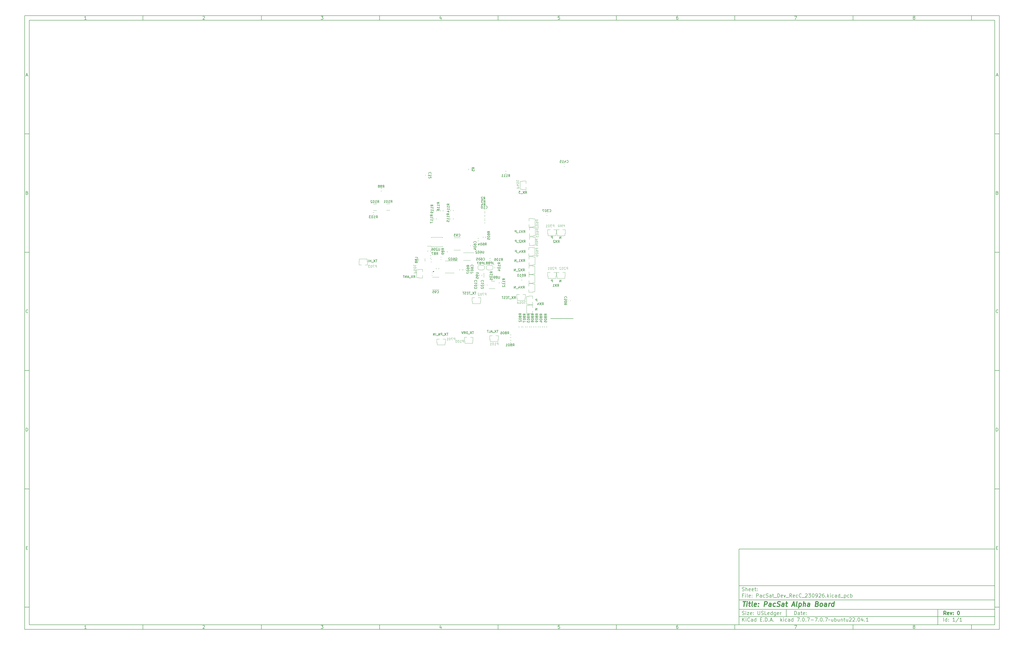
<source format=gbr>
%TF.GenerationSoftware,KiCad,Pcbnew,7.0.7-7.0.7~ubuntu22.04.1*%
%TF.CreationDate,2023-10-03T20:17:37-05:00*%
%TF.ProjectId,PacSat_Dev_RecC_230926,50616353-6174-45f4-9465-765f52656343,0*%
%TF.SameCoordinates,Original*%
%TF.FileFunction,Legend,Bot*%
%TF.FilePolarity,Positive*%
%FSLAX46Y46*%
G04 Gerber Fmt 4.6, Leading zero omitted, Abs format (unit mm)*
G04 Created by KiCad (PCBNEW 7.0.7-7.0.7~ubuntu22.04.1) date 2023-10-03 20:17:37*
%MOMM*%
%LPD*%
G01*
G04 APERTURE LIST*
%ADD10C,0.100000*%
%ADD11C,0.150000*%
%ADD12C,0.300000*%
%ADD13C,0.400000*%
%ADD14C,0.200000*%
%ADD15C,0.101600*%
%ADD16C,0.120000*%
G04 APERTURE END LIST*
D10*
D11*
X311800000Y-235400000D02*
X419800000Y-235400000D01*
X419800000Y-267400000D01*
X311800000Y-267400000D01*
X311800000Y-235400000D01*
D10*
D11*
X10000000Y-10000000D02*
X421800000Y-10000000D01*
X421800000Y-269400000D01*
X10000000Y-269400000D01*
X10000000Y-10000000D01*
D10*
D11*
X12000000Y-12000000D02*
X419800000Y-12000000D01*
X419800000Y-267400000D01*
X12000000Y-267400000D01*
X12000000Y-12000000D01*
D10*
D11*
X60000000Y-12000000D02*
X60000000Y-10000000D01*
D10*
D11*
X110000000Y-12000000D02*
X110000000Y-10000000D01*
D10*
D11*
X160000000Y-12000000D02*
X160000000Y-10000000D01*
D10*
D11*
X210000000Y-12000000D02*
X210000000Y-10000000D01*
D10*
D11*
X260000000Y-12000000D02*
X260000000Y-10000000D01*
D10*
D11*
X310000000Y-12000000D02*
X310000000Y-10000000D01*
D10*
D11*
X360000000Y-12000000D02*
X360000000Y-10000000D01*
D10*
D11*
X410000000Y-12000000D02*
X410000000Y-10000000D01*
D10*
D11*
X36089160Y-11593604D02*
X35346303Y-11593604D01*
X35717731Y-11593604D02*
X35717731Y-10293604D01*
X35717731Y-10293604D02*
X35593922Y-10479319D01*
X35593922Y-10479319D02*
X35470112Y-10603128D01*
X35470112Y-10603128D02*
X35346303Y-10665033D01*
D10*
D11*
X85346303Y-10417414D02*
X85408207Y-10355509D01*
X85408207Y-10355509D02*
X85532017Y-10293604D01*
X85532017Y-10293604D02*
X85841541Y-10293604D01*
X85841541Y-10293604D02*
X85965350Y-10355509D01*
X85965350Y-10355509D02*
X86027255Y-10417414D01*
X86027255Y-10417414D02*
X86089160Y-10541223D01*
X86089160Y-10541223D02*
X86089160Y-10665033D01*
X86089160Y-10665033D02*
X86027255Y-10850747D01*
X86027255Y-10850747D02*
X85284398Y-11593604D01*
X85284398Y-11593604D02*
X86089160Y-11593604D01*
D10*
D11*
X135284398Y-10293604D02*
X136089160Y-10293604D01*
X136089160Y-10293604D02*
X135655826Y-10788842D01*
X135655826Y-10788842D02*
X135841541Y-10788842D01*
X135841541Y-10788842D02*
X135965350Y-10850747D01*
X135965350Y-10850747D02*
X136027255Y-10912652D01*
X136027255Y-10912652D02*
X136089160Y-11036461D01*
X136089160Y-11036461D02*
X136089160Y-11345985D01*
X136089160Y-11345985D02*
X136027255Y-11469795D01*
X136027255Y-11469795D02*
X135965350Y-11531700D01*
X135965350Y-11531700D02*
X135841541Y-11593604D01*
X135841541Y-11593604D02*
X135470112Y-11593604D01*
X135470112Y-11593604D02*
X135346303Y-11531700D01*
X135346303Y-11531700D02*
X135284398Y-11469795D01*
D10*
D11*
X185965350Y-10726938D02*
X185965350Y-11593604D01*
X185655826Y-10231700D02*
X185346303Y-11160271D01*
X185346303Y-11160271D02*
X186151064Y-11160271D01*
D10*
D11*
X236027255Y-10293604D02*
X235408207Y-10293604D01*
X235408207Y-10293604D02*
X235346303Y-10912652D01*
X235346303Y-10912652D02*
X235408207Y-10850747D01*
X235408207Y-10850747D02*
X235532017Y-10788842D01*
X235532017Y-10788842D02*
X235841541Y-10788842D01*
X235841541Y-10788842D02*
X235965350Y-10850747D01*
X235965350Y-10850747D02*
X236027255Y-10912652D01*
X236027255Y-10912652D02*
X236089160Y-11036461D01*
X236089160Y-11036461D02*
X236089160Y-11345985D01*
X236089160Y-11345985D02*
X236027255Y-11469795D01*
X236027255Y-11469795D02*
X235965350Y-11531700D01*
X235965350Y-11531700D02*
X235841541Y-11593604D01*
X235841541Y-11593604D02*
X235532017Y-11593604D01*
X235532017Y-11593604D02*
X235408207Y-11531700D01*
X235408207Y-11531700D02*
X235346303Y-11469795D01*
D10*
D11*
X285965350Y-10293604D02*
X285717731Y-10293604D01*
X285717731Y-10293604D02*
X285593922Y-10355509D01*
X285593922Y-10355509D02*
X285532017Y-10417414D01*
X285532017Y-10417414D02*
X285408207Y-10603128D01*
X285408207Y-10603128D02*
X285346303Y-10850747D01*
X285346303Y-10850747D02*
X285346303Y-11345985D01*
X285346303Y-11345985D02*
X285408207Y-11469795D01*
X285408207Y-11469795D02*
X285470112Y-11531700D01*
X285470112Y-11531700D02*
X285593922Y-11593604D01*
X285593922Y-11593604D02*
X285841541Y-11593604D01*
X285841541Y-11593604D02*
X285965350Y-11531700D01*
X285965350Y-11531700D02*
X286027255Y-11469795D01*
X286027255Y-11469795D02*
X286089160Y-11345985D01*
X286089160Y-11345985D02*
X286089160Y-11036461D01*
X286089160Y-11036461D02*
X286027255Y-10912652D01*
X286027255Y-10912652D02*
X285965350Y-10850747D01*
X285965350Y-10850747D02*
X285841541Y-10788842D01*
X285841541Y-10788842D02*
X285593922Y-10788842D01*
X285593922Y-10788842D02*
X285470112Y-10850747D01*
X285470112Y-10850747D02*
X285408207Y-10912652D01*
X285408207Y-10912652D02*
X285346303Y-11036461D01*
D10*
D11*
X335284398Y-10293604D02*
X336151064Y-10293604D01*
X336151064Y-10293604D02*
X335593922Y-11593604D01*
D10*
D11*
X385593922Y-10850747D02*
X385470112Y-10788842D01*
X385470112Y-10788842D02*
X385408207Y-10726938D01*
X385408207Y-10726938D02*
X385346303Y-10603128D01*
X385346303Y-10603128D02*
X385346303Y-10541223D01*
X385346303Y-10541223D02*
X385408207Y-10417414D01*
X385408207Y-10417414D02*
X385470112Y-10355509D01*
X385470112Y-10355509D02*
X385593922Y-10293604D01*
X385593922Y-10293604D02*
X385841541Y-10293604D01*
X385841541Y-10293604D02*
X385965350Y-10355509D01*
X385965350Y-10355509D02*
X386027255Y-10417414D01*
X386027255Y-10417414D02*
X386089160Y-10541223D01*
X386089160Y-10541223D02*
X386089160Y-10603128D01*
X386089160Y-10603128D02*
X386027255Y-10726938D01*
X386027255Y-10726938D02*
X385965350Y-10788842D01*
X385965350Y-10788842D02*
X385841541Y-10850747D01*
X385841541Y-10850747D02*
X385593922Y-10850747D01*
X385593922Y-10850747D02*
X385470112Y-10912652D01*
X385470112Y-10912652D02*
X385408207Y-10974557D01*
X385408207Y-10974557D02*
X385346303Y-11098366D01*
X385346303Y-11098366D02*
X385346303Y-11345985D01*
X385346303Y-11345985D02*
X385408207Y-11469795D01*
X385408207Y-11469795D02*
X385470112Y-11531700D01*
X385470112Y-11531700D02*
X385593922Y-11593604D01*
X385593922Y-11593604D02*
X385841541Y-11593604D01*
X385841541Y-11593604D02*
X385965350Y-11531700D01*
X385965350Y-11531700D02*
X386027255Y-11469795D01*
X386027255Y-11469795D02*
X386089160Y-11345985D01*
X386089160Y-11345985D02*
X386089160Y-11098366D01*
X386089160Y-11098366D02*
X386027255Y-10974557D01*
X386027255Y-10974557D02*
X385965350Y-10912652D01*
X385965350Y-10912652D02*
X385841541Y-10850747D01*
D10*
D11*
X60000000Y-267400000D02*
X60000000Y-269400000D01*
D10*
D11*
X110000000Y-267400000D02*
X110000000Y-269400000D01*
D10*
D11*
X160000000Y-267400000D02*
X160000000Y-269400000D01*
D10*
D11*
X210000000Y-267400000D02*
X210000000Y-269400000D01*
D10*
D11*
X260000000Y-267400000D02*
X260000000Y-269400000D01*
D10*
D11*
X310000000Y-267400000D02*
X310000000Y-269400000D01*
D10*
D11*
X360000000Y-267400000D02*
X360000000Y-269400000D01*
D10*
D11*
X410000000Y-267400000D02*
X410000000Y-269400000D01*
D10*
D11*
X36089160Y-268993604D02*
X35346303Y-268993604D01*
X35717731Y-268993604D02*
X35717731Y-267693604D01*
X35717731Y-267693604D02*
X35593922Y-267879319D01*
X35593922Y-267879319D02*
X35470112Y-268003128D01*
X35470112Y-268003128D02*
X35346303Y-268065033D01*
D10*
D11*
X85346303Y-267817414D02*
X85408207Y-267755509D01*
X85408207Y-267755509D02*
X85532017Y-267693604D01*
X85532017Y-267693604D02*
X85841541Y-267693604D01*
X85841541Y-267693604D02*
X85965350Y-267755509D01*
X85965350Y-267755509D02*
X86027255Y-267817414D01*
X86027255Y-267817414D02*
X86089160Y-267941223D01*
X86089160Y-267941223D02*
X86089160Y-268065033D01*
X86089160Y-268065033D02*
X86027255Y-268250747D01*
X86027255Y-268250747D02*
X85284398Y-268993604D01*
X85284398Y-268993604D02*
X86089160Y-268993604D01*
D10*
D11*
X135284398Y-267693604D02*
X136089160Y-267693604D01*
X136089160Y-267693604D02*
X135655826Y-268188842D01*
X135655826Y-268188842D02*
X135841541Y-268188842D01*
X135841541Y-268188842D02*
X135965350Y-268250747D01*
X135965350Y-268250747D02*
X136027255Y-268312652D01*
X136027255Y-268312652D02*
X136089160Y-268436461D01*
X136089160Y-268436461D02*
X136089160Y-268745985D01*
X136089160Y-268745985D02*
X136027255Y-268869795D01*
X136027255Y-268869795D02*
X135965350Y-268931700D01*
X135965350Y-268931700D02*
X135841541Y-268993604D01*
X135841541Y-268993604D02*
X135470112Y-268993604D01*
X135470112Y-268993604D02*
X135346303Y-268931700D01*
X135346303Y-268931700D02*
X135284398Y-268869795D01*
D10*
D11*
X185965350Y-268126938D02*
X185965350Y-268993604D01*
X185655826Y-267631700D02*
X185346303Y-268560271D01*
X185346303Y-268560271D02*
X186151064Y-268560271D01*
D10*
D11*
X236027255Y-267693604D02*
X235408207Y-267693604D01*
X235408207Y-267693604D02*
X235346303Y-268312652D01*
X235346303Y-268312652D02*
X235408207Y-268250747D01*
X235408207Y-268250747D02*
X235532017Y-268188842D01*
X235532017Y-268188842D02*
X235841541Y-268188842D01*
X235841541Y-268188842D02*
X235965350Y-268250747D01*
X235965350Y-268250747D02*
X236027255Y-268312652D01*
X236027255Y-268312652D02*
X236089160Y-268436461D01*
X236089160Y-268436461D02*
X236089160Y-268745985D01*
X236089160Y-268745985D02*
X236027255Y-268869795D01*
X236027255Y-268869795D02*
X235965350Y-268931700D01*
X235965350Y-268931700D02*
X235841541Y-268993604D01*
X235841541Y-268993604D02*
X235532017Y-268993604D01*
X235532017Y-268993604D02*
X235408207Y-268931700D01*
X235408207Y-268931700D02*
X235346303Y-268869795D01*
D10*
D11*
X285965350Y-267693604D02*
X285717731Y-267693604D01*
X285717731Y-267693604D02*
X285593922Y-267755509D01*
X285593922Y-267755509D02*
X285532017Y-267817414D01*
X285532017Y-267817414D02*
X285408207Y-268003128D01*
X285408207Y-268003128D02*
X285346303Y-268250747D01*
X285346303Y-268250747D02*
X285346303Y-268745985D01*
X285346303Y-268745985D02*
X285408207Y-268869795D01*
X285408207Y-268869795D02*
X285470112Y-268931700D01*
X285470112Y-268931700D02*
X285593922Y-268993604D01*
X285593922Y-268993604D02*
X285841541Y-268993604D01*
X285841541Y-268993604D02*
X285965350Y-268931700D01*
X285965350Y-268931700D02*
X286027255Y-268869795D01*
X286027255Y-268869795D02*
X286089160Y-268745985D01*
X286089160Y-268745985D02*
X286089160Y-268436461D01*
X286089160Y-268436461D02*
X286027255Y-268312652D01*
X286027255Y-268312652D02*
X285965350Y-268250747D01*
X285965350Y-268250747D02*
X285841541Y-268188842D01*
X285841541Y-268188842D02*
X285593922Y-268188842D01*
X285593922Y-268188842D02*
X285470112Y-268250747D01*
X285470112Y-268250747D02*
X285408207Y-268312652D01*
X285408207Y-268312652D02*
X285346303Y-268436461D01*
D10*
D11*
X335284398Y-267693604D02*
X336151064Y-267693604D01*
X336151064Y-267693604D02*
X335593922Y-268993604D01*
D10*
D11*
X385593922Y-268250747D02*
X385470112Y-268188842D01*
X385470112Y-268188842D02*
X385408207Y-268126938D01*
X385408207Y-268126938D02*
X385346303Y-268003128D01*
X385346303Y-268003128D02*
X385346303Y-267941223D01*
X385346303Y-267941223D02*
X385408207Y-267817414D01*
X385408207Y-267817414D02*
X385470112Y-267755509D01*
X385470112Y-267755509D02*
X385593922Y-267693604D01*
X385593922Y-267693604D02*
X385841541Y-267693604D01*
X385841541Y-267693604D02*
X385965350Y-267755509D01*
X385965350Y-267755509D02*
X386027255Y-267817414D01*
X386027255Y-267817414D02*
X386089160Y-267941223D01*
X386089160Y-267941223D02*
X386089160Y-268003128D01*
X386089160Y-268003128D02*
X386027255Y-268126938D01*
X386027255Y-268126938D02*
X385965350Y-268188842D01*
X385965350Y-268188842D02*
X385841541Y-268250747D01*
X385841541Y-268250747D02*
X385593922Y-268250747D01*
X385593922Y-268250747D02*
X385470112Y-268312652D01*
X385470112Y-268312652D02*
X385408207Y-268374557D01*
X385408207Y-268374557D02*
X385346303Y-268498366D01*
X385346303Y-268498366D02*
X385346303Y-268745985D01*
X385346303Y-268745985D02*
X385408207Y-268869795D01*
X385408207Y-268869795D02*
X385470112Y-268931700D01*
X385470112Y-268931700D02*
X385593922Y-268993604D01*
X385593922Y-268993604D02*
X385841541Y-268993604D01*
X385841541Y-268993604D02*
X385965350Y-268931700D01*
X385965350Y-268931700D02*
X386027255Y-268869795D01*
X386027255Y-268869795D02*
X386089160Y-268745985D01*
X386089160Y-268745985D02*
X386089160Y-268498366D01*
X386089160Y-268498366D02*
X386027255Y-268374557D01*
X386027255Y-268374557D02*
X385965350Y-268312652D01*
X385965350Y-268312652D02*
X385841541Y-268250747D01*
D10*
D11*
X10000000Y-60000000D02*
X12000000Y-60000000D01*
D10*
D11*
X10000000Y-110000000D02*
X12000000Y-110000000D01*
D10*
D11*
X10000000Y-160000000D02*
X12000000Y-160000000D01*
D10*
D11*
X10000000Y-210000000D02*
X12000000Y-210000000D01*
D10*
D11*
X10000000Y-260000000D02*
X12000000Y-260000000D01*
D10*
D11*
X10690476Y-35222176D02*
X11309523Y-35222176D01*
X10566666Y-35593604D02*
X10999999Y-34293604D01*
X10999999Y-34293604D02*
X11433333Y-35593604D01*
D10*
D11*
X11092857Y-84912652D02*
X11278571Y-84974557D01*
X11278571Y-84974557D02*
X11340476Y-85036461D01*
X11340476Y-85036461D02*
X11402380Y-85160271D01*
X11402380Y-85160271D02*
X11402380Y-85345985D01*
X11402380Y-85345985D02*
X11340476Y-85469795D01*
X11340476Y-85469795D02*
X11278571Y-85531700D01*
X11278571Y-85531700D02*
X11154761Y-85593604D01*
X11154761Y-85593604D02*
X10659523Y-85593604D01*
X10659523Y-85593604D02*
X10659523Y-84293604D01*
X10659523Y-84293604D02*
X11092857Y-84293604D01*
X11092857Y-84293604D02*
X11216666Y-84355509D01*
X11216666Y-84355509D02*
X11278571Y-84417414D01*
X11278571Y-84417414D02*
X11340476Y-84541223D01*
X11340476Y-84541223D02*
X11340476Y-84665033D01*
X11340476Y-84665033D02*
X11278571Y-84788842D01*
X11278571Y-84788842D02*
X11216666Y-84850747D01*
X11216666Y-84850747D02*
X11092857Y-84912652D01*
X11092857Y-84912652D02*
X10659523Y-84912652D01*
D10*
D11*
X11402380Y-135469795D02*
X11340476Y-135531700D01*
X11340476Y-135531700D02*
X11154761Y-135593604D01*
X11154761Y-135593604D02*
X11030952Y-135593604D01*
X11030952Y-135593604D02*
X10845238Y-135531700D01*
X10845238Y-135531700D02*
X10721428Y-135407890D01*
X10721428Y-135407890D02*
X10659523Y-135284080D01*
X10659523Y-135284080D02*
X10597619Y-135036461D01*
X10597619Y-135036461D02*
X10597619Y-134850747D01*
X10597619Y-134850747D02*
X10659523Y-134603128D01*
X10659523Y-134603128D02*
X10721428Y-134479319D01*
X10721428Y-134479319D02*
X10845238Y-134355509D01*
X10845238Y-134355509D02*
X11030952Y-134293604D01*
X11030952Y-134293604D02*
X11154761Y-134293604D01*
X11154761Y-134293604D02*
X11340476Y-134355509D01*
X11340476Y-134355509D02*
X11402380Y-134417414D01*
D10*
D11*
X10659523Y-185593604D02*
X10659523Y-184293604D01*
X10659523Y-184293604D02*
X10969047Y-184293604D01*
X10969047Y-184293604D02*
X11154761Y-184355509D01*
X11154761Y-184355509D02*
X11278571Y-184479319D01*
X11278571Y-184479319D02*
X11340476Y-184603128D01*
X11340476Y-184603128D02*
X11402380Y-184850747D01*
X11402380Y-184850747D02*
X11402380Y-185036461D01*
X11402380Y-185036461D02*
X11340476Y-185284080D01*
X11340476Y-185284080D02*
X11278571Y-185407890D01*
X11278571Y-185407890D02*
X11154761Y-185531700D01*
X11154761Y-185531700D02*
X10969047Y-185593604D01*
X10969047Y-185593604D02*
X10659523Y-185593604D01*
D10*
D11*
X10721428Y-234912652D02*
X11154762Y-234912652D01*
X11340476Y-235593604D02*
X10721428Y-235593604D01*
X10721428Y-235593604D02*
X10721428Y-234293604D01*
X10721428Y-234293604D02*
X11340476Y-234293604D01*
D10*
D11*
X421800000Y-60000000D02*
X419800000Y-60000000D01*
D10*
D11*
X421800000Y-110000000D02*
X419800000Y-110000000D01*
D10*
D11*
X421800000Y-160000000D02*
X419800000Y-160000000D01*
D10*
D11*
X421800000Y-210000000D02*
X419800000Y-210000000D01*
D10*
D11*
X421800000Y-260000000D02*
X419800000Y-260000000D01*
D10*
D11*
X420490476Y-35222176D02*
X421109523Y-35222176D01*
X420366666Y-35593604D02*
X420799999Y-34293604D01*
X420799999Y-34293604D02*
X421233333Y-35593604D01*
D10*
D11*
X420892857Y-84912652D02*
X421078571Y-84974557D01*
X421078571Y-84974557D02*
X421140476Y-85036461D01*
X421140476Y-85036461D02*
X421202380Y-85160271D01*
X421202380Y-85160271D02*
X421202380Y-85345985D01*
X421202380Y-85345985D02*
X421140476Y-85469795D01*
X421140476Y-85469795D02*
X421078571Y-85531700D01*
X421078571Y-85531700D02*
X420954761Y-85593604D01*
X420954761Y-85593604D02*
X420459523Y-85593604D01*
X420459523Y-85593604D02*
X420459523Y-84293604D01*
X420459523Y-84293604D02*
X420892857Y-84293604D01*
X420892857Y-84293604D02*
X421016666Y-84355509D01*
X421016666Y-84355509D02*
X421078571Y-84417414D01*
X421078571Y-84417414D02*
X421140476Y-84541223D01*
X421140476Y-84541223D02*
X421140476Y-84665033D01*
X421140476Y-84665033D02*
X421078571Y-84788842D01*
X421078571Y-84788842D02*
X421016666Y-84850747D01*
X421016666Y-84850747D02*
X420892857Y-84912652D01*
X420892857Y-84912652D02*
X420459523Y-84912652D01*
D10*
D11*
X421202380Y-135469795D02*
X421140476Y-135531700D01*
X421140476Y-135531700D02*
X420954761Y-135593604D01*
X420954761Y-135593604D02*
X420830952Y-135593604D01*
X420830952Y-135593604D02*
X420645238Y-135531700D01*
X420645238Y-135531700D02*
X420521428Y-135407890D01*
X420521428Y-135407890D02*
X420459523Y-135284080D01*
X420459523Y-135284080D02*
X420397619Y-135036461D01*
X420397619Y-135036461D02*
X420397619Y-134850747D01*
X420397619Y-134850747D02*
X420459523Y-134603128D01*
X420459523Y-134603128D02*
X420521428Y-134479319D01*
X420521428Y-134479319D02*
X420645238Y-134355509D01*
X420645238Y-134355509D02*
X420830952Y-134293604D01*
X420830952Y-134293604D02*
X420954761Y-134293604D01*
X420954761Y-134293604D02*
X421140476Y-134355509D01*
X421140476Y-134355509D02*
X421202380Y-134417414D01*
D10*
D11*
X420459523Y-185593604D02*
X420459523Y-184293604D01*
X420459523Y-184293604D02*
X420769047Y-184293604D01*
X420769047Y-184293604D02*
X420954761Y-184355509D01*
X420954761Y-184355509D02*
X421078571Y-184479319D01*
X421078571Y-184479319D02*
X421140476Y-184603128D01*
X421140476Y-184603128D02*
X421202380Y-184850747D01*
X421202380Y-184850747D02*
X421202380Y-185036461D01*
X421202380Y-185036461D02*
X421140476Y-185284080D01*
X421140476Y-185284080D02*
X421078571Y-185407890D01*
X421078571Y-185407890D02*
X420954761Y-185531700D01*
X420954761Y-185531700D02*
X420769047Y-185593604D01*
X420769047Y-185593604D02*
X420459523Y-185593604D01*
D10*
D11*
X420521428Y-234912652D02*
X420954762Y-234912652D01*
X421140476Y-235593604D02*
X420521428Y-235593604D01*
X420521428Y-235593604D02*
X420521428Y-234293604D01*
X420521428Y-234293604D02*
X421140476Y-234293604D01*
D10*
D11*
X335255826Y-263186128D02*
X335255826Y-261686128D01*
X335255826Y-261686128D02*
X335612969Y-261686128D01*
X335612969Y-261686128D02*
X335827255Y-261757557D01*
X335827255Y-261757557D02*
X335970112Y-261900414D01*
X335970112Y-261900414D02*
X336041541Y-262043271D01*
X336041541Y-262043271D02*
X336112969Y-262328985D01*
X336112969Y-262328985D02*
X336112969Y-262543271D01*
X336112969Y-262543271D02*
X336041541Y-262828985D01*
X336041541Y-262828985D02*
X335970112Y-262971842D01*
X335970112Y-262971842D02*
X335827255Y-263114700D01*
X335827255Y-263114700D02*
X335612969Y-263186128D01*
X335612969Y-263186128D02*
X335255826Y-263186128D01*
X337398684Y-263186128D02*
X337398684Y-262400414D01*
X337398684Y-262400414D02*
X337327255Y-262257557D01*
X337327255Y-262257557D02*
X337184398Y-262186128D01*
X337184398Y-262186128D02*
X336898684Y-262186128D01*
X336898684Y-262186128D02*
X336755826Y-262257557D01*
X337398684Y-263114700D02*
X337255826Y-263186128D01*
X337255826Y-263186128D02*
X336898684Y-263186128D01*
X336898684Y-263186128D02*
X336755826Y-263114700D01*
X336755826Y-263114700D02*
X336684398Y-262971842D01*
X336684398Y-262971842D02*
X336684398Y-262828985D01*
X336684398Y-262828985D02*
X336755826Y-262686128D01*
X336755826Y-262686128D02*
X336898684Y-262614700D01*
X336898684Y-262614700D02*
X337255826Y-262614700D01*
X337255826Y-262614700D02*
X337398684Y-262543271D01*
X337898684Y-262186128D02*
X338470112Y-262186128D01*
X338112969Y-261686128D02*
X338112969Y-262971842D01*
X338112969Y-262971842D02*
X338184398Y-263114700D01*
X338184398Y-263114700D02*
X338327255Y-263186128D01*
X338327255Y-263186128D02*
X338470112Y-263186128D01*
X339541541Y-263114700D02*
X339398684Y-263186128D01*
X339398684Y-263186128D02*
X339112970Y-263186128D01*
X339112970Y-263186128D02*
X338970112Y-263114700D01*
X338970112Y-263114700D02*
X338898684Y-262971842D01*
X338898684Y-262971842D02*
X338898684Y-262400414D01*
X338898684Y-262400414D02*
X338970112Y-262257557D01*
X338970112Y-262257557D02*
X339112970Y-262186128D01*
X339112970Y-262186128D02*
X339398684Y-262186128D01*
X339398684Y-262186128D02*
X339541541Y-262257557D01*
X339541541Y-262257557D02*
X339612970Y-262400414D01*
X339612970Y-262400414D02*
X339612970Y-262543271D01*
X339612970Y-262543271D02*
X338898684Y-262686128D01*
X340255826Y-263043271D02*
X340327255Y-263114700D01*
X340327255Y-263114700D02*
X340255826Y-263186128D01*
X340255826Y-263186128D02*
X340184398Y-263114700D01*
X340184398Y-263114700D02*
X340255826Y-263043271D01*
X340255826Y-263043271D02*
X340255826Y-263186128D01*
X340255826Y-262257557D02*
X340327255Y-262328985D01*
X340327255Y-262328985D02*
X340255826Y-262400414D01*
X340255826Y-262400414D02*
X340184398Y-262328985D01*
X340184398Y-262328985D02*
X340255826Y-262257557D01*
X340255826Y-262257557D02*
X340255826Y-262400414D01*
D10*
D11*
X311800000Y-263900000D02*
X419800000Y-263900000D01*
D10*
D11*
X313255826Y-265986128D02*
X313255826Y-264486128D01*
X314112969Y-265986128D02*
X313470112Y-265128985D01*
X314112969Y-264486128D02*
X313255826Y-265343271D01*
X314755826Y-265986128D02*
X314755826Y-264986128D01*
X314755826Y-264486128D02*
X314684398Y-264557557D01*
X314684398Y-264557557D02*
X314755826Y-264628985D01*
X314755826Y-264628985D02*
X314827255Y-264557557D01*
X314827255Y-264557557D02*
X314755826Y-264486128D01*
X314755826Y-264486128D02*
X314755826Y-264628985D01*
X316327255Y-265843271D02*
X316255827Y-265914700D01*
X316255827Y-265914700D02*
X316041541Y-265986128D01*
X316041541Y-265986128D02*
X315898684Y-265986128D01*
X315898684Y-265986128D02*
X315684398Y-265914700D01*
X315684398Y-265914700D02*
X315541541Y-265771842D01*
X315541541Y-265771842D02*
X315470112Y-265628985D01*
X315470112Y-265628985D02*
X315398684Y-265343271D01*
X315398684Y-265343271D02*
X315398684Y-265128985D01*
X315398684Y-265128985D02*
X315470112Y-264843271D01*
X315470112Y-264843271D02*
X315541541Y-264700414D01*
X315541541Y-264700414D02*
X315684398Y-264557557D01*
X315684398Y-264557557D02*
X315898684Y-264486128D01*
X315898684Y-264486128D02*
X316041541Y-264486128D01*
X316041541Y-264486128D02*
X316255827Y-264557557D01*
X316255827Y-264557557D02*
X316327255Y-264628985D01*
X317612970Y-265986128D02*
X317612970Y-265200414D01*
X317612970Y-265200414D02*
X317541541Y-265057557D01*
X317541541Y-265057557D02*
X317398684Y-264986128D01*
X317398684Y-264986128D02*
X317112970Y-264986128D01*
X317112970Y-264986128D02*
X316970112Y-265057557D01*
X317612970Y-265914700D02*
X317470112Y-265986128D01*
X317470112Y-265986128D02*
X317112970Y-265986128D01*
X317112970Y-265986128D02*
X316970112Y-265914700D01*
X316970112Y-265914700D02*
X316898684Y-265771842D01*
X316898684Y-265771842D02*
X316898684Y-265628985D01*
X316898684Y-265628985D02*
X316970112Y-265486128D01*
X316970112Y-265486128D02*
X317112970Y-265414700D01*
X317112970Y-265414700D02*
X317470112Y-265414700D01*
X317470112Y-265414700D02*
X317612970Y-265343271D01*
X318970113Y-265986128D02*
X318970113Y-264486128D01*
X318970113Y-265914700D02*
X318827255Y-265986128D01*
X318827255Y-265986128D02*
X318541541Y-265986128D01*
X318541541Y-265986128D02*
X318398684Y-265914700D01*
X318398684Y-265914700D02*
X318327255Y-265843271D01*
X318327255Y-265843271D02*
X318255827Y-265700414D01*
X318255827Y-265700414D02*
X318255827Y-265271842D01*
X318255827Y-265271842D02*
X318327255Y-265128985D01*
X318327255Y-265128985D02*
X318398684Y-265057557D01*
X318398684Y-265057557D02*
X318541541Y-264986128D01*
X318541541Y-264986128D02*
X318827255Y-264986128D01*
X318827255Y-264986128D02*
X318970113Y-265057557D01*
X320827255Y-265200414D02*
X321327255Y-265200414D01*
X321541541Y-265986128D02*
X320827255Y-265986128D01*
X320827255Y-265986128D02*
X320827255Y-264486128D01*
X320827255Y-264486128D02*
X321541541Y-264486128D01*
X322184398Y-265843271D02*
X322255827Y-265914700D01*
X322255827Y-265914700D02*
X322184398Y-265986128D01*
X322184398Y-265986128D02*
X322112970Y-265914700D01*
X322112970Y-265914700D02*
X322184398Y-265843271D01*
X322184398Y-265843271D02*
X322184398Y-265986128D01*
X322898684Y-265986128D02*
X322898684Y-264486128D01*
X322898684Y-264486128D02*
X323255827Y-264486128D01*
X323255827Y-264486128D02*
X323470113Y-264557557D01*
X323470113Y-264557557D02*
X323612970Y-264700414D01*
X323612970Y-264700414D02*
X323684399Y-264843271D01*
X323684399Y-264843271D02*
X323755827Y-265128985D01*
X323755827Y-265128985D02*
X323755827Y-265343271D01*
X323755827Y-265343271D02*
X323684399Y-265628985D01*
X323684399Y-265628985D02*
X323612970Y-265771842D01*
X323612970Y-265771842D02*
X323470113Y-265914700D01*
X323470113Y-265914700D02*
X323255827Y-265986128D01*
X323255827Y-265986128D02*
X322898684Y-265986128D01*
X324398684Y-265843271D02*
X324470113Y-265914700D01*
X324470113Y-265914700D02*
X324398684Y-265986128D01*
X324398684Y-265986128D02*
X324327256Y-265914700D01*
X324327256Y-265914700D02*
X324398684Y-265843271D01*
X324398684Y-265843271D02*
X324398684Y-265986128D01*
X325041542Y-265557557D02*
X325755828Y-265557557D01*
X324898685Y-265986128D02*
X325398685Y-264486128D01*
X325398685Y-264486128D02*
X325898685Y-265986128D01*
X326398684Y-265843271D02*
X326470113Y-265914700D01*
X326470113Y-265914700D02*
X326398684Y-265986128D01*
X326398684Y-265986128D02*
X326327256Y-265914700D01*
X326327256Y-265914700D02*
X326398684Y-265843271D01*
X326398684Y-265843271D02*
X326398684Y-265986128D01*
X329398684Y-265986128D02*
X329398684Y-264486128D01*
X329541542Y-265414700D02*
X329970113Y-265986128D01*
X329970113Y-264986128D02*
X329398684Y-265557557D01*
X330612970Y-265986128D02*
X330612970Y-264986128D01*
X330612970Y-264486128D02*
X330541542Y-264557557D01*
X330541542Y-264557557D02*
X330612970Y-264628985D01*
X330612970Y-264628985D02*
X330684399Y-264557557D01*
X330684399Y-264557557D02*
X330612970Y-264486128D01*
X330612970Y-264486128D02*
X330612970Y-264628985D01*
X331970114Y-265914700D02*
X331827256Y-265986128D01*
X331827256Y-265986128D02*
X331541542Y-265986128D01*
X331541542Y-265986128D02*
X331398685Y-265914700D01*
X331398685Y-265914700D02*
X331327256Y-265843271D01*
X331327256Y-265843271D02*
X331255828Y-265700414D01*
X331255828Y-265700414D02*
X331255828Y-265271842D01*
X331255828Y-265271842D02*
X331327256Y-265128985D01*
X331327256Y-265128985D02*
X331398685Y-265057557D01*
X331398685Y-265057557D02*
X331541542Y-264986128D01*
X331541542Y-264986128D02*
X331827256Y-264986128D01*
X331827256Y-264986128D02*
X331970114Y-265057557D01*
X333255828Y-265986128D02*
X333255828Y-265200414D01*
X333255828Y-265200414D02*
X333184399Y-265057557D01*
X333184399Y-265057557D02*
X333041542Y-264986128D01*
X333041542Y-264986128D02*
X332755828Y-264986128D01*
X332755828Y-264986128D02*
X332612970Y-265057557D01*
X333255828Y-265914700D02*
X333112970Y-265986128D01*
X333112970Y-265986128D02*
X332755828Y-265986128D01*
X332755828Y-265986128D02*
X332612970Y-265914700D01*
X332612970Y-265914700D02*
X332541542Y-265771842D01*
X332541542Y-265771842D02*
X332541542Y-265628985D01*
X332541542Y-265628985D02*
X332612970Y-265486128D01*
X332612970Y-265486128D02*
X332755828Y-265414700D01*
X332755828Y-265414700D02*
X333112970Y-265414700D01*
X333112970Y-265414700D02*
X333255828Y-265343271D01*
X334612971Y-265986128D02*
X334612971Y-264486128D01*
X334612971Y-265914700D02*
X334470113Y-265986128D01*
X334470113Y-265986128D02*
X334184399Y-265986128D01*
X334184399Y-265986128D02*
X334041542Y-265914700D01*
X334041542Y-265914700D02*
X333970113Y-265843271D01*
X333970113Y-265843271D02*
X333898685Y-265700414D01*
X333898685Y-265700414D02*
X333898685Y-265271842D01*
X333898685Y-265271842D02*
X333970113Y-265128985D01*
X333970113Y-265128985D02*
X334041542Y-265057557D01*
X334041542Y-265057557D02*
X334184399Y-264986128D01*
X334184399Y-264986128D02*
X334470113Y-264986128D01*
X334470113Y-264986128D02*
X334612971Y-265057557D01*
X336327256Y-264486128D02*
X337327256Y-264486128D01*
X337327256Y-264486128D02*
X336684399Y-265986128D01*
X337898684Y-265843271D02*
X337970113Y-265914700D01*
X337970113Y-265914700D02*
X337898684Y-265986128D01*
X337898684Y-265986128D02*
X337827256Y-265914700D01*
X337827256Y-265914700D02*
X337898684Y-265843271D01*
X337898684Y-265843271D02*
X337898684Y-265986128D01*
X338898685Y-264486128D02*
X339041542Y-264486128D01*
X339041542Y-264486128D02*
X339184399Y-264557557D01*
X339184399Y-264557557D02*
X339255828Y-264628985D01*
X339255828Y-264628985D02*
X339327256Y-264771842D01*
X339327256Y-264771842D02*
X339398685Y-265057557D01*
X339398685Y-265057557D02*
X339398685Y-265414700D01*
X339398685Y-265414700D02*
X339327256Y-265700414D01*
X339327256Y-265700414D02*
X339255828Y-265843271D01*
X339255828Y-265843271D02*
X339184399Y-265914700D01*
X339184399Y-265914700D02*
X339041542Y-265986128D01*
X339041542Y-265986128D02*
X338898685Y-265986128D01*
X338898685Y-265986128D02*
X338755828Y-265914700D01*
X338755828Y-265914700D02*
X338684399Y-265843271D01*
X338684399Y-265843271D02*
X338612970Y-265700414D01*
X338612970Y-265700414D02*
X338541542Y-265414700D01*
X338541542Y-265414700D02*
X338541542Y-265057557D01*
X338541542Y-265057557D02*
X338612970Y-264771842D01*
X338612970Y-264771842D02*
X338684399Y-264628985D01*
X338684399Y-264628985D02*
X338755828Y-264557557D01*
X338755828Y-264557557D02*
X338898685Y-264486128D01*
X340041541Y-265843271D02*
X340112970Y-265914700D01*
X340112970Y-265914700D02*
X340041541Y-265986128D01*
X340041541Y-265986128D02*
X339970113Y-265914700D01*
X339970113Y-265914700D02*
X340041541Y-265843271D01*
X340041541Y-265843271D02*
X340041541Y-265986128D01*
X340612970Y-264486128D02*
X341612970Y-264486128D01*
X341612970Y-264486128D02*
X340970113Y-265986128D01*
X342184398Y-265414700D02*
X343327256Y-265414700D01*
X343898684Y-264486128D02*
X344898684Y-264486128D01*
X344898684Y-264486128D02*
X344255827Y-265986128D01*
X345470112Y-265843271D02*
X345541541Y-265914700D01*
X345541541Y-265914700D02*
X345470112Y-265986128D01*
X345470112Y-265986128D02*
X345398684Y-265914700D01*
X345398684Y-265914700D02*
X345470112Y-265843271D01*
X345470112Y-265843271D02*
X345470112Y-265986128D01*
X346470113Y-264486128D02*
X346612970Y-264486128D01*
X346612970Y-264486128D02*
X346755827Y-264557557D01*
X346755827Y-264557557D02*
X346827256Y-264628985D01*
X346827256Y-264628985D02*
X346898684Y-264771842D01*
X346898684Y-264771842D02*
X346970113Y-265057557D01*
X346970113Y-265057557D02*
X346970113Y-265414700D01*
X346970113Y-265414700D02*
X346898684Y-265700414D01*
X346898684Y-265700414D02*
X346827256Y-265843271D01*
X346827256Y-265843271D02*
X346755827Y-265914700D01*
X346755827Y-265914700D02*
X346612970Y-265986128D01*
X346612970Y-265986128D02*
X346470113Y-265986128D01*
X346470113Y-265986128D02*
X346327256Y-265914700D01*
X346327256Y-265914700D02*
X346255827Y-265843271D01*
X346255827Y-265843271D02*
X346184398Y-265700414D01*
X346184398Y-265700414D02*
X346112970Y-265414700D01*
X346112970Y-265414700D02*
X346112970Y-265057557D01*
X346112970Y-265057557D02*
X346184398Y-264771842D01*
X346184398Y-264771842D02*
X346255827Y-264628985D01*
X346255827Y-264628985D02*
X346327256Y-264557557D01*
X346327256Y-264557557D02*
X346470113Y-264486128D01*
X347612969Y-265843271D02*
X347684398Y-265914700D01*
X347684398Y-265914700D02*
X347612969Y-265986128D01*
X347612969Y-265986128D02*
X347541541Y-265914700D01*
X347541541Y-265914700D02*
X347612969Y-265843271D01*
X347612969Y-265843271D02*
X347612969Y-265986128D01*
X348184398Y-264486128D02*
X349184398Y-264486128D01*
X349184398Y-264486128D02*
X348541541Y-265986128D01*
X349541541Y-265414700D02*
X349612969Y-265343271D01*
X349612969Y-265343271D02*
X349755826Y-265271842D01*
X349755826Y-265271842D02*
X350041541Y-265414700D01*
X350041541Y-265414700D02*
X350184398Y-265343271D01*
X350184398Y-265343271D02*
X350255826Y-265271842D01*
X351470113Y-264986128D02*
X351470113Y-265986128D01*
X350827255Y-264986128D02*
X350827255Y-265771842D01*
X350827255Y-265771842D02*
X350898684Y-265914700D01*
X350898684Y-265914700D02*
X351041541Y-265986128D01*
X351041541Y-265986128D02*
X351255827Y-265986128D01*
X351255827Y-265986128D02*
X351398684Y-265914700D01*
X351398684Y-265914700D02*
X351470113Y-265843271D01*
X352184398Y-265986128D02*
X352184398Y-264486128D01*
X352184398Y-265057557D02*
X352327256Y-264986128D01*
X352327256Y-264986128D02*
X352612970Y-264986128D01*
X352612970Y-264986128D02*
X352755827Y-265057557D01*
X352755827Y-265057557D02*
X352827256Y-265128985D01*
X352827256Y-265128985D02*
X352898684Y-265271842D01*
X352898684Y-265271842D02*
X352898684Y-265700414D01*
X352898684Y-265700414D02*
X352827256Y-265843271D01*
X352827256Y-265843271D02*
X352755827Y-265914700D01*
X352755827Y-265914700D02*
X352612970Y-265986128D01*
X352612970Y-265986128D02*
X352327256Y-265986128D01*
X352327256Y-265986128D02*
X352184398Y-265914700D01*
X354184399Y-264986128D02*
X354184399Y-265986128D01*
X353541541Y-264986128D02*
X353541541Y-265771842D01*
X353541541Y-265771842D02*
X353612970Y-265914700D01*
X353612970Y-265914700D02*
X353755827Y-265986128D01*
X353755827Y-265986128D02*
X353970113Y-265986128D01*
X353970113Y-265986128D02*
X354112970Y-265914700D01*
X354112970Y-265914700D02*
X354184399Y-265843271D01*
X354898684Y-264986128D02*
X354898684Y-265986128D01*
X354898684Y-265128985D02*
X354970113Y-265057557D01*
X354970113Y-265057557D02*
X355112970Y-264986128D01*
X355112970Y-264986128D02*
X355327256Y-264986128D01*
X355327256Y-264986128D02*
X355470113Y-265057557D01*
X355470113Y-265057557D02*
X355541542Y-265200414D01*
X355541542Y-265200414D02*
X355541542Y-265986128D01*
X356041542Y-264986128D02*
X356612970Y-264986128D01*
X356255827Y-264486128D02*
X356255827Y-265771842D01*
X356255827Y-265771842D02*
X356327256Y-265914700D01*
X356327256Y-265914700D02*
X356470113Y-265986128D01*
X356470113Y-265986128D02*
X356612970Y-265986128D01*
X357755828Y-264986128D02*
X357755828Y-265986128D01*
X357112970Y-264986128D02*
X357112970Y-265771842D01*
X357112970Y-265771842D02*
X357184399Y-265914700D01*
X357184399Y-265914700D02*
X357327256Y-265986128D01*
X357327256Y-265986128D02*
X357541542Y-265986128D01*
X357541542Y-265986128D02*
X357684399Y-265914700D01*
X357684399Y-265914700D02*
X357755828Y-265843271D01*
X358398685Y-264628985D02*
X358470113Y-264557557D01*
X358470113Y-264557557D02*
X358612971Y-264486128D01*
X358612971Y-264486128D02*
X358970113Y-264486128D01*
X358970113Y-264486128D02*
X359112971Y-264557557D01*
X359112971Y-264557557D02*
X359184399Y-264628985D01*
X359184399Y-264628985D02*
X359255828Y-264771842D01*
X359255828Y-264771842D02*
X359255828Y-264914700D01*
X359255828Y-264914700D02*
X359184399Y-265128985D01*
X359184399Y-265128985D02*
X358327256Y-265986128D01*
X358327256Y-265986128D02*
X359255828Y-265986128D01*
X359827256Y-264628985D02*
X359898684Y-264557557D01*
X359898684Y-264557557D02*
X360041542Y-264486128D01*
X360041542Y-264486128D02*
X360398684Y-264486128D01*
X360398684Y-264486128D02*
X360541542Y-264557557D01*
X360541542Y-264557557D02*
X360612970Y-264628985D01*
X360612970Y-264628985D02*
X360684399Y-264771842D01*
X360684399Y-264771842D02*
X360684399Y-264914700D01*
X360684399Y-264914700D02*
X360612970Y-265128985D01*
X360612970Y-265128985D02*
X359755827Y-265986128D01*
X359755827Y-265986128D02*
X360684399Y-265986128D01*
X361327255Y-265843271D02*
X361398684Y-265914700D01*
X361398684Y-265914700D02*
X361327255Y-265986128D01*
X361327255Y-265986128D02*
X361255827Y-265914700D01*
X361255827Y-265914700D02*
X361327255Y-265843271D01*
X361327255Y-265843271D02*
X361327255Y-265986128D01*
X362327256Y-264486128D02*
X362470113Y-264486128D01*
X362470113Y-264486128D02*
X362612970Y-264557557D01*
X362612970Y-264557557D02*
X362684399Y-264628985D01*
X362684399Y-264628985D02*
X362755827Y-264771842D01*
X362755827Y-264771842D02*
X362827256Y-265057557D01*
X362827256Y-265057557D02*
X362827256Y-265414700D01*
X362827256Y-265414700D02*
X362755827Y-265700414D01*
X362755827Y-265700414D02*
X362684399Y-265843271D01*
X362684399Y-265843271D02*
X362612970Y-265914700D01*
X362612970Y-265914700D02*
X362470113Y-265986128D01*
X362470113Y-265986128D02*
X362327256Y-265986128D01*
X362327256Y-265986128D02*
X362184399Y-265914700D01*
X362184399Y-265914700D02*
X362112970Y-265843271D01*
X362112970Y-265843271D02*
X362041541Y-265700414D01*
X362041541Y-265700414D02*
X361970113Y-265414700D01*
X361970113Y-265414700D02*
X361970113Y-265057557D01*
X361970113Y-265057557D02*
X362041541Y-264771842D01*
X362041541Y-264771842D02*
X362112970Y-264628985D01*
X362112970Y-264628985D02*
X362184399Y-264557557D01*
X362184399Y-264557557D02*
X362327256Y-264486128D01*
X364112970Y-264986128D02*
X364112970Y-265986128D01*
X363755827Y-264414700D02*
X363398684Y-265486128D01*
X363398684Y-265486128D02*
X364327255Y-265486128D01*
X364898683Y-265843271D02*
X364970112Y-265914700D01*
X364970112Y-265914700D02*
X364898683Y-265986128D01*
X364898683Y-265986128D02*
X364827255Y-265914700D01*
X364827255Y-265914700D02*
X364898683Y-265843271D01*
X364898683Y-265843271D02*
X364898683Y-265986128D01*
X366398684Y-265986128D02*
X365541541Y-265986128D01*
X365970112Y-265986128D02*
X365970112Y-264486128D01*
X365970112Y-264486128D02*
X365827255Y-264700414D01*
X365827255Y-264700414D02*
X365684398Y-264843271D01*
X365684398Y-264843271D02*
X365541541Y-264914700D01*
D10*
D11*
X311800000Y-260900000D02*
X419800000Y-260900000D01*
D10*
D12*
X399211653Y-263178328D02*
X398711653Y-262464042D01*
X398354510Y-263178328D02*
X398354510Y-261678328D01*
X398354510Y-261678328D02*
X398925939Y-261678328D01*
X398925939Y-261678328D02*
X399068796Y-261749757D01*
X399068796Y-261749757D02*
X399140225Y-261821185D01*
X399140225Y-261821185D02*
X399211653Y-261964042D01*
X399211653Y-261964042D02*
X399211653Y-262178328D01*
X399211653Y-262178328D02*
X399140225Y-262321185D01*
X399140225Y-262321185D02*
X399068796Y-262392614D01*
X399068796Y-262392614D02*
X398925939Y-262464042D01*
X398925939Y-262464042D02*
X398354510Y-262464042D01*
X400425939Y-263106900D02*
X400283082Y-263178328D01*
X400283082Y-263178328D02*
X399997368Y-263178328D01*
X399997368Y-263178328D02*
X399854510Y-263106900D01*
X399854510Y-263106900D02*
X399783082Y-262964042D01*
X399783082Y-262964042D02*
X399783082Y-262392614D01*
X399783082Y-262392614D02*
X399854510Y-262249757D01*
X399854510Y-262249757D02*
X399997368Y-262178328D01*
X399997368Y-262178328D02*
X400283082Y-262178328D01*
X400283082Y-262178328D02*
X400425939Y-262249757D01*
X400425939Y-262249757D02*
X400497368Y-262392614D01*
X400497368Y-262392614D02*
X400497368Y-262535471D01*
X400497368Y-262535471D02*
X399783082Y-262678328D01*
X400997367Y-262178328D02*
X401354510Y-263178328D01*
X401354510Y-263178328D02*
X401711653Y-262178328D01*
X402283081Y-263035471D02*
X402354510Y-263106900D01*
X402354510Y-263106900D02*
X402283081Y-263178328D01*
X402283081Y-263178328D02*
X402211653Y-263106900D01*
X402211653Y-263106900D02*
X402283081Y-263035471D01*
X402283081Y-263035471D02*
X402283081Y-263178328D01*
X402283081Y-262249757D02*
X402354510Y-262321185D01*
X402354510Y-262321185D02*
X402283081Y-262392614D01*
X402283081Y-262392614D02*
X402211653Y-262321185D01*
X402211653Y-262321185D02*
X402283081Y-262249757D01*
X402283081Y-262249757D02*
X402283081Y-262392614D01*
X404425939Y-261678328D02*
X404568796Y-261678328D01*
X404568796Y-261678328D02*
X404711653Y-261749757D01*
X404711653Y-261749757D02*
X404783082Y-261821185D01*
X404783082Y-261821185D02*
X404854510Y-261964042D01*
X404854510Y-261964042D02*
X404925939Y-262249757D01*
X404925939Y-262249757D02*
X404925939Y-262606900D01*
X404925939Y-262606900D02*
X404854510Y-262892614D01*
X404854510Y-262892614D02*
X404783082Y-263035471D01*
X404783082Y-263035471D02*
X404711653Y-263106900D01*
X404711653Y-263106900D02*
X404568796Y-263178328D01*
X404568796Y-263178328D02*
X404425939Y-263178328D01*
X404425939Y-263178328D02*
X404283082Y-263106900D01*
X404283082Y-263106900D02*
X404211653Y-263035471D01*
X404211653Y-263035471D02*
X404140224Y-262892614D01*
X404140224Y-262892614D02*
X404068796Y-262606900D01*
X404068796Y-262606900D02*
X404068796Y-262249757D01*
X404068796Y-262249757D02*
X404140224Y-261964042D01*
X404140224Y-261964042D02*
X404211653Y-261821185D01*
X404211653Y-261821185D02*
X404283082Y-261749757D01*
X404283082Y-261749757D02*
X404425939Y-261678328D01*
D10*
D11*
X313184398Y-263114700D02*
X313398684Y-263186128D01*
X313398684Y-263186128D02*
X313755826Y-263186128D01*
X313755826Y-263186128D02*
X313898684Y-263114700D01*
X313898684Y-263114700D02*
X313970112Y-263043271D01*
X313970112Y-263043271D02*
X314041541Y-262900414D01*
X314041541Y-262900414D02*
X314041541Y-262757557D01*
X314041541Y-262757557D02*
X313970112Y-262614700D01*
X313970112Y-262614700D02*
X313898684Y-262543271D01*
X313898684Y-262543271D02*
X313755826Y-262471842D01*
X313755826Y-262471842D02*
X313470112Y-262400414D01*
X313470112Y-262400414D02*
X313327255Y-262328985D01*
X313327255Y-262328985D02*
X313255826Y-262257557D01*
X313255826Y-262257557D02*
X313184398Y-262114700D01*
X313184398Y-262114700D02*
X313184398Y-261971842D01*
X313184398Y-261971842D02*
X313255826Y-261828985D01*
X313255826Y-261828985D02*
X313327255Y-261757557D01*
X313327255Y-261757557D02*
X313470112Y-261686128D01*
X313470112Y-261686128D02*
X313827255Y-261686128D01*
X313827255Y-261686128D02*
X314041541Y-261757557D01*
X314684397Y-263186128D02*
X314684397Y-262186128D01*
X314684397Y-261686128D02*
X314612969Y-261757557D01*
X314612969Y-261757557D02*
X314684397Y-261828985D01*
X314684397Y-261828985D02*
X314755826Y-261757557D01*
X314755826Y-261757557D02*
X314684397Y-261686128D01*
X314684397Y-261686128D02*
X314684397Y-261828985D01*
X315255826Y-262186128D02*
X316041541Y-262186128D01*
X316041541Y-262186128D02*
X315255826Y-263186128D01*
X315255826Y-263186128D02*
X316041541Y-263186128D01*
X317184398Y-263114700D02*
X317041541Y-263186128D01*
X317041541Y-263186128D02*
X316755827Y-263186128D01*
X316755827Y-263186128D02*
X316612969Y-263114700D01*
X316612969Y-263114700D02*
X316541541Y-262971842D01*
X316541541Y-262971842D02*
X316541541Y-262400414D01*
X316541541Y-262400414D02*
X316612969Y-262257557D01*
X316612969Y-262257557D02*
X316755827Y-262186128D01*
X316755827Y-262186128D02*
X317041541Y-262186128D01*
X317041541Y-262186128D02*
X317184398Y-262257557D01*
X317184398Y-262257557D02*
X317255827Y-262400414D01*
X317255827Y-262400414D02*
X317255827Y-262543271D01*
X317255827Y-262543271D02*
X316541541Y-262686128D01*
X317898683Y-263043271D02*
X317970112Y-263114700D01*
X317970112Y-263114700D02*
X317898683Y-263186128D01*
X317898683Y-263186128D02*
X317827255Y-263114700D01*
X317827255Y-263114700D02*
X317898683Y-263043271D01*
X317898683Y-263043271D02*
X317898683Y-263186128D01*
X317898683Y-262257557D02*
X317970112Y-262328985D01*
X317970112Y-262328985D02*
X317898683Y-262400414D01*
X317898683Y-262400414D02*
X317827255Y-262328985D01*
X317827255Y-262328985D02*
X317898683Y-262257557D01*
X317898683Y-262257557D02*
X317898683Y-262400414D01*
X319755826Y-261686128D02*
X319755826Y-262900414D01*
X319755826Y-262900414D02*
X319827255Y-263043271D01*
X319827255Y-263043271D02*
X319898684Y-263114700D01*
X319898684Y-263114700D02*
X320041541Y-263186128D01*
X320041541Y-263186128D02*
X320327255Y-263186128D01*
X320327255Y-263186128D02*
X320470112Y-263114700D01*
X320470112Y-263114700D02*
X320541541Y-263043271D01*
X320541541Y-263043271D02*
X320612969Y-262900414D01*
X320612969Y-262900414D02*
X320612969Y-261686128D01*
X321255827Y-263114700D02*
X321470113Y-263186128D01*
X321470113Y-263186128D02*
X321827255Y-263186128D01*
X321827255Y-263186128D02*
X321970113Y-263114700D01*
X321970113Y-263114700D02*
X322041541Y-263043271D01*
X322041541Y-263043271D02*
X322112970Y-262900414D01*
X322112970Y-262900414D02*
X322112970Y-262757557D01*
X322112970Y-262757557D02*
X322041541Y-262614700D01*
X322041541Y-262614700D02*
X321970113Y-262543271D01*
X321970113Y-262543271D02*
X321827255Y-262471842D01*
X321827255Y-262471842D02*
X321541541Y-262400414D01*
X321541541Y-262400414D02*
X321398684Y-262328985D01*
X321398684Y-262328985D02*
X321327255Y-262257557D01*
X321327255Y-262257557D02*
X321255827Y-262114700D01*
X321255827Y-262114700D02*
X321255827Y-261971842D01*
X321255827Y-261971842D02*
X321327255Y-261828985D01*
X321327255Y-261828985D02*
X321398684Y-261757557D01*
X321398684Y-261757557D02*
X321541541Y-261686128D01*
X321541541Y-261686128D02*
X321898684Y-261686128D01*
X321898684Y-261686128D02*
X322112970Y-261757557D01*
X323470112Y-263186128D02*
X322755826Y-263186128D01*
X322755826Y-263186128D02*
X322755826Y-261686128D01*
X324541541Y-263114700D02*
X324398684Y-263186128D01*
X324398684Y-263186128D02*
X324112970Y-263186128D01*
X324112970Y-263186128D02*
X323970112Y-263114700D01*
X323970112Y-263114700D02*
X323898684Y-262971842D01*
X323898684Y-262971842D02*
X323898684Y-262400414D01*
X323898684Y-262400414D02*
X323970112Y-262257557D01*
X323970112Y-262257557D02*
X324112970Y-262186128D01*
X324112970Y-262186128D02*
X324398684Y-262186128D01*
X324398684Y-262186128D02*
X324541541Y-262257557D01*
X324541541Y-262257557D02*
X324612970Y-262400414D01*
X324612970Y-262400414D02*
X324612970Y-262543271D01*
X324612970Y-262543271D02*
X323898684Y-262686128D01*
X325898684Y-263186128D02*
X325898684Y-261686128D01*
X325898684Y-263114700D02*
X325755826Y-263186128D01*
X325755826Y-263186128D02*
X325470112Y-263186128D01*
X325470112Y-263186128D02*
X325327255Y-263114700D01*
X325327255Y-263114700D02*
X325255826Y-263043271D01*
X325255826Y-263043271D02*
X325184398Y-262900414D01*
X325184398Y-262900414D02*
X325184398Y-262471842D01*
X325184398Y-262471842D02*
X325255826Y-262328985D01*
X325255826Y-262328985D02*
X325327255Y-262257557D01*
X325327255Y-262257557D02*
X325470112Y-262186128D01*
X325470112Y-262186128D02*
X325755826Y-262186128D01*
X325755826Y-262186128D02*
X325898684Y-262257557D01*
X327255827Y-262186128D02*
X327255827Y-263400414D01*
X327255827Y-263400414D02*
X327184398Y-263543271D01*
X327184398Y-263543271D02*
X327112969Y-263614700D01*
X327112969Y-263614700D02*
X326970112Y-263686128D01*
X326970112Y-263686128D02*
X326755827Y-263686128D01*
X326755827Y-263686128D02*
X326612969Y-263614700D01*
X327255827Y-263114700D02*
X327112969Y-263186128D01*
X327112969Y-263186128D02*
X326827255Y-263186128D01*
X326827255Y-263186128D02*
X326684398Y-263114700D01*
X326684398Y-263114700D02*
X326612969Y-263043271D01*
X326612969Y-263043271D02*
X326541541Y-262900414D01*
X326541541Y-262900414D02*
X326541541Y-262471842D01*
X326541541Y-262471842D02*
X326612969Y-262328985D01*
X326612969Y-262328985D02*
X326684398Y-262257557D01*
X326684398Y-262257557D02*
X326827255Y-262186128D01*
X326827255Y-262186128D02*
X327112969Y-262186128D01*
X327112969Y-262186128D02*
X327255827Y-262257557D01*
X328541541Y-263114700D02*
X328398684Y-263186128D01*
X328398684Y-263186128D02*
X328112970Y-263186128D01*
X328112970Y-263186128D02*
X327970112Y-263114700D01*
X327970112Y-263114700D02*
X327898684Y-262971842D01*
X327898684Y-262971842D02*
X327898684Y-262400414D01*
X327898684Y-262400414D02*
X327970112Y-262257557D01*
X327970112Y-262257557D02*
X328112970Y-262186128D01*
X328112970Y-262186128D02*
X328398684Y-262186128D01*
X328398684Y-262186128D02*
X328541541Y-262257557D01*
X328541541Y-262257557D02*
X328612970Y-262400414D01*
X328612970Y-262400414D02*
X328612970Y-262543271D01*
X328612970Y-262543271D02*
X327898684Y-262686128D01*
X329255826Y-263186128D02*
X329255826Y-262186128D01*
X329255826Y-262471842D02*
X329327255Y-262328985D01*
X329327255Y-262328985D02*
X329398684Y-262257557D01*
X329398684Y-262257557D02*
X329541541Y-262186128D01*
X329541541Y-262186128D02*
X329684398Y-262186128D01*
D10*
D11*
X398255826Y-265986128D02*
X398255826Y-264486128D01*
X399612970Y-265986128D02*
X399612970Y-264486128D01*
X399612970Y-265914700D02*
X399470112Y-265986128D01*
X399470112Y-265986128D02*
X399184398Y-265986128D01*
X399184398Y-265986128D02*
X399041541Y-265914700D01*
X399041541Y-265914700D02*
X398970112Y-265843271D01*
X398970112Y-265843271D02*
X398898684Y-265700414D01*
X398898684Y-265700414D02*
X398898684Y-265271842D01*
X398898684Y-265271842D02*
X398970112Y-265128985D01*
X398970112Y-265128985D02*
X399041541Y-265057557D01*
X399041541Y-265057557D02*
X399184398Y-264986128D01*
X399184398Y-264986128D02*
X399470112Y-264986128D01*
X399470112Y-264986128D02*
X399612970Y-265057557D01*
X400327255Y-265843271D02*
X400398684Y-265914700D01*
X400398684Y-265914700D02*
X400327255Y-265986128D01*
X400327255Y-265986128D02*
X400255827Y-265914700D01*
X400255827Y-265914700D02*
X400327255Y-265843271D01*
X400327255Y-265843271D02*
X400327255Y-265986128D01*
X400327255Y-265057557D02*
X400398684Y-265128985D01*
X400398684Y-265128985D02*
X400327255Y-265200414D01*
X400327255Y-265200414D02*
X400255827Y-265128985D01*
X400255827Y-265128985D02*
X400327255Y-265057557D01*
X400327255Y-265057557D02*
X400327255Y-265200414D01*
X402970113Y-265986128D02*
X402112970Y-265986128D01*
X402541541Y-265986128D02*
X402541541Y-264486128D01*
X402541541Y-264486128D02*
X402398684Y-264700414D01*
X402398684Y-264700414D02*
X402255827Y-264843271D01*
X402255827Y-264843271D02*
X402112970Y-264914700D01*
X404684398Y-264414700D02*
X403398684Y-266343271D01*
X405970113Y-265986128D02*
X405112970Y-265986128D01*
X405541541Y-265986128D02*
X405541541Y-264486128D01*
X405541541Y-264486128D02*
X405398684Y-264700414D01*
X405398684Y-264700414D02*
X405255827Y-264843271D01*
X405255827Y-264843271D02*
X405112970Y-264914700D01*
D10*
D11*
X311800000Y-256900000D02*
X419800000Y-256900000D01*
D10*
D13*
X313491728Y-257604438D02*
X314634585Y-257604438D01*
X313813157Y-259604438D02*
X314063157Y-257604438D01*
X315051252Y-259604438D02*
X315217919Y-258271104D01*
X315301252Y-257604438D02*
X315194109Y-257699676D01*
X315194109Y-257699676D02*
X315277443Y-257794914D01*
X315277443Y-257794914D02*
X315384586Y-257699676D01*
X315384586Y-257699676D02*
X315301252Y-257604438D01*
X315301252Y-257604438D02*
X315277443Y-257794914D01*
X315884586Y-258271104D02*
X316646490Y-258271104D01*
X316253633Y-257604438D02*
X316039348Y-259318723D01*
X316039348Y-259318723D02*
X316110776Y-259509200D01*
X316110776Y-259509200D02*
X316289348Y-259604438D01*
X316289348Y-259604438D02*
X316479824Y-259604438D01*
X317432205Y-259604438D02*
X317253633Y-259509200D01*
X317253633Y-259509200D02*
X317182205Y-259318723D01*
X317182205Y-259318723D02*
X317396490Y-257604438D01*
X318967919Y-259509200D02*
X318765538Y-259604438D01*
X318765538Y-259604438D02*
X318384585Y-259604438D01*
X318384585Y-259604438D02*
X318206014Y-259509200D01*
X318206014Y-259509200D02*
X318134585Y-259318723D01*
X318134585Y-259318723D02*
X318229824Y-258556819D01*
X318229824Y-258556819D02*
X318348871Y-258366342D01*
X318348871Y-258366342D02*
X318551252Y-258271104D01*
X318551252Y-258271104D02*
X318932204Y-258271104D01*
X318932204Y-258271104D02*
X319110776Y-258366342D01*
X319110776Y-258366342D02*
X319182204Y-258556819D01*
X319182204Y-258556819D02*
X319158395Y-258747295D01*
X319158395Y-258747295D02*
X318182204Y-258937771D01*
X319932205Y-259413961D02*
X320015538Y-259509200D01*
X320015538Y-259509200D02*
X319908395Y-259604438D01*
X319908395Y-259604438D02*
X319825062Y-259509200D01*
X319825062Y-259509200D02*
X319932205Y-259413961D01*
X319932205Y-259413961D02*
X319908395Y-259604438D01*
X320063157Y-258366342D02*
X320146490Y-258461580D01*
X320146490Y-258461580D02*
X320039348Y-258556819D01*
X320039348Y-258556819D02*
X319956014Y-258461580D01*
X319956014Y-258461580D02*
X320063157Y-258366342D01*
X320063157Y-258366342D02*
X320039348Y-258556819D01*
X322384586Y-259604438D02*
X322634586Y-257604438D01*
X322634586Y-257604438D02*
X323396491Y-257604438D01*
X323396491Y-257604438D02*
X323575062Y-257699676D01*
X323575062Y-257699676D02*
X323658396Y-257794914D01*
X323658396Y-257794914D02*
X323729824Y-257985390D01*
X323729824Y-257985390D02*
X323694110Y-258271104D01*
X323694110Y-258271104D02*
X323575062Y-258461580D01*
X323575062Y-258461580D02*
X323467920Y-258556819D01*
X323467920Y-258556819D02*
X323265539Y-258652057D01*
X323265539Y-258652057D02*
X322503634Y-258652057D01*
X325241729Y-259604438D02*
X325372681Y-258556819D01*
X325372681Y-258556819D02*
X325301253Y-258366342D01*
X325301253Y-258366342D02*
X325122681Y-258271104D01*
X325122681Y-258271104D02*
X324741729Y-258271104D01*
X324741729Y-258271104D02*
X324539348Y-258366342D01*
X325253634Y-259509200D02*
X325051253Y-259604438D01*
X325051253Y-259604438D02*
X324575062Y-259604438D01*
X324575062Y-259604438D02*
X324396491Y-259509200D01*
X324396491Y-259509200D02*
X324325062Y-259318723D01*
X324325062Y-259318723D02*
X324348872Y-259128247D01*
X324348872Y-259128247D02*
X324467920Y-258937771D01*
X324467920Y-258937771D02*
X324670301Y-258842533D01*
X324670301Y-258842533D02*
X325146491Y-258842533D01*
X325146491Y-258842533D02*
X325348872Y-258747295D01*
X327063158Y-259509200D02*
X326860777Y-259604438D01*
X326860777Y-259604438D02*
X326479825Y-259604438D01*
X326479825Y-259604438D02*
X326301253Y-259509200D01*
X326301253Y-259509200D02*
X326217920Y-259413961D01*
X326217920Y-259413961D02*
X326146491Y-259223485D01*
X326146491Y-259223485D02*
X326217920Y-258652057D01*
X326217920Y-258652057D02*
X326336967Y-258461580D01*
X326336967Y-258461580D02*
X326444110Y-258366342D01*
X326444110Y-258366342D02*
X326646491Y-258271104D01*
X326646491Y-258271104D02*
X327027444Y-258271104D01*
X327027444Y-258271104D02*
X327206015Y-258366342D01*
X327825063Y-259509200D02*
X328098872Y-259604438D01*
X328098872Y-259604438D02*
X328575063Y-259604438D01*
X328575063Y-259604438D02*
X328777444Y-259509200D01*
X328777444Y-259509200D02*
X328884587Y-259413961D01*
X328884587Y-259413961D02*
X329003634Y-259223485D01*
X329003634Y-259223485D02*
X329027444Y-259033009D01*
X329027444Y-259033009D02*
X328956015Y-258842533D01*
X328956015Y-258842533D02*
X328872682Y-258747295D01*
X328872682Y-258747295D02*
X328694111Y-258652057D01*
X328694111Y-258652057D02*
X328325063Y-258556819D01*
X328325063Y-258556819D02*
X328146491Y-258461580D01*
X328146491Y-258461580D02*
X328063158Y-258366342D01*
X328063158Y-258366342D02*
X327991730Y-258175866D01*
X327991730Y-258175866D02*
X328015539Y-257985390D01*
X328015539Y-257985390D02*
X328134587Y-257794914D01*
X328134587Y-257794914D02*
X328241730Y-257699676D01*
X328241730Y-257699676D02*
X328444111Y-257604438D01*
X328444111Y-257604438D02*
X328920301Y-257604438D01*
X328920301Y-257604438D02*
X329194111Y-257699676D01*
X330670301Y-259604438D02*
X330801253Y-258556819D01*
X330801253Y-258556819D02*
X330729825Y-258366342D01*
X330729825Y-258366342D02*
X330551253Y-258271104D01*
X330551253Y-258271104D02*
X330170301Y-258271104D01*
X330170301Y-258271104D02*
X329967920Y-258366342D01*
X330682206Y-259509200D02*
X330479825Y-259604438D01*
X330479825Y-259604438D02*
X330003634Y-259604438D01*
X330003634Y-259604438D02*
X329825063Y-259509200D01*
X329825063Y-259509200D02*
X329753634Y-259318723D01*
X329753634Y-259318723D02*
X329777444Y-259128247D01*
X329777444Y-259128247D02*
X329896492Y-258937771D01*
X329896492Y-258937771D02*
X330098873Y-258842533D01*
X330098873Y-258842533D02*
X330575063Y-258842533D01*
X330575063Y-258842533D02*
X330777444Y-258747295D01*
X331503635Y-258271104D02*
X332265539Y-258271104D01*
X331872682Y-257604438D02*
X331658397Y-259318723D01*
X331658397Y-259318723D02*
X331729825Y-259509200D01*
X331729825Y-259509200D02*
X331908397Y-259604438D01*
X331908397Y-259604438D02*
X332098873Y-259604438D01*
X334265540Y-259033009D02*
X335217921Y-259033009D01*
X334003635Y-259604438D02*
X334920302Y-257604438D01*
X334920302Y-257604438D02*
X335336968Y-259604438D01*
X336289350Y-259604438D02*
X336110778Y-259509200D01*
X336110778Y-259509200D02*
X336039350Y-259318723D01*
X336039350Y-259318723D02*
X336253635Y-257604438D01*
X337217921Y-258271104D02*
X336967921Y-260271104D01*
X337206016Y-258366342D02*
X337408397Y-258271104D01*
X337408397Y-258271104D02*
X337789349Y-258271104D01*
X337789349Y-258271104D02*
X337967921Y-258366342D01*
X337967921Y-258366342D02*
X338051254Y-258461580D01*
X338051254Y-258461580D02*
X338122683Y-258652057D01*
X338122683Y-258652057D02*
X338051254Y-259223485D01*
X338051254Y-259223485D02*
X337932207Y-259413961D01*
X337932207Y-259413961D02*
X337825064Y-259509200D01*
X337825064Y-259509200D02*
X337622683Y-259604438D01*
X337622683Y-259604438D02*
X337241730Y-259604438D01*
X337241730Y-259604438D02*
X337063159Y-259509200D01*
X338860778Y-259604438D02*
X339110778Y-257604438D01*
X339717921Y-259604438D02*
X339848873Y-258556819D01*
X339848873Y-258556819D02*
X339777445Y-258366342D01*
X339777445Y-258366342D02*
X339598873Y-258271104D01*
X339598873Y-258271104D02*
X339313159Y-258271104D01*
X339313159Y-258271104D02*
X339110778Y-258366342D01*
X339110778Y-258366342D02*
X339003635Y-258461580D01*
X341527445Y-259604438D02*
X341658397Y-258556819D01*
X341658397Y-258556819D02*
X341586969Y-258366342D01*
X341586969Y-258366342D02*
X341408397Y-258271104D01*
X341408397Y-258271104D02*
X341027445Y-258271104D01*
X341027445Y-258271104D02*
X340825064Y-258366342D01*
X341539350Y-259509200D02*
X341336969Y-259604438D01*
X341336969Y-259604438D02*
X340860778Y-259604438D01*
X340860778Y-259604438D02*
X340682207Y-259509200D01*
X340682207Y-259509200D02*
X340610778Y-259318723D01*
X340610778Y-259318723D02*
X340634588Y-259128247D01*
X340634588Y-259128247D02*
X340753636Y-258937771D01*
X340753636Y-258937771D02*
X340956017Y-258842533D01*
X340956017Y-258842533D02*
X341432207Y-258842533D01*
X341432207Y-258842533D02*
X341634588Y-258747295D01*
X344801255Y-258556819D02*
X345075065Y-258652057D01*
X345075065Y-258652057D02*
X345158398Y-258747295D01*
X345158398Y-258747295D02*
X345229827Y-258937771D01*
X345229827Y-258937771D02*
X345194112Y-259223485D01*
X345194112Y-259223485D02*
X345075065Y-259413961D01*
X345075065Y-259413961D02*
X344967922Y-259509200D01*
X344967922Y-259509200D02*
X344765541Y-259604438D01*
X344765541Y-259604438D02*
X344003636Y-259604438D01*
X344003636Y-259604438D02*
X344253636Y-257604438D01*
X344253636Y-257604438D02*
X344920303Y-257604438D01*
X344920303Y-257604438D02*
X345098874Y-257699676D01*
X345098874Y-257699676D02*
X345182208Y-257794914D01*
X345182208Y-257794914D02*
X345253636Y-257985390D01*
X345253636Y-257985390D02*
X345229827Y-258175866D01*
X345229827Y-258175866D02*
X345110779Y-258366342D01*
X345110779Y-258366342D02*
X345003636Y-258461580D01*
X345003636Y-258461580D02*
X344801255Y-258556819D01*
X344801255Y-258556819D02*
X344134589Y-258556819D01*
X346289351Y-259604438D02*
X346110779Y-259509200D01*
X346110779Y-259509200D02*
X346027446Y-259413961D01*
X346027446Y-259413961D02*
X345956017Y-259223485D01*
X345956017Y-259223485D02*
X346027446Y-258652057D01*
X346027446Y-258652057D02*
X346146493Y-258461580D01*
X346146493Y-258461580D02*
X346253636Y-258366342D01*
X346253636Y-258366342D02*
X346456017Y-258271104D01*
X346456017Y-258271104D02*
X346741731Y-258271104D01*
X346741731Y-258271104D02*
X346920303Y-258366342D01*
X346920303Y-258366342D02*
X347003636Y-258461580D01*
X347003636Y-258461580D02*
X347075065Y-258652057D01*
X347075065Y-258652057D02*
X347003636Y-259223485D01*
X347003636Y-259223485D02*
X346884589Y-259413961D01*
X346884589Y-259413961D02*
X346777446Y-259509200D01*
X346777446Y-259509200D02*
X346575065Y-259604438D01*
X346575065Y-259604438D02*
X346289351Y-259604438D01*
X348670303Y-259604438D02*
X348801255Y-258556819D01*
X348801255Y-258556819D02*
X348729827Y-258366342D01*
X348729827Y-258366342D02*
X348551255Y-258271104D01*
X348551255Y-258271104D02*
X348170303Y-258271104D01*
X348170303Y-258271104D02*
X347967922Y-258366342D01*
X348682208Y-259509200D02*
X348479827Y-259604438D01*
X348479827Y-259604438D02*
X348003636Y-259604438D01*
X348003636Y-259604438D02*
X347825065Y-259509200D01*
X347825065Y-259509200D02*
X347753636Y-259318723D01*
X347753636Y-259318723D02*
X347777446Y-259128247D01*
X347777446Y-259128247D02*
X347896494Y-258937771D01*
X347896494Y-258937771D02*
X348098875Y-258842533D01*
X348098875Y-258842533D02*
X348575065Y-258842533D01*
X348575065Y-258842533D02*
X348777446Y-258747295D01*
X349622684Y-259604438D02*
X349789351Y-258271104D01*
X349741732Y-258652057D02*
X349860779Y-258461580D01*
X349860779Y-258461580D02*
X349967922Y-258366342D01*
X349967922Y-258366342D02*
X350170303Y-258271104D01*
X350170303Y-258271104D02*
X350360779Y-258271104D01*
X351717922Y-259604438D02*
X351967922Y-257604438D01*
X351729827Y-259509200D02*
X351527446Y-259604438D01*
X351527446Y-259604438D02*
X351146494Y-259604438D01*
X351146494Y-259604438D02*
X350967922Y-259509200D01*
X350967922Y-259509200D02*
X350884589Y-259413961D01*
X350884589Y-259413961D02*
X350813160Y-259223485D01*
X350813160Y-259223485D02*
X350884589Y-258652057D01*
X350884589Y-258652057D02*
X351003636Y-258461580D01*
X351003636Y-258461580D02*
X351110779Y-258366342D01*
X351110779Y-258366342D02*
X351313160Y-258271104D01*
X351313160Y-258271104D02*
X351694113Y-258271104D01*
X351694113Y-258271104D02*
X351872684Y-258366342D01*
D10*
D11*
X313755826Y-255000414D02*
X313255826Y-255000414D01*
X313255826Y-255786128D02*
X313255826Y-254286128D01*
X313255826Y-254286128D02*
X313970112Y-254286128D01*
X314541540Y-255786128D02*
X314541540Y-254786128D01*
X314541540Y-254286128D02*
X314470112Y-254357557D01*
X314470112Y-254357557D02*
X314541540Y-254428985D01*
X314541540Y-254428985D02*
X314612969Y-254357557D01*
X314612969Y-254357557D02*
X314541540Y-254286128D01*
X314541540Y-254286128D02*
X314541540Y-254428985D01*
X315470112Y-255786128D02*
X315327255Y-255714700D01*
X315327255Y-255714700D02*
X315255826Y-255571842D01*
X315255826Y-255571842D02*
X315255826Y-254286128D01*
X316612969Y-255714700D02*
X316470112Y-255786128D01*
X316470112Y-255786128D02*
X316184398Y-255786128D01*
X316184398Y-255786128D02*
X316041540Y-255714700D01*
X316041540Y-255714700D02*
X315970112Y-255571842D01*
X315970112Y-255571842D02*
X315970112Y-255000414D01*
X315970112Y-255000414D02*
X316041540Y-254857557D01*
X316041540Y-254857557D02*
X316184398Y-254786128D01*
X316184398Y-254786128D02*
X316470112Y-254786128D01*
X316470112Y-254786128D02*
X316612969Y-254857557D01*
X316612969Y-254857557D02*
X316684398Y-255000414D01*
X316684398Y-255000414D02*
X316684398Y-255143271D01*
X316684398Y-255143271D02*
X315970112Y-255286128D01*
X317327254Y-255643271D02*
X317398683Y-255714700D01*
X317398683Y-255714700D02*
X317327254Y-255786128D01*
X317327254Y-255786128D02*
X317255826Y-255714700D01*
X317255826Y-255714700D02*
X317327254Y-255643271D01*
X317327254Y-255643271D02*
X317327254Y-255786128D01*
X317327254Y-254857557D02*
X317398683Y-254928985D01*
X317398683Y-254928985D02*
X317327254Y-255000414D01*
X317327254Y-255000414D02*
X317255826Y-254928985D01*
X317255826Y-254928985D02*
X317327254Y-254857557D01*
X317327254Y-254857557D02*
X317327254Y-255000414D01*
X319184397Y-255786128D02*
X319184397Y-254286128D01*
X319184397Y-254286128D02*
X319755826Y-254286128D01*
X319755826Y-254286128D02*
X319898683Y-254357557D01*
X319898683Y-254357557D02*
X319970112Y-254428985D01*
X319970112Y-254428985D02*
X320041540Y-254571842D01*
X320041540Y-254571842D02*
X320041540Y-254786128D01*
X320041540Y-254786128D02*
X319970112Y-254928985D01*
X319970112Y-254928985D02*
X319898683Y-255000414D01*
X319898683Y-255000414D02*
X319755826Y-255071842D01*
X319755826Y-255071842D02*
X319184397Y-255071842D01*
X321327255Y-255786128D02*
X321327255Y-255000414D01*
X321327255Y-255000414D02*
X321255826Y-254857557D01*
X321255826Y-254857557D02*
X321112969Y-254786128D01*
X321112969Y-254786128D02*
X320827255Y-254786128D01*
X320827255Y-254786128D02*
X320684397Y-254857557D01*
X321327255Y-255714700D02*
X321184397Y-255786128D01*
X321184397Y-255786128D02*
X320827255Y-255786128D01*
X320827255Y-255786128D02*
X320684397Y-255714700D01*
X320684397Y-255714700D02*
X320612969Y-255571842D01*
X320612969Y-255571842D02*
X320612969Y-255428985D01*
X320612969Y-255428985D02*
X320684397Y-255286128D01*
X320684397Y-255286128D02*
X320827255Y-255214700D01*
X320827255Y-255214700D02*
X321184397Y-255214700D01*
X321184397Y-255214700D02*
X321327255Y-255143271D01*
X322684398Y-255714700D02*
X322541540Y-255786128D01*
X322541540Y-255786128D02*
X322255826Y-255786128D01*
X322255826Y-255786128D02*
X322112969Y-255714700D01*
X322112969Y-255714700D02*
X322041540Y-255643271D01*
X322041540Y-255643271D02*
X321970112Y-255500414D01*
X321970112Y-255500414D02*
X321970112Y-255071842D01*
X321970112Y-255071842D02*
X322041540Y-254928985D01*
X322041540Y-254928985D02*
X322112969Y-254857557D01*
X322112969Y-254857557D02*
X322255826Y-254786128D01*
X322255826Y-254786128D02*
X322541540Y-254786128D01*
X322541540Y-254786128D02*
X322684398Y-254857557D01*
X323255826Y-255714700D02*
X323470112Y-255786128D01*
X323470112Y-255786128D02*
X323827254Y-255786128D01*
X323827254Y-255786128D02*
X323970112Y-255714700D01*
X323970112Y-255714700D02*
X324041540Y-255643271D01*
X324041540Y-255643271D02*
X324112969Y-255500414D01*
X324112969Y-255500414D02*
X324112969Y-255357557D01*
X324112969Y-255357557D02*
X324041540Y-255214700D01*
X324041540Y-255214700D02*
X323970112Y-255143271D01*
X323970112Y-255143271D02*
X323827254Y-255071842D01*
X323827254Y-255071842D02*
X323541540Y-255000414D01*
X323541540Y-255000414D02*
X323398683Y-254928985D01*
X323398683Y-254928985D02*
X323327254Y-254857557D01*
X323327254Y-254857557D02*
X323255826Y-254714700D01*
X323255826Y-254714700D02*
X323255826Y-254571842D01*
X323255826Y-254571842D02*
X323327254Y-254428985D01*
X323327254Y-254428985D02*
X323398683Y-254357557D01*
X323398683Y-254357557D02*
X323541540Y-254286128D01*
X323541540Y-254286128D02*
X323898683Y-254286128D01*
X323898683Y-254286128D02*
X324112969Y-254357557D01*
X325398683Y-255786128D02*
X325398683Y-255000414D01*
X325398683Y-255000414D02*
X325327254Y-254857557D01*
X325327254Y-254857557D02*
X325184397Y-254786128D01*
X325184397Y-254786128D02*
X324898683Y-254786128D01*
X324898683Y-254786128D02*
X324755825Y-254857557D01*
X325398683Y-255714700D02*
X325255825Y-255786128D01*
X325255825Y-255786128D02*
X324898683Y-255786128D01*
X324898683Y-255786128D02*
X324755825Y-255714700D01*
X324755825Y-255714700D02*
X324684397Y-255571842D01*
X324684397Y-255571842D02*
X324684397Y-255428985D01*
X324684397Y-255428985D02*
X324755825Y-255286128D01*
X324755825Y-255286128D02*
X324898683Y-255214700D01*
X324898683Y-255214700D02*
X325255825Y-255214700D01*
X325255825Y-255214700D02*
X325398683Y-255143271D01*
X325898683Y-254786128D02*
X326470111Y-254786128D01*
X326112968Y-254286128D02*
X326112968Y-255571842D01*
X326112968Y-255571842D02*
X326184397Y-255714700D01*
X326184397Y-255714700D02*
X326327254Y-255786128D01*
X326327254Y-255786128D02*
X326470111Y-255786128D01*
X326612969Y-255928985D02*
X327755826Y-255928985D01*
X328112968Y-255786128D02*
X328112968Y-254286128D01*
X328112968Y-254286128D02*
X328470111Y-254286128D01*
X328470111Y-254286128D02*
X328684397Y-254357557D01*
X328684397Y-254357557D02*
X328827254Y-254500414D01*
X328827254Y-254500414D02*
X328898683Y-254643271D01*
X328898683Y-254643271D02*
X328970111Y-254928985D01*
X328970111Y-254928985D02*
X328970111Y-255143271D01*
X328970111Y-255143271D02*
X328898683Y-255428985D01*
X328898683Y-255428985D02*
X328827254Y-255571842D01*
X328827254Y-255571842D02*
X328684397Y-255714700D01*
X328684397Y-255714700D02*
X328470111Y-255786128D01*
X328470111Y-255786128D02*
X328112968Y-255786128D01*
X330184397Y-255714700D02*
X330041540Y-255786128D01*
X330041540Y-255786128D02*
X329755826Y-255786128D01*
X329755826Y-255786128D02*
X329612968Y-255714700D01*
X329612968Y-255714700D02*
X329541540Y-255571842D01*
X329541540Y-255571842D02*
X329541540Y-255000414D01*
X329541540Y-255000414D02*
X329612968Y-254857557D01*
X329612968Y-254857557D02*
X329755826Y-254786128D01*
X329755826Y-254786128D02*
X330041540Y-254786128D01*
X330041540Y-254786128D02*
X330184397Y-254857557D01*
X330184397Y-254857557D02*
X330255826Y-255000414D01*
X330255826Y-255000414D02*
X330255826Y-255143271D01*
X330255826Y-255143271D02*
X329541540Y-255286128D01*
X330755825Y-254786128D02*
X331112968Y-255786128D01*
X331112968Y-255786128D02*
X331470111Y-254786128D01*
X331684397Y-255928985D02*
X332827254Y-255928985D01*
X334041539Y-255786128D02*
X333541539Y-255071842D01*
X333184396Y-255786128D02*
X333184396Y-254286128D01*
X333184396Y-254286128D02*
X333755825Y-254286128D01*
X333755825Y-254286128D02*
X333898682Y-254357557D01*
X333898682Y-254357557D02*
X333970111Y-254428985D01*
X333970111Y-254428985D02*
X334041539Y-254571842D01*
X334041539Y-254571842D02*
X334041539Y-254786128D01*
X334041539Y-254786128D02*
X333970111Y-254928985D01*
X333970111Y-254928985D02*
X333898682Y-255000414D01*
X333898682Y-255000414D02*
X333755825Y-255071842D01*
X333755825Y-255071842D02*
X333184396Y-255071842D01*
X335255825Y-255714700D02*
X335112968Y-255786128D01*
X335112968Y-255786128D02*
X334827254Y-255786128D01*
X334827254Y-255786128D02*
X334684396Y-255714700D01*
X334684396Y-255714700D02*
X334612968Y-255571842D01*
X334612968Y-255571842D02*
X334612968Y-255000414D01*
X334612968Y-255000414D02*
X334684396Y-254857557D01*
X334684396Y-254857557D02*
X334827254Y-254786128D01*
X334827254Y-254786128D02*
X335112968Y-254786128D01*
X335112968Y-254786128D02*
X335255825Y-254857557D01*
X335255825Y-254857557D02*
X335327254Y-255000414D01*
X335327254Y-255000414D02*
X335327254Y-255143271D01*
X335327254Y-255143271D02*
X334612968Y-255286128D01*
X336612968Y-255714700D02*
X336470110Y-255786128D01*
X336470110Y-255786128D02*
X336184396Y-255786128D01*
X336184396Y-255786128D02*
X336041539Y-255714700D01*
X336041539Y-255714700D02*
X335970110Y-255643271D01*
X335970110Y-255643271D02*
X335898682Y-255500414D01*
X335898682Y-255500414D02*
X335898682Y-255071842D01*
X335898682Y-255071842D02*
X335970110Y-254928985D01*
X335970110Y-254928985D02*
X336041539Y-254857557D01*
X336041539Y-254857557D02*
X336184396Y-254786128D01*
X336184396Y-254786128D02*
X336470110Y-254786128D01*
X336470110Y-254786128D02*
X336612968Y-254857557D01*
X338112967Y-255643271D02*
X338041539Y-255714700D01*
X338041539Y-255714700D02*
X337827253Y-255786128D01*
X337827253Y-255786128D02*
X337684396Y-255786128D01*
X337684396Y-255786128D02*
X337470110Y-255714700D01*
X337470110Y-255714700D02*
X337327253Y-255571842D01*
X337327253Y-255571842D02*
X337255824Y-255428985D01*
X337255824Y-255428985D02*
X337184396Y-255143271D01*
X337184396Y-255143271D02*
X337184396Y-254928985D01*
X337184396Y-254928985D02*
X337255824Y-254643271D01*
X337255824Y-254643271D02*
X337327253Y-254500414D01*
X337327253Y-254500414D02*
X337470110Y-254357557D01*
X337470110Y-254357557D02*
X337684396Y-254286128D01*
X337684396Y-254286128D02*
X337827253Y-254286128D01*
X337827253Y-254286128D02*
X338041539Y-254357557D01*
X338041539Y-254357557D02*
X338112967Y-254428985D01*
X338398682Y-255928985D02*
X339541539Y-255928985D01*
X339827253Y-254428985D02*
X339898681Y-254357557D01*
X339898681Y-254357557D02*
X340041539Y-254286128D01*
X340041539Y-254286128D02*
X340398681Y-254286128D01*
X340398681Y-254286128D02*
X340541539Y-254357557D01*
X340541539Y-254357557D02*
X340612967Y-254428985D01*
X340612967Y-254428985D02*
X340684396Y-254571842D01*
X340684396Y-254571842D02*
X340684396Y-254714700D01*
X340684396Y-254714700D02*
X340612967Y-254928985D01*
X340612967Y-254928985D02*
X339755824Y-255786128D01*
X339755824Y-255786128D02*
X340684396Y-255786128D01*
X341184395Y-254286128D02*
X342112967Y-254286128D01*
X342112967Y-254286128D02*
X341612967Y-254857557D01*
X341612967Y-254857557D02*
X341827252Y-254857557D01*
X341827252Y-254857557D02*
X341970110Y-254928985D01*
X341970110Y-254928985D02*
X342041538Y-255000414D01*
X342041538Y-255000414D02*
X342112967Y-255143271D01*
X342112967Y-255143271D02*
X342112967Y-255500414D01*
X342112967Y-255500414D02*
X342041538Y-255643271D01*
X342041538Y-255643271D02*
X341970110Y-255714700D01*
X341970110Y-255714700D02*
X341827252Y-255786128D01*
X341827252Y-255786128D02*
X341398681Y-255786128D01*
X341398681Y-255786128D02*
X341255824Y-255714700D01*
X341255824Y-255714700D02*
X341184395Y-255643271D01*
X343041538Y-254286128D02*
X343184395Y-254286128D01*
X343184395Y-254286128D02*
X343327252Y-254357557D01*
X343327252Y-254357557D02*
X343398681Y-254428985D01*
X343398681Y-254428985D02*
X343470109Y-254571842D01*
X343470109Y-254571842D02*
X343541538Y-254857557D01*
X343541538Y-254857557D02*
X343541538Y-255214700D01*
X343541538Y-255214700D02*
X343470109Y-255500414D01*
X343470109Y-255500414D02*
X343398681Y-255643271D01*
X343398681Y-255643271D02*
X343327252Y-255714700D01*
X343327252Y-255714700D02*
X343184395Y-255786128D01*
X343184395Y-255786128D02*
X343041538Y-255786128D01*
X343041538Y-255786128D02*
X342898681Y-255714700D01*
X342898681Y-255714700D02*
X342827252Y-255643271D01*
X342827252Y-255643271D02*
X342755823Y-255500414D01*
X342755823Y-255500414D02*
X342684395Y-255214700D01*
X342684395Y-255214700D02*
X342684395Y-254857557D01*
X342684395Y-254857557D02*
X342755823Y-254571842D01*
X342755823Y-254571842D02*
X342827252Y-254428985D01*
X342827252Y-254428985D02*
X342898681Y-254357557D01*
X342898681Y-254357557D02*
X343041538Y-254286128D01*
X344255823Y-255786128D02*
X344541537Y-255786128D01*
X344541537Y-255786128D02*
X344684394Y-255714700D01*
X344684394Y-255714700D02*
X344755823Y-255643271D01*
X344755823Y-255643271D02*
X344898680Y-255428985D01*
X344898680Y-255428985D02*
X344970109Y-255143271D01*
X344970109Y-255143271D02*
X344970109Y-254571842D01*
X344970109Y-254571842D02*
X344898680Y-254428985D01*
X344898680Y-254428985D02*
X344827252Y-254357557D01*
X344827252Y-254357557D02*
X344684394Y-254286128D01*
X344684394Y-254286128D02*
X344398680Y-254286128D01*
X344398680Y-254286128D02*
X344255823Y-254357557D01*
X344255823Y-254357557D02*
X344184394Y-254428985D01*
X344184394Y-254428985D02*
X344112966Y-254571842D01*
X344112966Y-254571842D02*
X344112966Y-254928985D01*
X344112966Y-254928985D02*
X344184394Y-255071842D01*
X344184394Y-255071842D02*
X344255823Y-255143271D01*
X344255823Y-255143271D02*
X344398680Y-255214700D01*
X344398680Y-255214700D02*
X344684394Y-255214700D01*
X344684394Y-255214700D02*
X344827252Y-255143271D01*
X344827252Y-255143271D02*
X344898680Y-255071842D01*
X344898680Y-255071842D02*
X344970109Y-254928985D01*
X345541537Y-254428985D02*
X345612965Y-254357557D01*
X345612965Y-254357557D02*
X345755823Y-254286128D01*
X345755823Y-254286128D02*
X346112965Y-254286128D01*
X346112965Y-254286128D02*
X346255823Y-254357557D01*
X346255823Y-254357557D02*
X346327251Y-254428985D01*
X346327251Y-254428985D02*
X346398680Y-254571842D01*
X346398680Y-254571842D02*
X346398680Y-254714700D01*
X346398680Y-254714700D02*
X346327251Y-254928985D01*
X346327251Y-254928985D02*
X345470108Y-255786128D01*
X345470108Y-255786128D02*
X346398680Y-255786128D01*
X347684394Y-254286128D02*
X347398679Y-254286128D01*
X347398679Y-254286128D02*
X347255822Y-254357557D01*
X347255822Y-254357557D02*
X347184394Y-254428985D01*
X347184394Y-254428985D02*
X347041536Y-254643271D01*
X347041536Y-254643271D02*
X346970108Y-254928985D01*
X346970108Y-254928985D02*
X346970108Y-255500414D01*
X346970108Y-255500414D02*
X347041536Y-255643271D01*
X347041536Y-255643271D02*
X347112965Y-255714700D01*
X347112965Y-255714700D02*
X347255822Y-255786128D01*
X347255822Y-255786128D02*
X347541536Y-255786128D01*
X347541536Y-255786128D02*
X347684394Y-255714700D01*
X347684394Y-255714700D02*
X347755822Y-255643271D01*
X347755822Y-255643271D02*
X347827251Y-255500414D01*
X347827251Y-255500414D02*
X347827251Y-255143271D01*
X347827251Y-255143271D02*
X347755822Y-255000414D01*
X347755822Y-255000414D02*
X347684394Y-254928985D01*
X347684394Y-254928985D02*
X347541536Y-254857557D01*
X347541536Y-254857557D02*
X347255822Y-254857557D01*
X347255822Y-254857557D02*
X347112965Y-254928985D01*
X347112965Y-254928985D02*
X347041536Y-255000414D01*
X347041536Y-255000414D02*
X346970108Y-255143271D01*
X348470107Y-255643271D02*
X348541536Y-255714700D01*
X348541536Y-255714700D02*
X348470107Y-255786128D01*
X348470107Y-255786128D02*
X348398679Y-255714700D01*
X348398679Y-255714700D02*
X348470107Y-255643271D01*
X348470107Y-255643271D02*
X348470107Y-255786128D01*
X349184393Y-255786128D02*
X349184393Y-254286128D01*
X349327251Y-255214700D02*
X349755822Y-255786128D01*
X349755822Y-254786128D02*
X349184393Y-255357557D01*
X350398679Y-255786128D02*
X350398679Y-254786128D01*
X350398679Y-254286128D02*
X350327251Y-254357557D01*
X350327251Y-254357557D02*
X350398679Y-254428985D01*
X350398679Y-254428985D02*
X350470108Y-254357557D01*
X350470108Y-254357557D02*
X350398679Y-254286128D01*
X350398679Y-254286128D02*
X350398679Y-254428985D01*
X351755823Y-255714700D02*
X351612965Y-255786128D01*
X351612965Y-255786128D02*
X351327251Y-255786128D01*
X351327251Y-255786128D02*
X351184394Y-255714700D01*
X351184394Y-255714700D02*
X351112965Y-255643271D01*
X351112965Y-255643271D02*
X351041537Y-255500414D01*
X351041537Y-255500414D02*
X351041537Y-255071842D01*
X351041537Y-255071842D02*
X351112965Y-254928985D01*
X351112965Y-254928985D02*
X351184394Y-254857557D01*
X351184394Y-254857557D02*
X351327251Y-254786128D01*
X351327251Y-254786128D02*
X351612965Y-254786128D01*
X351612965Y-254786128D02*
X351755823Y-254857557D01*
X353041537Y-255786128D02*
X353041537Y-255000414D01*
X353041537Y-255000414D02*
X352970108Y-254857557D01*
X352970108Y-254857557D02*
X352827251Y-254786128D01*
X352827251Y-254786128D02*
X352541537Y-254786128D01*
X352541537Y-254786128D02*
X352398679Y-254857557D01*
X353041537Y-255714700D02*
X352898679Y-255786128D01*
X352898679Y-255786128D02*
X352541537Y-255786128D01*
X352541537Y-255786128D02*
X352398679Y-255714700D01*
X352398679Y-255714700D02*
X352327251Y-255571842D01*
X352327251Y-255571842D02*
X352327251Y-255428985D01*
X352327251Y-255428985D02*
X352398679Y-255286128D01*
X352398679Y-255286128D02*
X352541537Y-255214700D01*
X352541537Y-255214700D02*
X352898679Y-255214700D01*
X352898679Y-255214700D02*
X353041537Y-255143271D01*
X354398680Y-255786128D02*
X354398680Y-254286128D01*
X354398680Y-255714700D02*
X354255822Y-255786128D01*
X354255822Y-255786128D02*
X353970108Y-255786128D01*
X353970108Y-255786128D02*
X353827251Y-255714700D01*
X353827251Y-255714700D02*
X353755822Y-255643271D01*
X353755822Y-255643271D02*
X353684394Y-255500414D01*
X353684394Y-255500414D02*
X353684394Y-255071842D01*
X353684394Y-255071842D02*
X353755822Y-254928985D01*
X353755822Y-254928985D02*
X353827251Y-254857557D01*
X353827251Y-254857557D02*
X353970108Y-254786128D01*
X353970108Y-254786128D02*
X354255822Y-254786128D01*
X354255822Y-254786128D02*
X354398680Y-254857557D01*
X354755823Y-255928985D02*
X355898680Y-255928985D01*
X356255822Y-254786128D02*
X356255822Y-256286128D01*
X356255822Y-254857557D02*
X356398680Y-254786128D01*
X356398680Y-254786128D02*
X356684394Y-254786128D01*
X356684394Y-254786128D02*
X356827251Y-254857557D01*
X356827251Y-254857557D02*
X356898680Y-254928985D01*
X356898680Y-254928985D02*
X356970108Y-255071842D01*
X356970108Y-255071842D02*
X356970108Y-255500414D01*
X356970108Y-255500414D02*
X356898680Y-255643271D01*
X356898680Y-255643271D02*
X356827251Y-255714700D01*
X356827251Y-255714700D02*
X356684394Y-255786128D01*
X356684394Y-255786128D02*
X356398680Y-255786128D01*
X356398680Y-255786128D02*
X356255822Y-255714700D01*
X358255823Y-255714700D02*
X358112965Y-255786128D01*
X358112965Y-255786128D02*
X357827251Y-255786128D01*
X357827251Y-255786128D02*
X357684394Y-255714700D01*
X357684394Y-255714700D02*
X357612965Y-255643271D01*
X357612965Y-255643271D02*
X357541537Y-255500414D01*
X357541537Y-255500414D02*
X357541537Y-255071842D01*
X357541537Y-255071842D02*
X357612965Y-254928985D01*
X357612965Y-254928985D02*
X357684394Y-254857557D01*
X357684394Y-254857557D02*
X357827251Y-254786128D01*
X357827251Y-254786128D02*
X358112965Y-254786128D01*
X358112965Y-254786128D02*
X358255823Y-254857557D01*
X358898679Y-255786128D02*
X358898679Y-254286128D01*
X358898679Y-254857557D02*
X359041537Y-254786128D01*
X359041537Y-254786128D02*
X359327251Y-254786128D01*
X359327251Y-254786128D02*
X359470108Y-254857557D01*
X359470108Y-254857557D02*
X359541537Y-254928985D01*
X359541537Y-254928985D02*
X359612965Y-255071842D01*
X359612965Y-255071842D02*
X359612965Y-255500414D01*
X359612965Y-255500414D02*
X359541537Y-255643271D01*
X359541537Y-255643271D02*
X359470108Y-255714700D01*
X359470108Y-255714700D02*
X359327251Y-255786128D01*
X359327251Y-255786128D02*
X359041537Y-255786128D01*
X359041537Y-255786128D02*
X358898679Y-255714700D01*
D10*
D11*
X311800000Y-250900000D02*
X419800000Y-250900000D01*
D10*
D11*
X313184398Y-253014700D02*
X313398684Y-253086128D01*
X313398684Y-253086128D02*
X313755826Y-253086128D01*
X313755826Y-253086128D02*
X313898684Y-253014700D01*
X313898684Y-253014700D02*
X313970112Y-252943271D01*
X313970112Y-252943271D02*
X314041541Y-252800414D01*
X314041541Y-252800414D02*
X314041541Y-252657557D01*
X314041541Y-252657557D02*
X313970112Y-252514700D01*
X313970112Y-252514700D02*
X313898684Y-252443271D01*
X313898684Y-252443271D02*
X313755826Y-252371842D01*
X313755826Y-252371842D02*
X313470112Y-252300414D01*
X313470112Y-252300414D02*
X313327255Y-252228985D01*
X313327255Y-252228985D02*
X313255826Y-252157557D01*
X313255826Y-252157557D02*
X313184398Y-252014700D01*
X313184398Y-252014700D02*
X313184398Y-251871842D01*
X313184398Y-251871842D02*
X313255826Y-251728985D01*
X313255826Y-251728985D02*
X313327255Y-251657557D01*
X313327255Y-251657557D02*
X313470112Y-251586128D01*
X313470112Y-251586128D02*
X313827255Y-251586128D01*
X313827255Y-251586128D02*
X314041541Y-251657557D01*
X314684397Y-253086128D02*
X314684397Y-251586128D01*
X315327255Y-253086128D02*
X315327255Y-252300414D01*
X315327255Y-252300414D02*
X315255826Y-252157557D01*
X315255826Y-252157557D02*
X315112969Y-252086128D01*
X315112969Y-252086128D02*
X314898683Y-252086128D01*
X314898683Y-252086128D02*
X314755826Y-252157557D01*
X314755826Y-252157557D02*
X314684397Y-252228985D01*
X316612969Y-253014700D02*
X316470112Y-253086128D01*
X316470112Y-253086128D02*
X316184398Y-253086128D01*
X316184398Y-253086128D02*
X316041540Y-253014700D01*
X316041540Y-253014700D02*
X315970112Y-252871842D01*
X315970112Y-252871842D02*
X315970112Y-252300414D01*
X315970112Y-252300414D02*
X316041540Y-252157557D01*
X316041540Y-252157557D02*
X316184398Y-252086128D01*
X316184398Y-252086128D02*
X316470112Y-252086128D01*
X316470112Y-252086128D02*
X316612969Y-252157557D01*
X316612969Y-252157557D02*
X316684398Y-252300414D01*
X316684398Y-252300414D02*
X316684398Y-252443271D01*
X316684398Y-252443271D02*
X315970112Y-252586128D01*
X317898683Y-253014700D02*
X317755826Y-253086128D01*
X317755826Y-253086128D02*
X317470112Y-253086128D01*
X317470112Y-253086128D02*
X317327254Y-253014700D01*
X317327254Y-253014700D02*
X317255826Y-252871842D01*
X317255826Y-252871842D02*
X317255826Y-252300414D01*
X317255826Y-252300414D02*
X317327254Y-252157557D01*
X317327254Y-252157557D02*
X317470112Y-252086128D01*
X317470112Y-252086128D02*
X317755826Y-252086128D01*
X317755826Y-252086128D02*
X317898683Y-252157557D01*
X317898683Y-252157557D02*
X317970112Y-252300414D01*
X317970112Y-252300414D02*
X317970112Y-252443271D01*
X317970112Y-252443271D02*
X317255826Y-252586128D01*
X318398683Y-252086128D02*
X318970111Y-252086128D01*
X318612968Y-251586128D02*
X318612968Y-252871842D01*
X318612968Y-252871842D02*
X318684397Y-253014700D01*
X318684397Y-253014700D02*
X318827254Y-253086128D01*
X318827254Y-253086128D02*
X318970111Y-253086128D01*
X319470111Y-252943271D02*
X319541540Y-253014700D01*
X319541540Y-253014700D02*
X319470111Y-253086128D01*
X319470111Y-253086128D02*
X319398683Y-253014700D01*
X319398683Y-253014700D02*
X319470111Y-252943271D01*
X319470111Y-252943271D02*
X319470111Y-253086128D01*
X319470111Y-252157557D02*
X319541540Y-252228985D01*
X319541540Y-252228985D02*
X319470111Y-252300414D01*
X319470111Y-252300414D02*
X319398683Y-252228985D01*
X319398683Y-252228985D02*
X319470111Y-252157557D01*
X319470111Y-252157557D02*
X319470111Y-252300414D01*
D10*
D12*
D10*
D11*
D10*
D11*
D10*
D11*
D10*
D11*
D10*
D11*
X331800000Y-260900000D02*
X331800000Y-263900000D01*
D10*
D11*
X395800000Y-260900000D02*
X395800000Y-267400000D01*
D14*
X241782600Y-138023600D02*
X232213443Y-138022829D01*
D11*
X221494192Y-85188419D02*
X221827525Y-84712228D01*
X222065620Y-85188419D02*
X222065620Y-84188419D01*
X222065620Y-84188419D02*
X221684668Y-84188419D01*
X221684668Y-84188419D02*
X221589430Y-84236038D01*
X221589430Y-84236038D02*
X221541811Y-84283657D01*
X221541811Y-84283657D02*
X221494192Y-84378895D01*
X221494192Y-84378895D02*
X221494192Y-84521752D01*
X221494192Y-84521752D02*
X221541811Y-84616990D01*
X221541811Y-84616990D02*
X221589430Y-84664609D01*
X221589430Y-84664609D02*
X221684668Y-84712228D01*
X221684668Y-84712228D02*
X222065620Y-84712228D01*
X221160858Y-84188419D02*
X220494192Y-85188419D01*
X220494192Y-84188419D02*
X221160858Y-85188419D01*
X220351335Y-85283657D02*
X219589430Y-85283657D01*
X219446572Y-84188419D02*
X218827525Y-84188419D01*
X218827525Y-84188419D02*
X219160858Y-84569371D01*
X219160858Y-84569371D02*
X219018001Y-84569371D01*
X219018001Y-84569371D02*
X218922763Y-84616990D01*
X218922763Y-84616990D02*
X218875144Y-84664609D01*
X218875144Y-84664609D02*
X218827525Y-84759847D01*
X218827525Y-84759847D02*
X218827525Y-84997942D01*
X218827525Y-84997942D02*
X218875144Y-85093180D01*
X218875144Y-85093180D02*
X218922763Y-85140800D01*
X218922763Y-85140800D02*
X219018001Y-85188419D01*
X219018001Y-85188419D02*
X219303715Y-85188419D01*
X219303715Y-85188419D02*
X219398953Y-85140800D01*
X219398953Y-85140800D02*
X219446572Y-85093180D01*
X216795192Y-129663819D02*
X217128525Y-129187628D01*
X217366620Y-129663819D02*
X217366620Y-128663819D01*
X217366620Y-128663819D02*
X216985668Y-128663819D01*
X216985668Y-128663819D02*
X216890430Y-128711438D01*
X216890430Y-128711438D02*
X216842811Y-128759057D01*
X216842811Y-128759057D02*
X216795192Y-128854295D01*
X216795192Y-128854295D02*
X216795192Y-128997152D01*
X216795192Y-128997152D02*
X216842811Y-129092390D01*
X216842811Y-129092390D02*
X216890430Y-129140009D01*
X216890430Y-129140009D02*
X216985668Y-129187628D01*
X216985668Y-129187628D02*
X217366620Y-129187628D01*
X216461858Y-128663819D02*
X215795192Y-129663819D01*
X215795192Y-128663819D02*
X216461858Y-129663819D01*
X215652335Y-129759057D02*
X214890430Y-129759057D01*
X214795191Y-128663819D02*
X214223763Y-128663819D01*
X214509477Y-129663819D02*
X214509477Y-128663819D01*
X213890429Y-129140009D02*
X213557096Y-129140009D01*
X213414239Y-129663819D02*
X213890429Y-129663819D01*
X213890429Y-129663819D02*
X213890429Y-128663819D01*
X213890429Y-128663819D02*
X213414239Y-128663819D01*
X213033286Y-129616200D02*
X212890429Y-129663819D01*
X212890429Y-129663819D02*
X212652334Y-129663819D01*
X212652334Y-129663819D02*
X212557096Y-129616200D01*
X212557096Y-129616200D02*
X212509477Y-129568580D01*
X212509477Y-129568580D02*
X212461858Y-129473342D01*
X212461858Y-129473342D02*
X212461858Y-129378104D01*
X212461858Y-129378104D02*
X212509477Y-129282866D01*
X212509477Y-129282866D02*
X212557096Y-129235247D01*
X212557096Y-129235247D02*
X212652334Y-129187628D01*
X212652334Y-129187628D02*
X212842810Y-129140009D01*
X212842810Y-129140009D02*
X212938048Y-129092390D01*
X212938048Y-129092390D02*
X212985667Y-129044771D01*
X212985667Y-129044771D02*
X213033286Y-128949533D01*
X213033286Y-128949533D02*
X213033286Y-128854295D01*
X213033286Y-128854295D02*
X212985667Y-128759057D01*
X212985667Y-128759057D02*
X212938048Y-128711438D01*
X212938048Y-128711438D02*
X212842810Y-128663819D01*
X212842810Y-128663819D02*
X212604715Y-128663819D01*
X212604715Y-128663819D02*
X212461858Y-128711438D01*
X212176143Y-128663819D02*
X211604715Y-128663819D01*
X211890429Y-129663819D02*
X211890429Y-128663819D01*
X210092677Y-142913219D02*
X209521249Y-142913219D01*
X209806963Y-143913219D02*
X209806963Y-142913219D01*
X209283153Y-142913219D02*
X208616487Y-143913219D01*
X208616487Y-142913219D02*
X209283153Y-143913219D01*
X208473630Y-144008457D02*
X207711725Y-144008457D01*
X207521248Y-143627504D02*
X207045058Y-143627504D01*
X207616486Y-143913219D02*
X207283153Y-142913219D01*
X207283153Y-142913219D02*
X206949820Y-143913219D01*
X206140296Y-143913219D02*
X206616486Y-143913219D01*
X206616486Y-143913219D02*
X206616486Y-142913219D01*
X205949819Y-142913219D02*
X205378391Y-142913219D01*
X205664105Y-143913219D02*
X205664105Y-142913219D01*
X228555392Y-132305419D02*
X228888725Y-131829228D01*
X229126820Y-132305419D02*
X229126820Y-131305419D01*
X229126820Y-131305419D02*
X228745868Y-131305419D01*
X228745868Y-131305419D02*
X228650630Y-131353038D01*
X228650630Y-131353038D02*
X228603011Y-131400657D01*
X228603011Y-131400657D02*
X228555392Y-131495895D01*
X228555392Y-131495895D02*
X228555392Y-131638752D01*
X228555392Y-131638752D02*
X228603011Y-131733990D01*
X228603011Y-131733990D02*
X228650630Y-131781609D01*
X228650630Y-131781609D02*
X228745868Y-131829228D01*
X228745868Y-131829228D02*
X229126820Y-131829228D01*
X228222058Y-131305419D02*
X227555392Y-132305419D01*
X227555392Y-131305419D02*
X228222058Y-132305419D01*
X226745868Y-131638752D02*
X226745868Y-132305419D01*
X226983963Y-131257800D02*
X227222058Y-131972085D01*
X227222058Y-131972085D02*
X226603011Y-131972085D01*
X199729477Y-143472019D02*
X199158049Y-143472019D01*
X199443763Y-144472019D02*
X199443763Y-143472019D01*
X198919953Y-143472019D02*
X198253287Y-144472019D01*
X198253287Y-143472019D02*
X198919953Y-144472019D01*
X198110430Y-144567257D02*
X197348525Y-144567257D01*
X197110429Y-144472019D02*
X197110429Y-143472019D01*
X197110429Y-143472019D02*
X196872334Y-143472019D01*
X196872334Y-143472019D02*
X196729477Y-143519638D01*
X196729477Y-143519638D02*
X196634239Y-143614876D01*
X196634239Y-143614876D02*
X196586620Y-143710114D01*
X196586620Y-143710114D02*
X196539001Y-143900590D01*
X196539001Y-143900590D02*
X196539001Y-144043447D01*
X196539001Y-144043447D02*
X196586620Y-144233923D01*
X196586620Y-144233923D02*
X196634239Y-144329161D01*
X196634239Y-144329161D02*
X196729477Y-144424400D01*
X196729477Y-144424400D02*
X196872334Y-144472019D01*
X196872334Y-144472019D02*
X197110429Y-144472019D01*
X195539001Y-144472019D02*
X195872334Y-143995828D01*
X196110429Y-144472019D02*
X196110429Y-143472019D01*
X196110429Y-143472019D02*
X195729477Y-143472019D01*
X195729477Y-143472019D02*
X195634239Y-143519638D01*
X195634239Y-143519638D02*
X195586620Y-143567257D01*
X195586620Y-143567257D02*
X195539001Y-143662495D01*
X195539001Y-143662495D02*
X195539001Y-143805352D01*
X195539001Y-143805352D02*
X195586620Y-143900590D01*
X195586620Y-143900590D02*
X195634239Y-143948209D01*
X195634239Y-143948209D02*
X195729477Y-143995828D01*
X195729477Y-143995828D02*
X196110429Y-143995828D01*
X195253286Y-143472019D02*
X194919953Y-144472019D01*
X194919953Y-144472019D02*
X194586620Y-143472019D01*
X226459820Y-134540619D02*
X226459820Y-133540619D01*
X226459820Y-133540619D02*
X225888392Y-134540619D01*
X225888392Y-134540619D02*
X225888392Y-133540619D01*
X220503592Y-117954419D02*
X220836925Y-117478228D01*
X221075020Y-117954419D02*
X221075020Y-116954419D01*
X221075020Y-116954419D02*
X220694068Y-116954419D01*
X220694068Y-116954419D02*
X220598830Y-117002038D01*
X220598830Y-117002038D02*
X220551211Y-117049657D01*
X220551211Y-117049657D02*
X220503592Y-117144895D01*
X220503592Y-117144895D02*
X220503592Y-117287752D01*
X220503592Y-117287752D02*
X220551211Y-117382990D01*
X220551211Y-117382990D02*
X220598830Y-117430609D01*
X220598830Y-117430609D02*
X220694068Y-117478228D01*
X220694068Y-117478228D02*
X221075020Y-117478228D01*
X220170258Y-116954419D02*
X219503592Y-117954419D01*
X219503592Y-116954419D02*
X220170258Y-117954419D01*
X219170258Y-117049657D02*
X219122639Y-117002038D01*
X219122639Y-117002038D02*
X219027401Y-116954419D01*
X219027401Y-116954419D02*
X218789306Y-116954419D01*
X218789306Y-116954419D02*
X218694068Y-117002038D01*
X218694068Y-117002038D02*
X218646449Y-117049657D01*
X218646449Y-117049657D02*
X218598830Y-117144895D01*
X218598830Y-117144895D02*
X218598830Y-117240133D01*
X218598830Y-117240133D02*
X218646449Y-117382990D01*
X218646449Y-117382990D02*
X219217877Y-117954419D01*
X219217877Y-117954419D02*
X218598830Y-117954419D01*
X218408354Y-118049657D02*
X217646449Y-118049657D01*
X217408353Y-117954419D02*
X217408353Y-116954419D01*
X217408353Y-116954419D02*
X216836925Y-117954419D01*
X216836925Y-117954419D02*
X216836925Y-116954419D01*
X233013020Y-104238419D02*
X233013020Y-103238419D01*
X233013020Y-103238419D02*
X232632068Y-103238419D01*
X232632068Y-103238419D02*
X232536830Y-103286038D01*
X232536830Y-103286038D02*
X232489211Y-103333657D01*
X232489211Y-103333657D02*
X232441592Y-103428895D01*
X232441592Y-103428895D02*
X232441592Y-103571752D01*
X232441592Y-103571752D02*
X232489211Y-103666990D01*
X232489211Y-103666990D02*
X232536830Y-103714609D01*
X232536830Y-103714609D02*
X232632068Y-103762228D01*
X232632068Y-103762228D02*
X233013020Y-103762228D01*
X236594420Y-122628019D02*
X236594420Y-121628019D01*
X236594420Y-121628019D02*
X236022992Y-122628019D01*
X236022992Y-122628019D02*
X236022992Y-121628019D01*
X220503592Y-125295019D02*
X220836925Y-124818828D01*
X221075020Y-125295019D02*
X221075020Y-124295019D01*
X221075020Y-124295019D02*
X220694068Y-124295019D01*
X220694068Y-124295019D02*
X220598830Y-124342638D01*
X220598830Y-124342638D02*
X220551211Y-124390257D01*
X220551211Y-124390257D02*
X220503592Y-124485495D01*
X220503592Y-124485495D02*
X220503592Y-124628352D01*
X220503592Y-124628352D02*
X220551211Y-124723590D01*
X220551211Y-124723590D02*
X220598830Y-124771209D01*
X220598830Y-124771209D02*
X220694068Y-124818828D01*
X220694068Y-124818828D02*
X221075020Y-124818828D01*
X220170258Y-124295019D02*
X219503592Y-125295019D01*
X219503592Y-124295019D02*
X220170258Y-125295019D01*
X218694068Y-124628352D02*
X218694068Y-125295019D01*
X218932163Y-124247400D02*
X219170258Y-124961685D01*
X219170258Y-124961685D02*
X218551211Y-124961685D01*
X218408354Y-125390257D02*
X217646449Y-125390257D01*
X217408353Y-125295019D02*
X217408353Y-124295019D01*
X217408353Y-124295019D02*
X216836925Y-125295019D01*
X216836925Y-125295019D02*
X216836925Y-124295019D01*
X174326392Y-120799219D02*
X174659725Y-120323028D01*
X174897820Y-120799219D02*
X174897820Y-119799219D01*
X174897820Y-119799219D02*
X174516868Y-119799219D01*
X174516868Y-119799219D02*
X174421630Y-119846838D01*
X174421630Y-119846838D02*
X174374011Y-119894457D01*
X174374011Y-119894457D02*
X174326392Y-119989695D01*
X174326392Y-119989695D02*
X174326392Y-120132552D01*
X174326392Y-120132552D02*
X174374011Y-120227790D01*
X174374011Y-120227790D02*
X174421630Y-120275409D01*
X174421630Y-120275409D02*
X174516868Y-120323028D01*
X174516868Y-120323028D02*
X174897820Y-120323028D01*
X173993058Y-119799219D02*
X173326392Y-120799219D01*
X173326392Y-119799219D02*
X173993058Y-120799219D01*
X173183535Y-120894457D02*
X172421630Y-120894457D01*
X172231153Y-120513504D02*
X171754963Y-120513504D01*
X172326391Y-120799219D02*
X171993058Y-119799219D01*
X171993058Y-119799219D02*
X171659725Y-120799219D01*
X171326391Y-120799219D02*
X171326391Y-119799219D01*
X171326391Y-119799219D02*
X170754963Y-120799219D01*
X170754963Y-120799219D02*
X170754963Y-119799219D01*
X170421629Y-119799219D02*
X169850201Y-119799219D01*
X170135915Y-120799219D02*
X170135915Y-119799219D01*
X220859192Y-105864019D02*
X221192525Y-105387828D01*
X221430620Y-105864019D02*
X221430620Y-104864019D01*
X221430620Y-104864019D02*
X221049668Y-104864019D01*
X221049668Y-104864019D02*
X220954430Y-104911638D01*
X220954430Y-104911638D02*
X220906811Y-104959257D01*
X220906811Y-104959257D02*
X220859192Y-105054495D01*
X220859192Y-105054495D02*
X220859192Y-105197352D01*
X220859192Y-105197352D02*
X220906811Y-105292590D01*
X220906811Y-105292590D02*
X220954430Y-105340209D01*
X220954430Y-105340209D02*
X221049668Y-105387828D01*
X221049668Y-105387828D02*
X221430620Y-105387828D01*
X220525858Y-104864019D02*
X219859192Y-105864019D01*
X219859192Y-104864019D02*
X220525858Y-105864019D01*
X219525858Y-104959257D02*
X219478239Y-104911638D01*
X219478239Y-104911638D02*
X219383001Y-104864019D01*
X219383001Y-104864019D02*
X219144906Y-104864019D01*
X219144906Y-104864019D02*
X219049668Y-104911638D01*
X219049668Y-104911638D02*
X219002049Y-104959257D01*
X219002049Y-104959257D02*
X218954430Y-105054495D01*
X218954430Y-105054495D02*
X218954430Y-105149733D01*
X218954430Y-105149733D02*
X219002049Y-105292590D01*
X219002049Y-105292590D02*
X219573477Y-105864019D01*
X219573477Y-105864019D02*
X218954430Y-105864019D01*
X218763954Y-105959257D02*
X218002049Y-105959257D01*
X217763953Y-105864019D02*
X217763953Y-104864019D01*
X217763953Y-104864019D02*
X217383001Y-104864019D01*
X217383001Y-104864019D02*
X217287763Y-104911638D01*
X217287763Y-104911638D02*
X217240144Y-104959257D01*
X217240144Y-104959257D02*
X217192525Y-105054495D01*
X217192525Y-105054495D02*
X217192525Y-105197352D01*
X217192525Y-105197352D02*
X217240144Y-105292590D01*
X217240144Y-105292590D02*
X217287763Y-105340209D01*
X217287763Y-105340209D02*
X217383001Y-105387828D01*
X217383001Y-105387828D02*
X217763953Y-105387828D01*
X188934477Y-144157819D02*
X188363049Y-144157819D01*
X188648763Y-145157819D02*
X188648763Y-144157819D01*
X188124953Y-144157819D02*
X187458287Y-145157819D01*
X187458287Y-144157819D02*
X188124953Y-145157819D01*
X187315430Y-145253057D02*
X186553525Y-145253057D01*
X186315429Y-145157819D02*
X186315429Y-144157819D01*
X186315429Y-144157819D02*
X185934477Y-144157819D01*
X185934477Y-144157819D02*
X185839239Y-144205438D01*
X185839239Y-144205438D02*
X185791620Y-144253057D01*
X185791620Y-144253057D02*
X185744001Y-144348295D01*
X185744001Y-144348295D02*
X185744001Y-144491152D01*
X185744001Y-144491152D02*
X185791620Y-144586390D01*
X185791620Y-144586390D02*
X185839239Y-144634009D01*
X185839239Y-144634009D02*
X185934477Y-144681628D01*
X185934477Y-144681628D02*
X186315429Y-144681628D01*
X185363048Y-144872104D02*
X184886858Y-144872104D01*
X185458286Y-145157819D02*
X185124953Y-144157819D01*
X185124953Y-144157819D02*
X184791620Y-145157819D01*
X184696382Y-145253057D02*
X183934477Y-145253057D01*
X183696381Y-145157819D02*
X183696381Y-144157819D01*
X183220191Y-145157819D02*
X183220191Y-144157819D01*
X183220191Y-144157819D02*
X182648763Y-145157819D01*
X182648763Y-145157819D02*
X182648763Y-144157819D01*
X200720077Y-126758819D02*
X200148649Y-126758819D01*
X200434363Y-127758819D02*
X200434363Y-126758819D01*
X199910553Y-126758819D02*
X199243887Y-127758819D01*
X199243887Y-126758819D02*
X199910553Y-127758819D01*
X199101030Y-127854057D02*
X198339125Y-127854057D01*
X198243886Y-126758819D02*
X197672458Y-126758819D01*
X197958172Y-127758819D02*
X197958172Y-126758819D01*
X197339124Y-127235009D02*
X197005791Y-127235009D01*
X196862934Y-127758819D02*
X197339124Y-127758819D01*
X197339124Y-127758819D02*
X197339124Y-126758819D01*
X197339124Y-126758819D02*
X196862934Y-126758819D01*
X196481981Y-127711200D02*
X196339124Y-127758819D01*
X196339124Y-127758819D02*
X196101029Y-127758819D01*
X196101029Y-127758819D02*
X196005791Y-127711200D01*
X196005791Y-127711200D02*
X195958172Y-127663580D01*
X195958172Y-127663580D02*
X195910553Y-127568342D01*
X195910553Y-127568342D02*
X195910553Y-127473104D01*
X195910553Y-127473104D02*
X195958172Y-127377866D01*
X195958172Y-127377866D02*
X196005791Y-127330247D01*
X196005791Y-127330247D02*
X196101029Y-127282628D01*
X196101029Y-127282628D02*
X196291505Y-127235009D01*
X196291505Y-127235009D02*
X196386743Y-127187390D01*
X196386743Y-127187390D02*
X196434362Y-127139771D01*
X196434362Y-127139771D02*
X196481981Y-127044533D01*
X196481981Y-127044533D02*
X196481981Y-126949295D01*
X196481981Y-126949295D02*
X196434362Y-126854057D01*
X196434362Y-126854057D02*
X196386743Y-126806438D01*
X196386743Y-126806438D02*
X196291505Y-126758819D01*
X196291505Y-126758819D02*
X196053410Y-126758819D01*
X196053410Y-126758819D02*
X195910553Y-126806438D01*
X195624838Y-126758819D02*
X195053410Y-126758819D01*
X195339124Y-127758819D02*
X195339124Y-126758819D01*
X220706792Y-113966619D02*
X221040125Y-113490428D01*
X221278220Y-113966619D02*
X221278220Y-112966619D01*
X221278220Y-112966619D02*
X220897268Y-112966619D01*
X220897268Y-112966619D02*
X220802030Y-113014238D01*
X220802030Y-113014238D02*
X220754411Y-113061857D01*
X220754411Y-113061857D02*
X220706792Y-113157095D01*
X220706792Y-113157095D02*
X220706792Y-113299952D01*
X220706792Y-113299952D02*
X220754411Y-113395190D01*
X220754411Y-113395190D02*
X220802030Y-113442809D01*
X220802030Y-113442809D02*
X220897268Y-113490428D01*
X220897268Y-113490428D02*
X221278220Y-113490428D01*
X220373458Y-112966619D02*
X219706792Y-113966619D01*
X219706792Y-112966619D02*
X220373458Y-113966619D01*
X218802030Y-113966619D02*
X219373458Y-113966619D01*
X219087744Y-113966619D02*
X219087744Y-112966619D01*
X219087744Y-112966619D02*
X219182982Y-113109476D01*
X219182982Y-113109476D02*
X219278220Y-113204714D01*
X219278220Y-113204714D02*
X219373458Y-113252333D01*
X218611554Y-114061857D02*
X217849649Y-114061857D01*
X217611553Y-113966619D02*
X217611553Y-112966619D01*
X217611553Y-112966619D02*
X217040125Y-113966619D01*
X217040125Y-113966619D02*
X217040125Y-112966619D01*
X236594420Y-104289219D02*
X236594420Y-103289219D01*
X236594420Y-103289219D02*
X236022992Y-104289219D01*
X236022992Y-104289219D02*
X236022992Y-103289219D01*
X226459820Y-130756019D02*
X226459820Y-129756019D01*
X226459820Y-129756019D02*
X226078868Y-129756019D01*
X226078868Y-129756019D02*
X225983630Y-129803638D01*
X225983630Y-129803638D02*
X225936011Y-129851257D01*
X225936011Y-129851257D02*
X225888392Y-129946495D01*
X225888392Y-129946495D02*
X225888392Y-130089352D01*
X225888392Y-130089352D02*
X225936011Y-130184590D01*
X225936011Y-130184590D02*
X225983630Y-130232209D01*
X225983630Y-130232209D02*
X226078868Y-130279828D01*
X226078868Y-130279828D02*
X226459820Y-130279828D01*
X235260992Y-105965619D02*
X235594325Y-105489428D01*
X235832420Y-105965619D02*
X235832420Y-104965619D01*
X235832420Y-104965619D02*
X235451468Y-104965619D01*
X235451468Y-104965619D02*
X235356230Y-105013238D01*
X235356230Y-105013238D02*
X235308611Y-105060857D01*
X235308611Y-105060857D02*
X235260992Y-105156095D01*
X235260992Y-105156095D02*
X235260992Y-105298952D01*
X235260992Y-105298952D02*
X235308611Y-105394190D01*
X235308611Y-105394190D02*
X235356230Y-105441809D01*
X235356230Y-105441809D02*
X235451468Y-105489428D01*
X235451468Y-105489428D02*
X235832420Y-105489428D01*
X234927658Y-104965619D02*
X234260992Y-105965619D01*
X234260992Y-104965619D02*
X234927658Y-105965619D01*
X233927658Y-105060857D02*
X233880039Y-105013238D01*
X233880039Y-105013238D02*
X233784801Y-104965619D01*
X233784801Y-104965619D02*
X233546706Y-104965619D01*
X233546706Y-104965619D02*
X233451468Y-105013238D01*
X233451468Y-105013238D02*
X233403849Y-105060857D01*
X233403849Y-105060857D02*
X233356230Y-105156095D01*
X233356230Y-105156095D02*
X233356230Y-105251333D01*
X233356230Y-105251333D02*
X233403849Y-105394190D01*
X233403849Y-105394190D02*
X233975277Y-105965619D01*
X233975277Y-105965619D02*
X233356230Y-105965619D01*
X220782992Y-101749219D02*
X221116325Y-101273028D01*
X221354420Y-101749219D02*
X221354420Y-100749219D01*
X221354420Y-100749219D02*
X220973468Y-100749219D01*
X220973468Y-100749219D02*
X220878230Y-100796838D01*
X220878230Y-100796838D02*
X220830611Y-100844457D01*
X220830611Y-100844457D02*
X220782992Y-100939695D01*
X220782992Y-100939695D02*
X220782992Y-101082552D01*
X220782992Y-101082552D02*
X220830611Y-101177790D01*
X220830611Y-101177790D02*
X220878230Y-101225409D01*
X220878230Y-101225409D02*
X220973468Y-101273028D01*
X220973468Y-101273028D02*
X221354420Y-101273028D01*
X220449658Y-100749219D02*
X219782992Y-101749219D01*
X219782992Y-100749219D02*
X220449658Y-101749219D01*
X218878230Y-101749219D02*
X219449658Y-101749219D01*
X219163944Y-101749219D02*
X219163944Y-100749219D01*
X219163944Y-100749219D02*
X219259182Y-100892076D01*
X219259182Y-100892076D02*
X219354420Y-100987314D01*
X219354420Y-100987314D02*
X219449658Y-101034933D01*
X218687754Y-101844457D02*
X217925849Y-101844457D01*
X217687753Y-101749219D02*
X217687753Y-100749219D01*
X217687753Y-100749219D02*
X217306801Y-100749219D01*
X217306801Y-100749219D02*
X217211563Y-100796838D01*
X217211563Y-100796838D02*
X217163944Y-100844457D01*
X217163944Y-100844457D02*
X217116325Y-100939695D01*
X217116325Y-100939695D02*
X217116325Y-101082552D01*
X217116325Y-101082552D02*
X217163944Y-101177790D01*
X217163944Y-101177790D02*
X217211563Y-101225409D01*
X217211563Y-101225409D02*
X217306801Y-101273028D01*
X217306801Y-101273028D02*
X217687753Y-101273028D01*
X220909992Y-110207419D02*
X221243325Y-109731228D01*
X221481420Y-110207419D02*
X221481420Y-109207419D01*
X221481420Y-109207419D02*
X221100468Y-109207419D01*
X221100468Y-109207419D02*
X221005230Y-109255038D01*
X221005230Y-109255038D02*
X220957611Y-109302657D01*
X220957611Y-109302657D02*
X220909992Y-109397895D01*
X220909992Y-109397895D02*
X220909992Y-109540752D01*
X220909992Y-109540752D02*
X220957611Y-109635990D01*
X220957611Y-109635990D02*
X221005230Y-109683609D01*
X221005230Y-109683609D02*
X221100468Y-109731228D01*
X221100468Y-109731228D02*
X221481420Y-109731228D01*
X220576658Y-109207419D02*
X219909992Y-110207419D01*
X219909992Y-109207419D02*
X220576658Y-110207419D01*
X219100468Y-109540752D02*
X219100468Y-110207419D01*
X219338563Y-109159800D02*
X219576658Y-109874085D01*
X219576658Y-109874085D02*
X218957611Y-109874085D01*
X218814754Y-110302657D02*
X218052849Y-110302657D01*
X217814753Y-110207419D02*
X217814753Y-109207419D01*
X217814753Y-109207419D02*
X217433801Y-109207419D01*
X217433801Y-109207419D02*
X217338563Y-109255038D01*
X217338563Y-109255038D02*
X217290944Y-109302657D01*
X217290944Y-109302657D02*
X217243325Y-109397895D01*
X217243325Y-109397895D02*
X217243325Y-109540752D01*
X217243325Y-109540752D02*
X217290944Y-109635990D01*
X217290944Y-109635990D02*
X217338563Y-109683609D01*
X217338563Y-109683609D02*
X217433801Y-109731228D01*
X217433801Y-109731228D02*
X217814753Y-109731228D01*
X233038420Y-122628019D02*
X233038420Y-121628019D01*
X233038420Y-121628019D02*
X232657468Y-121628019D01*
X232657468Y-121628019D02*
X232562230Y-121675638D01*
X232562230Y-121675638D02*
X232514611Y-121723257D01*
X232514611Y-121723257D02*
X232466992Y-121818495D01*
X232466992Y-121818495D02*
X232466992Y-121961352D01*
X232466992Y-121961352D02*
X232514611Y-122056590D01*
X232514611Y-122056590D02*
X232562230Y-122104209D01*
X232562230Y-122104209D02*
X232657468Y-122151828D01*
X232657468Y-122151828D02*
X233038420Y-122151828D01*
X235057792Y-124507619D02*
X235391125Y-124031428D01*
X235629220Y-124507619D02*
X235629220Y-123507619D01*
X235629220Y-123507619D02*
X235248268Y-123507619D01*
X235248268Y-123507619D02*
X235153030Y-123555238D01*
X235153030Y-123555238D02*
X235105411Y-123602857D01*
X235105411Y-123602857D02*
X235057792Y-123698095D01*
X235057792Y-123698095D02*
X235057792Y-123840952D01*
X235057792Y-123840952D02*
X235105411Y-123936190D01*
X235105411Y-123936190D02*
X235153030Y-123983809D01*
X235153030Y-123983809D02*
X235248268Y-124031428D01*
X235248268Y-124031428D02*
X235629220Y-124031428D01*
X234724458Y-123507619D02*
X234057792Y-124507619D01*
X234057792Y-123507619D02*
X234724458Y-124507619D01*
X233153030Y-124507619D02*
X233724458Y-124507619D01*
X233438744Y-124507619D02*
X233438744Y-123507619D01*
X233438744Y-123507619D02*
X233533982Y-123650476D01*
X233533982Y-123650476D02*
X233629220Y-123745714D01*
X233629220Y-123745714D02*
X233724458Y-123793333D01*
X158937077Y-113169819D02*
X158365649Y-113169819D01*
X158651363Y-114169819D02*
X158651363Y-113169819D01*
X158127553Y-113169819D02*
X157460887Y-114169819D01*
X157460887Y-113169819D02*
X158127553Y-114169819D01*
X157318030Y-114265057D02*
X156556125Y-114265057D01*
X156318029Y-114169819D02*
X156318029Y-113169819D01*
X156318029Y-113646009D02*
X155746601Y-113646009D01*
X155746601Y-114169819D02*
X155746601Y-113169819D01*
X155270410Y-114169819D02*
X155270410Y-113169819D01*
X203900066Y-87627619D02*
X204233399Y-87151428D01*
X204471494Y-87627619D02*
X204471494Y-86627619D01*
X204471494Y-86627619D02*
X204090542Y-86627619D01*
X204090542Y-86627619D02*
X203995304Y-86675238D01*
X203995304Y-86675238D02*
X203947685Y-86722857D01*
X203947685Y-86722857D02*
X203900066Y-86818095D01*
X203900066Y-86818095D02*
X203900066Y-86960952D01*
X203900066Y-86960952D02*
X203947685Y-87056190D01*
X203947685Y-87056190D02*
X203995304Y-87103809D01*
X203995304Y-87103809D02*
X204090542Y-87151428D01*
X204090542Y-87151428D02*
X204471494Y-87151428D01*
X203519113Y-86722857D02*
X203471494Y-86675238D01*
X203471494Y-86675238D02*
X203376256Y-86627619D01*
X203376256Y-86627619D02*
X203138161Y-86627619D01*
X203138161Y-86627619D02*
X203042923Y-86675238D01*
X203042923Y-86675238D02*
X202995304Y-86722857D01*
X202995304Y-86722857D02*
X202947685Y-86818095D01*
X202947685Y-86818095D02*
X202947685Y-86913333D01*
X202947685Y-86913333D02*
X202995304Y-87056190D01*
X202995304Y-87056190D02*
X203566732Y-87627619D01*
X203566732Y-87627619D02*
X202947685Y-87627619D01*
X203925466Y-89050019D02*
X204258799Y-88573828D01*
X204496894Y-89050019D02*
X204496894Y-88050019D01*
X204496894Y-88050019D02*
X204115942Y-88050019D01*
X204115942Y-88050019D02*
X204020704Y-88097638D01*
X204020704Y-88097638D02*
X203973085Y-88145257D01*
X203973085Y-88145257D02*
X203925466Y-88240495D01*
X203925466Y-88240495D02*
X203925466Y-88383352D01*
X203925466Y-88383352D02*
X203973085Y-88478590D01*
X203973085Y-88478590D02*
X204020704Y-88526209D01*
X204020704Y-88526209D02*
X204115942Y-88573828D01*
X204115942Y-88573828D02*
X204496894Y-88573828D01*
X203592132Y-88050019D02*
X202973085Y-88050019D01*
X202973085Y-88050019D02*
X203306418Y-88430971D01*
X203306418Y-88430971D02*
X203163561Y-88430971D01*
X203163561Y-88430971D02*
X203068323Y-88478590D01*
X203068323Y-88478590D02*
X203020704Y-88526209D01*
X203020704Y-88526209D02*
X202973085Y-88621447D01*
X202973085Y-88621447D02*
X202973085Y-88859542D01*
X202973085Y-88859542D02*
X203020704Y-88954780D01*
X203020704Y-88954780D02*
X203068323Y-89002400D01*
X203068323Y-89002400D02*
X203163561Y-89050019D01*
X203163561Y-89050019D02*
X203449275Y-89050019D01*
X203449275Y-89050019D02*
X203544513Y-89002400D01*
X203544513Y-89002400D02*
X203592132Y-88954780D01*
X223339819Y-136726752D02*
X222863628Y-136393419D01*
X223339819Y-136155324D02*
X222339819Y-136155324D01*
X222339819Y-136155324D02*
X222339819Y-136536276D01*
X222339819Y-136536276D02*
X222387438Y-136631514D01*
X222387438Y-136631514D02*
X222435057Y-136679133D01*
X222435057Y-136679133D02*
X222530295Y-136726752D01*
X222530295Y-136726752D02*
X222673152Y-136726752D01*
X222673152Y-136726752D02*
X222768390Y-136679133D01*
X222768390Y-136679133D02*
X222816009Y-136631514D01*
X222816009Y-136631514D02*
X222863628Y-136536276D01*
X222863628Y-136536276D02*
X222863628Y-136155324D01*
X222768390Y-137298181D02*
X222720771Y-137202943D01*
X222720771Y-137202943D02*
X222673152Y-137155324D01*
X222673152Y-137155324D02*
X222577914Y-137107705D01*
X222577914Y-137107705D02*
X222530295Y-137107705D01*
X222530295Y-137107705D02*
X222435057Y-137155324D01*
X222435057Y-137155324D02*
X222387438Y-137202943D01*
X222387438Y-137202943D02*
X222339819Y-137298181D01*
X222339819Y-137298181D02*
X222339819Y-137488657D01*
X222339819Y-137488657D02*
X222387438Y-137583895D01*
X222387438Y-137583895D02*
X222435057Y-137631514D01*
X222435057Y-137631514D02*
X222530295Y-137679133D01*
X222530295Y-137679133D02*
X222577914Y-137679133D01*
X222577914Y-137679133D02*
X222673152Y-137631514D01*
X222673152Y-137631514D02*
X222720771Y-137583895D01*
X222720771Y-137583895D02*
X222768390Y-137488657D01*
X222768390Y-137488657D02*
X222768390Y-137298181D01*
X222768390Y-137298181D02*
X222816009Y-137202943D01*
X222816009Y-137202943D02*
X222863628Y-137155324D01*
X222863628Y-137155324D02*
X222958866Y-137107705D01*
X222958866Y-137107705D02*
X223149342Y-137107705D01*
X223149342Y-137107705D02*
X223244580Y-137155324D01*
X223244580Y-137155324D02*
X223292200Y-137202943D01*
X223292200Y-137202943D02*
X223339819Y-137298181D01*
X223339819Y-137298181D02*
X223339819Y-137488657D01*
X223339819Y-137488657D02*
X223292200Y-137583895D01*
X223292200Y-137583895D02*
X223244580Y-137631514D01*
X223244580Y-137631514D02*
X223149342Y-137679133D01*
X223149342Y-137679133D02*
X222958866Y-137679133D01*
X222958866Y-137679133D02*
X222863628Y-137631514D01*
X222863628Y-137631514D02*
X222816009Y-137583895D01*
X222816009Y-137583895D02*
X222768390Y-137488657D01*
X222339819Y-138298181D02*
X222339819Y-138393419D01*
X222339819Y-138393419D02*
X222387438Y-138488657D01*
X222387438Y-138488657D02*
X222435057Y-138536276D01*
X222435057Y-138536276D02*
X222530295Y-138583895D01*
X222530295Y-138583895D02*
X222720771Y-138631514D01*
X222720771Y-138631514D02*
X222958866Y-138631514D01*
X222958866Y-138631514D02*
X223149342Y-138583895D01*
X223149342Y-138583895D02*
X223244580Y-138536276D01*
X223244580Y-138536276D02*
X223292200Y-138488657D01*
X223292200Y-138488657D02*
X223339819Y-138393419D01*
X223339819Y-138393419D02*
X223339819Y-138298181D01*
X223339819Y-138298181D02*
X223292200Y-138202943D01*
X223292200Y-138202943D02*
X223244580Y-138155324D01*
X223244580Y-138155324D02*
X223149342Y-138107705D01*
X223149342Y-138107705D02*
X222958866Y-138060086D01*
X222958866Y-138060086D02*
X222720771Y-138060086D01*
X222720771Y-138060086D02*
X222530295Y-138107705D01*
X222530295Y-138107705D02*
X222435057Y-138155324D01*
X222435057Y-138155324D02*
X222387438Y-138202943D01*
X222387438Y-138202943D02*
X222339819Y-138298181D01*
X222339819Y-138964848D02*
X222339819Y-139583895D01*
X222339819Y-139583895D02*
X222720771Y-139250562D01*
X222720771Y-139250562D02*
X222720771Y-139393419D01*
X222720771Y-139393419D02*
X222768390Y-139488657D01*
X222768390Y-139488657D02*
X222816009Y-139536276D01*
X222816009Y-139536276D02*
X222911247Y-139583895D01*
X222911247Y-139583895D02*
X223149342Y-139583895D01*
X223149342Y-139583895D02*
X223244580Y-139536276D01*
X223244580Y-139536276D02*
X223292200Y-139488657D01*
X223292200Y-139488657D02*
X223339819Y-139393419D01*
X223339819Y-139393419D02*
X223339819Y-139107705D01*
X223339819Y-139107705D02*
X223292200Y-139012467D01*
X223292200Y-139012467D02*
X223244580Y-138964848D01*
X210691862Y-120095099D02*
X210691862Y-120904622D01*
X210691862Y-120904622D02*
X210644243Y-120999860D01*
X210644243Y-120999860D02*
X210596624Y-121047480D01*
X210596624Y-121047480D02*
X210501386Y-121095099D01*
X210501386Y-121095099D02*
X210310910Y-121095099D01*
X210310910Y-121095099D02*
X210215672Y-121047480D01*
X210215672Y-121047480D02*
X210168053Y-120999860D01*
X210168053Y-120999860D02*
X210120434Y-120904622D01*
X210120434Y-120904622D02*
X210120434Y-120095099D01*
X209501386Y-120523670D02*
X209596624Y-120476051D01*
X209596624Y-120476051D02*
X209644243Y-120428432D01*
X209644243Y-120428432D02*
X209691862Y-120333194D01*
X209691862Y-120333194D02*
X209691862Y-120285575D01*
X209691862Y-120285575D02*
X209644243Y-120190337D01*
X209644243Y-120190337D02*
X209596624Y-120142718D01*
X209596624Y-120142718D02*
X209501386Y-120095099D01*
X209501386Y-120095099D02*
X209310910Y-120095099D01*
X209310910Y-120095099D02*
X209215672Y-120142718D01*
X209215672Y-120142718D02*
X209168053Y-120190337D01*
X209168053Y-120190337D02*
X209120434Y-120285575D01*
X209120434Y-120285575D02*
X209120434Y-120333194D01*
X209120434Y-120333194D02*
X209168053Y-120428432D01*
X209168053Y-120428432D02*
X209215672Y-120476051D01*
X209215672Y-120476051D02*
X209310910Y-120523670D01*
X209310910Y-120523670D02*
X209501386Y-120523670D01*
X209501386Y-120523670D02*
X209596624Y-120571289D01*
X209596624Y-120571289D02*
X209644243Y-120618908D01*
X209644243Y-120618908D02*
X209691862Y-120714146D01*
X209691862Y-120714146D02*
X209691862Y-120904622D01*
X209691862Y-120904622D02*
X209644243Y-120999860D01*
X209644243Y-120999860D02*
X209596624Y-121047480D01*
X209596624Y-121047480D02*
X209501386Y-121095099D01*
X209501386Y-121095099D02*
X209310910Y-121095099D01*
X209310910Y-121095099D02*
X209215672Y-121047480D01*
X209215672Y-121047480D02*
X209168053Y-120999860D01*
X209168053Y-120999860D02*
X209120434Y-120904622D01*
X209120434Y-120904622D02*
X209120434Y-120714146D01*
X209120434Y-120714146D02*
X209168053Y-120618908D01*
X209168053Y-120618908D02*
X209215672Y-120571289D01*
X209215672Y-120571289D02*
X209310910Y-120523670D01*
X208644243Y-121095099D02*
X208453767Y-121095099D01*
X208453767Y-121095099D02*
X208358529Y-121047480D01*
X208358529Y-121047480D02*
X208310910Y-120999860D01*
X208310910Y-120999860D02*
X208215672Y-120857003D01*
X208215672Y-120857003D02*
X208168053Y-120666527D01*
X208168053Y-120666527D02*
X208168053Y-120285575D01*
X208168053Y-120285575D02*
X208215672Y-120190337D01*
X208215672Y-120190337D02*
X208263291Y-120142718D01*
X208263291Y-120142718D02*
X208358529Y-120095099D01*
X208358529Y-120095099D02*
X208549005Y-120095099D01*
X208549005Y-120095099D02*
X208644243Y-120142718D01*
X208644243Y-120142718D02*
X208691862Y-120190337D01*
X208691862Y-120190337D02*
X208739481Y-120285575D01*
X208739481Y-120285575D02*
X208739481Y-120523670D01*
X208739481Y-120523670D02*
X208691862Y-120618908D01*
X208691862Y-120618908D02*
X208644243Y-120666527D01*
X208644243Y-120666527D02*
X208549005Y-120714146D01*
X208549005Y-120714146D02*
X208358529Y-120714146D01*
X208358529Y-120714146D02*
X208263291Y-120666527D01*
X208263291Y-120666527D02*
X208215672Y-120618908D01*
X208215672Y-120618908D02*
X208168053Y-120523670D01*
X213945647Y-144574419D02*
X214278980Y-144098228D01*
X214517075Y-144574419D02*
X214517075Y-143574419D01*
X214517075Y-143574419D02*
X214136123Y-143574419D01*
X214136123Y-143574419D02*
X214040885Y-143622038D01*
X214040885Y-143622038D02*
X213993266Y-143669657D01*
X213993266Y-143669657D02*
X213945647Y-143764895D01*
X213945647Y-143764895D02*
X213945647Y-143907752D01*
X213945647Y-143907752D02*
X213993266Y-144002990D01*
X213993266Y-144002990D02*
X214040885Y-144050609D01*
X214040885Y-144050609D02*
X214136123Y-144098228D01*
X214136123Y-144098228D02*
X214517075Y-144098228D01*
X213374218Y-144002990D02*
X213469456Y-143955371D01*
X213469456Y-143955371D02*
X213517075Y-143907752D01*
X213517075Y-143907752D02*
X213564694Y-143812514D01*
X213564694Y-143812514D02*
X213564694Y-143764895D01*
X213564694Y-143764895D02*
X213517075Y-143669657D01*
X213517075Y-143669657D02*
X213469456Y-143622038D01*
X213469456Y-143622038D02*
X213374218Y-143574419D01*
X213374218Y-143574419D02*
X213183742Y-143574419D01*
X213183742Y-143574419D02*
X213088504Y-143622038D01*
X213088504Y-143622038D02*
X213040885Y-143669657D01*
X213040885Y-143669657D02*
X212993266Y-143764895D01*
X212993266Y-143764895D02*
X212993266Y-143812514D01*
X212993266Y-143812514D02*
X213040885Y-143907752D01*
X213040885Y-143907752D02*
X213088504Y-143955371D01*
X213088504Y-143955371D02*
X213183742Y-144002990D01*
X213183742Y-144002990D02*
X213374218Y-144002990D01*
X213374218Y-144002990D02*
X213469456Y-144050609D01*
X213469456Y-144050609D02*
X213517075Y-144098228D01*
X213517075Y-144098228D02*
X213564694Y-144193466D01*
X213564694Y-144193466D02*
X213564694Y-144383942D01*
X213564694Y-144383942D02*
X213517075Y-144479180D01*
X213517075Y-144479180D02*
X213469456Y-144526800D01*
X213469456Y-144526800D02*
X213374218Y-144574419D01*
X213374218Y-144574419D02*
X213183742Y-144574419D01*
X213183742Y-144574419D02*
X213088504Y-144526800D01*
X213088504Y-144526800D02*
X213040885Y-144479180D01*
X213040885Y-144479180D02*
X212993266Y-144383942D01*
X212993266Y-144383942D02*
X212993266Y-144193466D01*
X212993266Y-144193466D02*
X213040885Y-144098228D01*
X213040885Y-144098228D02*
X213088504Y-144050609D01*
X213088504Y-144050609D02*
X213183742Y-144002990D01*
X212374218Y-143574419D02*
X212278980Y-143574419D01*
X212278980Y-143574419D02*
X212183742Y-143622038D01*
X212183742Y-143622038D02*
X212136123Y-143669657D01*
X212136123Y-143669657D02*
X212088504Y-143764895D01*
X212088504Y-143764895D02*
X212040885Y-143955371D01*
X212040885Y-143955371D02*
X212040885Y-144193466D01*
X212040885Y-144193466D02*
X212088504Y-144383942D01*
X212088504Y-144383942D02*
X212136123Y-144479180D01*
X212136123Y-144479180D02*
X212183742Y-144526800D01*
X212183742Y-144526800D02*
X212278980Y-144574419D01*
X212278980Y-144574419D02*
X212374218Y-144574419D01*
X212374218Y-144574419D02*
X212469456Y-144526800D01*
X212469456Y-144526800D02*
X212517075Y-144479180D01*
X212517075Y-144479180D02*
X212564694Y-144383942D01*
X212564694Y-144383942D02*
X212612313Y-144193466D01*
X212612313Y-144193466D02*
X212612313Y-143955371D01*
X212612313Y-143955371D02*
X212564694Y-143764895D01*
X212564694Y-143764895D02*
X212517075Y-143669657D01*
X212517075Y-143669657D02*
X212469456Y-143622038D01*
X212469456Y-143622038D02*
X212374218Y-143574419D01*
X211183742Y-143574419D02*
X211374218Y-143574419D01*
X211374218Y-143574419D02*
X211469456Y-143622038D01*
X211469456Y-143622038D02*
X211517075Y-143669657D01*
X211517075Y-143669657D02*
X211612313Y-143812514D01*
X211612313Y-143812514D02*
X211659932Y-144002990D01*
X211659932Y-144002990D02*
X211659932Y-144383942D01*
X211659932Y-144383942D02*
X211612313Y-144479180D01*
X211612313Y-144479180D02*
X211564694Y-144526800D01*
X211564694Y-144526800D02*
X211469456Y-144574419D01*
X211469456Y-144574419D02*
X211278980Y-144574419D01*
X211278980Y-144574419D02*
X211183742Y-144526800D01*
X211183742Y-144526800D02*
X211136123Y-144479180D01*
X211136123Y-144479180D02*
X211088504Y-144383942D01*
X211088504Y-144383942D02*
X211088504Y-144145847D01*
X211088504Y-144145847D02*
X211136123Y-144050609D01*
X211136123Y-144050609D02*
X211183742Y-144002990D01*
X211183742Y-144002990D02*
X211278980Y-143955371D01*
X211278980Y-143955371D02*
X211469456Y-143955371D01*
X211469456Y-143955371D02*
X211564694Y-144002990D01*
X211564694Y-144002990D02*
X211612313Y-144050609D01*
X211612313Y-144050609D02*
X211659932Y-144145847D01*
D10*
X234506875Y-117272019D02*
X234506875Y-116272019D01*
X234506875Y-116272019D02*
X234125923Y-116272019D01*
X234125923Y-116272019D02*
X234030685Y-116319638D01*
X234030685Y-116319638D02*
X233983066Y-116367257D01*
X233983066Y-116367257D02*
X233935447Y-116462495D01*
X233935447Y-116462495D02*
X233935447Y-116605352D01*
X233935447Y-116605352D02*
X233983066Y-116700590D01*
X233983066Y-116700590D02*
X234030685Y-116748209D01*
X234030685Y-116748209D02*
X234125923Y-116795828D01*
X234125923Y-116795828D02*
X234506875Y-116795828D01*
X233554494Y-116367257D02*
X233506875Y-116319638D01*
X233506875Y-116319638D02*
X233411637Y-116272019D01*
X233411637Y-116272019D02*
X233173542Y-116272019D01*
X233173542Y-116272019D02*
X233078304Y-116319638D01*
X233078304Y-116319638D02*
X233030685Y-116367257D01*
X233030685Y-116367257D02*
X232983066Y-116462495D01*
X232983066Y-116462495D02*
X232983066Y-116557733D01*
X232983066Y-116557733D02*
X233030685Y-116700590D01*
X233030685Y-116700590D02*
X233602113Y-117272019D01*
X233602113Y-117272019D02*
X232983066Y-117272019D01*
X232364018Y-116272019D02*
X232268780Y-116272019D01*
X232268780Y-116272019D02*
X232173542Y-116319638D01*
X232173542Y-116319638D02*
X232125923Y-116367257D01*
X232125923Y-116367257D02*
X232078304Y-116462495D01*
X232078304Y-116462495D02*
X232030685Y-116652971D01*
X232030685Y-116652971D02*
X232030685Y-116891066D01*
X232030685Y-116891066D02*
X232078304Y-117081542D01*
X232078304Y-117081542D02*
X232125923Y-117176780D01*
X232125923Y-117176780D02*
X232173542Y-117224400D01*
X232173542Y-117224400D02*
X232268780Y-117272019D01*
X232268780Y-117272019D02*
X232364018Y-117272019D01*
X232364018Y-117272019D02*
X232459256Y-117224400D01*
X232459256Y-117224400D02*
X232506875Y-117176780D01*
X232506875Y-117176780D02*
X232554494Y-117081542D01*
X232554494Y-117081542D02*
X232602113Y-116891066D01*
X232602113Y-116891066D02*
X232602113Y-116652971D01*
X232602113Y-116652971D02*
X232554494Y-116462495D01*
X232554494Y-116462495D02*
X232506875Y-116367257D01*
X232506875Y-116367257D02*
X232459256Y-116319638D01*
X232459256Y-116319638D02*
X232364018Y-116272019D01*
X231078304Y-117272019D02*
X231649732Y-117272019D01*
X231364018Y-117272019D02*
X231364018Y-116272019D01*
X231364018Y-116272019D02*
X231459256Y-116414876D01*
X231459256Y-116414876D02*
X231554494Y-116510114D01*
X231554494Y-116510114D02*
X231649732Y-116557733D01*
D11*
X211354847Y-113533419D02*
X211688180Y-113057228D01*
X211926275Y-113533419D02*
X211926275Y-112533419D01*
X211926275Y-112533419D02*
X211545323Y-112533419D01*
X211545323Y-112533419D02*
X211450085Y-112581038D01*
X211450085Y-112581038D02*
X211402466Y-112628657D01*
X211402466Y-112628657D02*
X211354847Y-112723895D01*
X211354847Y-112723895D02*
X211354847Y-112866752D01*
X211354847Y-112866752D02*
X211402466Y-112961990D01*
X211402466Y-112961990D02*
X211450085Y-113009609D01*
X211450085Y-113009609D02*
X211545323Y-113057228D01*
X211545323Y-113057228D02*
X211926275Y-113057228D01*
X210402466Y-113533419D02*
X210973894Y-113533419D01*
X210688180Y-113533419D02*
X210688180Y-112533419D01*
X210688180Y-112533419D02*
X210783418Y-112676276D01*
X210783418Y-112676276D02*
X210878656Y-112771514D01*
X210878656Y-112771514D02*
X210973894Y-112819133D01*
X209783418Y-112533419D02*
X209688180Y-112533419D01*
X209688180Y-112533419D02*
X209592942Y-112581038D01*
X209592942Y-112581038D02*
X209545323Y-112628657D01*
X209545323Y-112628657D02*
X209497704Y-112723895D01*
X209497704Y-112723895D02*
X209450085Y-112914371D01*
X209450085Y-112914371D02*
X209450085Y-113152466D01*
X209450085Y-113152466D02*
X209497704Y-113342942D01*
X209497704Y-113342942D02*
X209545323Y-113438180D01*
X209545323Y-113438180D02*
X209592942Y-113485800D01*
X209592942Y-113485800D02*
X209688180Y-113533419D01*
X209688180Y-113533419D02*
X209783418Y-113533419D01*
X209783418Y-113533419D02*
X209878656Y-113485800D01*
X209878656Y-113485800D02*
X209926275Y-113438180D01*
X209926275Y-113438180D02*
X209973894Y-113342942D01*
X209973894Y-113342942D02*
X210021513Y-113152466D01*
X210021513Y-113152466D02*
X210021513Y-112914371D01*
X210021513Y-112914371D02*
X209973894Y-112723895D01*
X209973894Y-112723895D02*
X209926275Y-112628657D01*
X209926275Y-112628657D02*
X209878656Y-112581038D01*
X209878656Y-112581038D02*
X209783418Y-112533419D01*
X208592942Y-112533419D02*
X208783418Y-112533419D01*
X208783418Y-112533419D02*
X208878656Y-112581038D01*
X208878656Y-112581038D02*
X208926275Y-112628657D01*
X208926275Y-112628657D02*
X209021513Y-112771514D01*
X209021513Y-112771514D02*
X209069132Y-112961990D01*
X209069132Y-112961990D02*
X209069132Y-113342942D01*
X209069132Y-113342942D02*
X209021513Y-113438180D01*
X209021513Y-113438180D02*
X208973894Y-113485800D01*
X208973894Y-113485800D02*
X208878656Y-113533419D01*
X208878656Y-113533419D02*
X208688180Y-113533419D01*
X208688180Y-113533419D02*
X208592942Y-113485800D01*
X208592942Y-113485800D02*
X208545323Y-113438180D01*
X208545323Y-113438180D02*
X208497704Y-113342942D01*
X208497704Y-113342942D02*
X208497704Y-113104847D01*
X208497704Y-113104847D02*
X208545323Y-113009609D01*
X208545323Y-113009609D02*
X208592942Y-112961990D01*
X208592942Y-112961990D02*
X208688180Y-112914371D01*
X208688180Y-112914371D02*
X208878656Y-112914371D01*
X208878656Y-112914371D02*
X208973894Y-112961990D01*
X208973894Y-112961990D02*
X209021513Y-113009609D01*
X209021513Y-113009609D02*
X209069132Y-113104847D01*
X184284857Y-127148780D02*
X184332476Y-127196400D01*
X184332476Y-127196400D02*
X184475333Y-127244019D01*
X184475333Y-127244019D02*
X184570571Y-127244019D01*
X184570571Y-127244019D02*
X184713428Y-127196400D01*
X184713428Y-127196400D02*
X184808666Y-127101161D01*
X184808666Y-127101161D02*
X184856285Y-127005923D01*
X184856285Y-127005923D02*
X184903904Y-126815447D01*
X184903904Y-126815447D02*
X184903904Y-126672590D01*
X184903904Y-126672590D02*
X184856285Y-126482114D01*
X184856285Y-126482114D02*
X184808666Y-126386876D01*
X184808666Y-126386876D02*
X184713428Y-126291638D01*
X184713428Y-126291638D02*
X184570571Y-126244019D01*
X184570571Y-126244019D02*
X184475333Y-126244019D01*
X184475333Y-126244019D02*
X184332476Y-126291638D01*
X184332476Y-126291638D02*
X184284857Y-126339257D01*
X183808666Y-127244019D02*
X183618190Y-127244019D01*
X183618190Y-127244019D02*
X183522952Y-127196400D01*
X183522952Y-127196400D02*
X183475333Y-127148780D01*
X183475333Y-127148780D02*
X183380095Y-127005923D01*
X183380095Y-127005923D02*
X183332476Y-126815447D01*
X183332476Y-126815447D02*
X183332476Y-126434495D01*
X183332476Y-126434495D02*
X183380095Y-126339257D01*
X183380095Y-126339257D02*
X183427714Y-126291638D01*
X183427714Y-126291638D02*
X183522952Y-126244019D01*
X183522952Y-126244019D02*
X183713428Y-126244019D01*
X183713428Y-126244019D02*
X183808666Y-126291638D01*
X183808666Y-126291638D02*
X183856285Y-126339257D01*
X183856285Y-126339257D02*
X183903904Y-126434495D01*
X183903904Y-126434495D02*
X183903904Y-126672590D01*
X183903904Y-126672590D02*
X183856285Y-126767828D01*
X183856285Y-126767828D02*
X183808666Y-126815447D01*
X183808666Y-126815447D02*
X183713428Y-126863066D01*
X183713428Y-126863066D02*
X183522952Y-126863066D01*
X183522952Y-126863066D02*
X183427714Y-126815447D01*
X183427714Y-126815447D02*
X183380095Y-126767828D01*
X183380095Y-126767828D02*
X183332476Y-126672590D01*
X182427714Y-126244019D02*
X182903904Y-126244019D01*
X182903904Y-126244019D02*
X182951523Y-126720209D01*
X182951523Y-126720209D02*
X182903904Y-126672590D01*
X182903904Y-126672590D02*
X182808666Y-126624971D01*
X182808666Y-126624971D02*
X182570571Y-126624971D01*
X182570571Y-126624971D02*
X182475333Y-126672590D01*
X182475333Y-126672590D02*
X182427714Y-126720209D01*
X182427714Y-126720209D02*
X182380095Y-126815447D01*
X182380095Y-126815447D02*
X182380095Y-127053542D01*
X182380095Y-127053542D02*
X182427714Y-127148780D01*
X182427714Y-127148780D02*
X182475333Y-127196400D01*
X182475333Y-127196400D02*
X182570571Y-127244019D01*
X182570571Y-127244019D02*
X182808666Y-127244019D01*
X182808666Y-127244019D02*
X182903904Y-127196400D01*
X182903904Y-127196400D02*
X182951523Y-127148780D01*
X191928619Y-113453057D02*
X192023857Y-113405438D01*
X192023857Y-113405438D02*
X192119095Y-113310200D01*
X192119095Y-113310200D02*
X192261952Y-113167342D01*
X192261952Y-113167342D02*
X192357190Y-113119723D01*
X192357190Y-113119723D02*
X192452428Y-113119723D01*
X192404809Y-113357819D02*
X192500047Y-113310200D01*
X192500047Y-113310200D02*
X192595285Y-113214961D01*
X192595285Y-113214961D02*
X192642904Y-113024485D01*
X192642904Y-113024485D02*
X192642904Y-112691152D01*
X192642904Y-112691152D02*
X192595285Y-112500676D01*
X192595285Y-112500676D02*
X192500047Y-112405438D01*
X192500047Y-112405438D02*
X192404809Y-112357819D01*
X192404809Y-112357819D02*
X192214333Y-112357819D01*
X192214333Y-112357819D02*
X192119095Y-112405438D01*
X192119095Y-112405438D02*
X192023857Y-112500676D01*
X192023857Y-112500676D02*
X191976238Y-112691152D01*
X191976238Y-112691152D02*
X191976238Y-113024485D01*
X191976238Y-113024485D02*
X192023857Y-113214961D01*
X192023857Y-113214961D02*
X192119095Y-113310200D01*
X192119095Y-113310200D02*
X192214333Y-113357819D01*
X192214333Y-113357819D02*
X192404809Y-113357819D01*
X191119095Y-112357819D02*
X191309571Y-112357819D01*
X191309571Y-112357819D02*
X191404809Y-112405438D01*
X191404809Y-112405438D02*
X191452428Y-112453057D01*
X191452428Y-112453057D02*
X191547666Y-112595914D01*
X191547666Y-112595914D02*
X191595285Y-112786390D01*
X191595285Y-112786390D02*
X191595285Y-113167342D01*
X191595285Y-113167342D02*
X191547666Y-113262580D01*
X191547666Y-113262580D02*
X191500047Y-113310200D01*
X191500047Y-113310200D02*
X191404809Y-113357819D01*
X191404809Y-113357819D02*
X191214333Y-113357819D01*
X191214333Y-113357819D02*
X191119095Y-113310200D01*
X191119095Y-113310200D02*
X191071476Y-113262580D01*
X191071476Y-113262580D02*
X191023857Y-113167342D01*
X191023857Y-113167342D02*
X191023857Y-112929247D01*
X191023857Y-112929247D02*
X191071476Y-112834009D01*
X191071476Y-112834009D02*
X191119095Y-112786390D01*
X191119095Y-112786390D02*
X191214333Y-112738771D01*
X191214333Y-112738771D02*
X191404809Y-112738771D01*
X191404809Y-112738771D02*
X191500047Y-112786390D01*
X191500047Y-112786390D02*
X191547666Y-112834009D01*
X191547666Y-112834009D02*
X191595285Y-112929247D01*
X190404809Y-112357819D02*
X190309571Y-112357819D01*
X190309571Y-112357819D02*
X190214333Y-112405438D01*
X190214333Y-112405438D02*
X190166714Y-112453057D01*
X190166714Y-112453057D02*
X190119095Y-112548295D01*
X190119095Y-112548295D02*
X190071476Y-112738771D01*
X190071476Y-112738771D02*
X190071476Y-112976866D01*
X190071476Y-112976866D02*
X190119095Y-113167342D01*
X190119095Y-113167342D02*
X190166714Y-113262580D01*
X190166714Y-113262580D02*
X190214333Y-113310200D01*
X190214333Y-113310200D02*
X190309571Y-113357819D01*
X190309571Y-113357819D02*
X190404809Y-113357819D01*
X190404809Y-113357819D02*
X190500047Y-113310200D01*
X190500047Y-113310200D02*
X190547666Y-113262580D01*
X190547666Y-113262580D02*
X190595285Y-113167342D01*
X190595285Y-113167342D02*
X190642904Y-112976866D01*
X190642904Y-112976866D02*
X190642904Y-112738771D01*
X190642904Y-112738771D02*
X190595285Y-112548295D01*
X190595285Y-112548295D02*
X190547666Y-112453057D01*
X190547666Y-112453057D02*
X190500047Y-112405438D01*
X190500047Y-112405438D02*
X190404809Y-112357819D01*
X189690523Y-112453057D02*
X189642904Y-112405438D01*
X189642904Y-112405438D02*
X189547666Y-112357819D01*
X189547666Y-112357819D02*
X189309571Y-112357819D01*
X189309571Y-112357819D02*
X189214333Y-112405438D01*
X189214333Y-112405438D02*
X189166714Y-112453057D01*
X189166714Y-112453057D02*
X189119095Y-112548295D01*
X189119095Y-112548295D02*
X189119095Y-112643533D01*
X189119095Y-112643533D02*
X189166714Y-112786390D01*
X189166714Y-112786390D02*
X189738142Y-113357819D01*
X189738142Y-113357819D02*
X189119095Y-113357819D01*
X203710547Y-113295580D02*
X203758166Y-113343200D01*
X203758166Y-113343200D02*
X203901023Y-113390819D01*
X203901023Y-113390819D02*
X203996261Y-113390819D01*
X203996261Y-113390819D02*
X204139118Y-113343200D01*
X204139118Y-113343200D02*
X204234356Y-113247961D01*
X204234356Y-113247961D02*
X204281975Y-113152723D01*
X204281975Y-113152723D02*
X204329594Y-112962247D01*
X204329594Y-112962247D02*
X204329594Y-112819390D01*
X204329594Y-112819390D02*
X204281975Y-112628914D01*
X204281975Y-112628914D02*
X204234356Y-112533676D01*
X204234356Y-112533676D02*
X204139118Y-112438438D01*
X204139118Y-112438438D02*
X203996261Y-112390819D01*
X203996261Y-112390819D02*
X203901023Y-112390819D01*
X203901023Y-112390819D02*
X203758166Y-112438438D01*
X203758166Y-112438438D02*
X203710547Y-112486057D01*
X202853404Y-112390819D02*
X203043880Y-112390819D01*
X203043880Y-112390819D02*
X203139118Y-112438438D01*
X203139118Y-112438438D02*
X203186737Y-112486057D01*
X203186737Y-112486057D02*
X203281975Y-112628914D01*
X203281975Y-112628914D02*
X203329594Y-112819390D01*
X203329594Y-112819390D02*
X203329594Y-113200342D01*
X203329594Y-113200342D02*
X203281975Y-113295580D01*
X203281975Y-113295580D02*
X203234356Y-113343200D01*
X203234356Y-113343200D02*
X203139118Y-113390819D01*
X203139118Y-113390819D02*
X202948642Y-113390819D01*
X202948642Y-113390819D02*
X202853404Y-113343200D01*
X202853404Y-113343200D02*
X202805785Y-113295580D01*
X202805785Y-113295580D02*
X202758166Y-113200342D01*
X202758166Y-113200342D02*
X202758166Y-112962247D01*
X202758166Y-112962247D02*
X202805785Y-112867009D01*
X202805785Y-112867009D02*
X202853404Y-112819390D01*
X202853404Y-112819390D02*
X202948642Y-112771771D01*
X202948642Y-112771771D02*
X203139118Y-112771771D01*
X203139118Y-112771771D02*
X203234356Y-112819390D01*
X203234356Y-112819390D02*
X203281975Y-112867009D01*
X203281975Y-112867009D02*
X203329594Y-112962247D01*
X202139118Y-112390819D02*
X202043880Y-112390819D01*
X202043880Y-112390819D02*
X201948642Y-112438438D01*
X201948642Y-112438438D02*
X201901023Y-112486057D01*
X201901023Y-112486057D02*
X201853404Y-112581295D01*
X201853404Y-112581295D02*
X201805785Y-112771771D01*
X201805785Y-112771771D02*
X201805785Y-113009866D01*
X201805785Y-113009866D02*
X201853404Y-113200342D01*
X201853404Y-113200342D02*
X201901023Y-113295580D01*
X201901023Y-113295580D02*
X201948642Y-113343200D01*
X201948642Y-113343200D02*
X202043880Y-113390819D01*
X202043880Y-113390819D02*
X202139118Y-113390819D01*
X202139118Y-113390819D02*
X202234356Y-113343200D01*
X202234356Y-113343200D02*
X202281975Y-113295580D01*
X202281975Y-113295580D02*
X202329594Y-113200342D01*
X202329594Y-113200342D02*
X202377213Y-113009866D01*
X202377213Y-113009866D02*
X202377213Y-112771771D01*
X202377213Y-112771771D02*
X202329594Y-112581295D01*
X202329594Y-112581295D02*
X202281975Y-112486057D01*
X202281975Y-112486057D02*
X202234356Y-112438438D01*
X202234356Y-112438438D02*
X202139118Y-112390819D01*
X200901023Y-112390819D02*
X201377213Y-112390819D01*
X201377213Y-112390819D02*
X201424832Y-112867009D01*
X201424832Y-112867009D02*
X201377213Y-112819390D01*
X201377213Y-112819390D02*
X201281975Y-112771771D01*
X201281975Y-112771771D02*
X201043880Y-112771771D01*
X201043880Y-112771771D02*
X200948642Y-112819390D01*
X200948642Y-112819390D02*
X200901023Y-112867009D01*
X200901023Y-112867009D02*
X200853404Y-112962247D01*
X200853404Y-112962247D02*
X200853404Y-113200342D01*
X200853404Y-113200342D02*
X200901023Y-113295580D01*
X200901023Y-113295580D02*
X200948642Y-113343200D01*
X200948642Y-113343200D02*
X201043880Y-113390819D01*
X201043880Y-113390819D02*
X201281975Y-113390819D01*
X201281975Y-113390819D02*
X201377213Y-113343200D01*
X201377213Y-113343200D02*
X201424832Y-113295580D01*
D10*
X226974419Y-96302724D02*
X225974419Y-96302724D01*
X225974419Y-96302724D02*
X225974419Y-96683676D01*
X225974419Y-96683676D02*
X226022038Y-96778914D01*
X226022038Y-96778914D02*
X226069657Y-96826533D01*
X226069657Y-96826533D02*
X226164895Y-96874152D01*
X226164895Y-96874152D02*
X226307752Y-96874152D01*
X226307752Y-96874152D02*
X226402990Y-96826533D01*
X226402990Y-96826533D02*
X226450609Y-96778914D01*
X226450609Y-96778914D02*
X226498228Y-96683676D01*
X226498228Y-96683676D02*
X226498228Y-96302724D01*
X225974419Y-97731295D02*
X225974419Y-97540819D01*
X225974419Y-97540819D02*
X226022038Y-97445581D01*
X226022038Y-97445581D02*
X226069657Y-97397962D01*
X226069657Y-97397962D02*
X226212514Y-97302724D01*
X226212514Y-97302724D02*
X226402990Y-97255105D01*
X226402990Y-97255105D02*
X226783942Y-97255105D01*
X226783942Y-97255105D02*
X226879180Y-97302724D01*
X226879180Y-97302724D02*
X226926800Y-97350343D01*
X226926800Y-97350343D02*
X226974419Y-97445581D01*
X226974419Y-97445581D02*
X226974419Y-97636057D01*
X226974419Y-97636057D02*
X226926800Y-97731295D01*
X226926800Y-97731295D02*
X226879180Y-97778914D01*
X226879180Y-97778914D02*
X226783942Y-97826533D01*
X226783942Y-97826533D02*
X226545847Y-97826533D01*
X226545847Y-97826533D02*
X226450609Y-97778914D01*
X226450609Y-97778914D02*
X226402990Y-97731295D01*
X226402990Y-97731295D02*
X226355371Y-97636057D01*
X226355371Y-97636057D02*
X226355371Y-97445581D01*
X226355371Y-97445581D02*
X226402990Y-97350343D01*
X226402990Y-97350343D02*
X226450609Y-97302724D01*
X226450609Y-97302724D02*
X226545847Y-97255105D01*
X225974419Y-98445581D02*
X225974419Y-98540819D01*
X225974419Y-98540819D02*
X226022038Y-98636057D01*
X226022038Y-98636057D02*
X226069657Y-98683676D01*
X226069657Y-98683676D02*
X226164895Y-98731295D01*
X226164895Y-98731295D02*
X226355371Y-98778914D01*
X226355371Y-98778914D02*
X226593466Y-98778914D01*
X226593466Y-98778914D02*
X226783942Y-98731295D01*
X226783942Y-98731295D02*
X226879180Y-98683676D01*
X226879180Y-98683676D02*
X226926800Y-98636057D01*
X226926800Y-98636057D02*
X226974419Y-98540819D01*
X226974419Y-98540819D02*
X226974419Y-98445581D01*
X226974419Y-98445581D02*
X226926800Y-98350343D01*
X226926800Y-98350343D02*
X226879180Y-98302724D01*
X226879180Y-98302724D02*
X226783942Y-98255105D01*
X226783942Y-98255105D02*
X226593466Y-98207486D01*
X226593466Y-98207486D02*
X226355371Y-98207486D01*
X226355371Y-98207486D02*
X226164895Y-98255105D01*
X226164895Y-98255105D02*
X226069657Y-98302724D01*
X226069657Y-98302724D02*
X226022038Y-98350343D01*
X226022038Y-98350343D02*
X225974419Y-98445581D01*
X226069657Y-99159867D02*
X226022038Y-99207486D01*
X226022038Y-99207486D02*
X225974419Y-99302724D01*
X225974419Y-99302724D02*
X225974419Y-99540819D01*
X225974419Y-99540819D02*
X226022038Y-99636057D01*
X226022038Y-99636057D02*
X226069657Y-99683676D01*
X226069657Y-99683676D02*
X226164895Y-99731295D01*
X226164895Y-99731295D02*
X226260133Y-99731295D01*
X226260133Y-99731295D02*
X226402990Y-99683676D01*
X226402990Y-99683676D02*
X226974419Y-99112248D01*
X226974419Y-99112248D02*
X226974419Y-99731295D01*
D11*
X185254819Y-89480952D02*
X184778628Y-89147619D01*
X185254819Y-88909524D02*
X184254819Y-88909524D01*
X184254819Y-88909524D02*
X184254819Y-89290476D01*
X184254819Y-89290476D02*
X184302438Y-89385714D01*
X184302438Y-89385714D02*
X184350057Y-89433333D01*
X184350057Y-89433333D02*
X184445295Y-89480952D01*
X184445295Y-89480952D02*
X184588152Y-89480952D01*
X184588152Y-89480952D02*
X184683390Y-89433333D01*
X184683390Y-89433333D02*
X184731009Y-89385714D01*
X184731009Y-89385714D02*
X184778628Y-89290476D01*
X184778628Y-89290476D02*
X184778628Y-88909524D01*
X185254819Y-90433333D02*
X185254819Y-89861905D01*
X185254819Y-90147619D02*
X184254819Y-90147619D01*
X184254819Y-90147619D02*
X184397676Y-90052381D01*
X184397676Y-90052381D02*
X184492914Y-89957143D01*
X184492914Y-89957143D02*
X184540533Y-89861905D01*
X185254819Y-91385714D02*
X185254819Y-90814286D01*
X185254819Y-91100000D02*
X184254819Y-91100000D01*
X184254819Y-91100000D02*
X184397676Y-91004762D01*
X184397676Y-91004762D02*
X184492914Y-90909524D01*
X184492914Y-90909524D02*
X184540533Y-90814286D01*
X184683390Y-91957143D02*
X184635771Y-91861905D01*
X184635771Y-91861905D02*
X184588152Y-91814286D01*
X184588152Y-91814286D02*
X184492914Y-91766667D01*
X184492914Y-91766667D02*
X184445295Y-91766667D01*
X184445295Y-91766667D02*
X184350057Y-91814286D01*
X184350057Y-91814286D02*
X184302438Y-91861905D01*
X184302438Y-91861905D02*
X184254819Y-91957143D01*
X184254819Y-91957143D02*
X184254819Y-92147619D01*
X184254819Y-92147619D02*
X184302438Y-92242857D01*
X184302438Y-92242857D02*
X184350057Y-92290476D01*
X184350057Y-92290476D02*
X184445295Y-92338095D01*
X184445295Y-92338095D02*
X184492914Y-92338095D01*
X184492914Y-92338095D02*
X184588152Y-92290476D01*
X184588152Y-92290476D02*
X184635771Y-92242857D01*
X184635771Y-92242857D02*
X184683390Y-92147619D01*
X184683390Y-92147619D02*
X184683390Y-91957143D01*
X184683390Y-91957143D02*
X184731009Y-91861905D01*
X184731009Y-91861905D02*
X184778628Y-91814286D01*
X184778628Y-91814286D02*
X184873866Y-91766667D01*
X184873866Y-91766667D02*
X185064342Y-91766667D01*
X185064342Y-91766667D02*
X185159580Y-91814286D01*
X185159580Y-91814286D02*
X185207200Y-91861905D01*
X185207200Y-91861905D02*
X185254819Y-91957143D01*
X185254819Y-91957143D02*
X185254819Y-92147619D01*
X185254819Y-92147619D02*
X185207200Y-92242857D01*
X185207200Y-92242857D02*
X185159580Y-92290476D01*
X185159580Y-92290476D02*
X185064342Y-92338095D01*
X185064342Y-92338095D02*
X184873866Y-92338095D01*
X184873866Y-92338095D02*
X184778628Y-92290476D01*
X184778628Y-92290476D02*
X184731009Y-92242857D01*
X184731009Y-92242857D02*
X184683390Y-92147619D01*
D10*
X195467075Y-148133019D02*
X195467075Y-147133019D01*
X195467075Y-147133019D02*
X195086123Y-147133019D01*
X195086123Y-147133019D02*
X194990885Y-147180638D01*
X194990885Y-147180638D02*
X194943266Y-147228257D01*
X194943266Y-147228257D02*
X194895647Y-147323495D01*
X194895647Y-147323495D02*
X194895647Y-147466352D01*
X194895647Y-147466352D02*
X194943266Y-147561590D01*
X194943266Y-147561590D02*
X194990885Y-147609209D01*
X194990885Y-147609209D02*
X195086123Y-147656828D01*
X195086123Y-147656828D02*
X195467075Y-147656828D01*
X193943266Y-148133019D02*
X194514694Y-148133019D01*
X194228980Y-148133019D02*
X194228980Y-147133019D01*
X194228980Y-147133019D02*
X194324218Y-147275876D01*
X194324218Y-147275876D02*
X194419456Y-147371114D01*
X194419456Y-147371114D02*
X194514694Y-147418733D01*
X193324218Y-147133019D02*
X193228980Y-147133019D01*
X193228980Y-147133019D02*
X193133742Y-147180638D01*
X193133742Y-147180638D02*
X193086123Y-147228257D01*
X193086123Y-147228257D02*
X193038504Y-147323495D01*
X193038504Y-147323495D02*
X192990885Y-147513971D01*
X192990885Y-147513971D02*
X192990885Y-147752066D01*
X192990885Y-147752066D02*
X193038504Y-147942542D01*
X193038504Y-147942542D02*
X193086123Y-148037780D01*
X193086123Y-148037780D02*
X193133742Y-148085400D01*
X193133742Y-148085400D02*
X193228980Y-148133019D01*
X193228980Y-148133019D02*
X193324218Y-148133019D01*
X193324218Y-148133019D02*
X193419456Y-148085400D01*
X193419456Y-148085400D02*
X193467075Y-148037780D01*
X193467075Y-148037780D02*
X193514694Y-147942542D01*
X193514694Y-147942542D02*
X193562313Y-147752066D01*
X193562313Y-147752066D02*
X193562313Y-147513971D01*
X193562313Y-147513971D02*
X193514694Y-147323495D01*
X193514694Y-147323495D02*
X193467075Y-147228257D01*
X193467075Y-147228257D02*
X193419456Y-147180638D01*
X193419456Y-147180638D02*
X193324218Y-147133019D01*
X192371837Y-147133019D02*
X192276599Y-147133019D01*
X192276599Y-147133019D02*
X192181361Y-147180638D01*
X192181361Y-147180638D02*
X192133742Y-147228257D01*
X192133742Y-147228257D02*
X192086123Y-147323495D01*
X192086123Y-147323495D02*
X192038504Y-147513971D01*
X192038504Y-147513971D02*
X192038504Y-147752066D01*
X192038504Y-147752066D02*
X192086123Y-147942542D01*
X192086123Y-147942542D02*
X192133742Y-148037780D01*
X192133742Y-148037780D02*
X192181361Y-148085400D01*
X192181361Y-148085400D02*
X192276599Y-148133019D01*
X192276599Y-148133019D02*
X192371837Y-148133019D01*
X192371837Y-148133019D02*
X192467075Y-148085400D01*
X192467075Y-148085400D02*
X192514694Y-148037780D01*
X192514694Y-148037780D02*
X192562313Y-147942542D01*
X192562313Y-147942542D02*
X192609932Y-147752066D01*
X192609932Y-147752066D02*
X192609932Y-147513971D01*
X192609932Y-147513971D02*
X192562313Y-147323495D01*
X192562313Y-147323495D02*
X192514694Y-147228257D01*
X192514694Y-147228257D02*
X192467075Y-147180638D01*
X192467075Y-147180638D02*
X192371837Y-147133019D01*
D11*
X238959580Y-129346952D02*
X239007200Y-129299333D01*
X239007200Y-129299333D02*
X239054819Y-129156476D01*
X239054819Y-129156476D02*
X239054819Y-129061238D01*
X239054819Y-129061238D02*
X239007200Y-128918381D01*
X239007200Y-128918381D02*
X238911961Y-128823143D01*
X238911961Y-128823143D02*
X238816723Y-128775524D01*
X238816723Y-128775524D02*
X238626247Y-128727905D01*
X238626247Y-128727905D02*
X238483390Y-128727905D01*
X238483390Y-128727905D02*
X238292914Y-128775524D01*
X238292914Y-128775524D02*
X238197676Y-128823143D01*
X238197676Y-128823143D02*
X238102438Y-128918381D01*
X238102438Y-128918381D02*
X238054819Y-129061238D01*
X238054819Y-129061238D02*
X238054819Y-129156476D01*
X238054819Y-129156476D02*
X238102438Y-129299333D01*
X238102438Y-129299333D02*
X238150057Y-129346952D01*
X238054819Y-130251714D02*
X238054819Y-129775524D01*
X238054819Y-129775524D02*
X238531009Y-129727905D01*
X238531009Y-129727905D02*
X238483390Y-129775524D01*
X238483390Y-129775524D02*
X238435771Y-129870762D01*
X238435771Y-129870762D02*
X238435771Y-130108857D01*
X238435771Y-130108857D02*
X238483390Y-130204095D01*
X238483390Y-130204095D02*
X238531009Y-130251714D01*
X238531009Y-130251714D02*
X238626247Y-130299333D01*
X238626247Y-130299333D02*
X238864342Y-130299333D01*
X238864342Y-130299333D02*
X238959580Y-130251714D01*
X238959580Y-130251714D02*
X239007200Y-130204095D01*
X239007200Y-130204095D02*
X239054819Y-130108857D01*
X239054819Y-130108857D02*
X239054819Y-129870762D01*
X239054819Y-129870762D02*
X239007200Y-129775524D01*
X239007200Y-129775524D02*
X238959580Y-129727905D01*
X238054819Y-130918381D02*
X238054819Y-131013619D01*
X238054819Y-131013619D02*
X238102438Y-131108857D01*
X238102438Y-131108857D02*
X238150057Y-131156476D01*
X238150057Y-131156476D02*
X238245295Y-131204095D01*
X238245295Y-131204095D02*
X238435771Y-131251714D01*
X238435771Y-131251714D02*
X238673866Y-131251714D01*
X238673866Y-131251714D02*
X238864342Y-131204095D01*
X238864342Y-131204095D02*
X238959580Y-131156476D01*
X238959580Y-131156476D02*
X239007200Y-131108857D01*
X239007200Y-131108857D02*
X239054819Y-131013619D01*
X239054819Y-131013619D02*
X239054819Y-130918381D01*
X239054819Y-130918381D02*
X239007200Y-130823143D01*
X239007200Y-130823143D02*
X238959580Y-130775524D01*
X238959580Y-130775524D02*
X238864342Y-130727905D01*
X238864342Y-130727905D02*
X238673866Y-130680286D01*
X238673866Y-130680286D02*
X238435771Y-130680286D01*
X238435771Y-130680286D02*
X238245295Y-130727905D01*
X238245295Y-130727905D02*
X238150057Y-130775524D01*
X238150057Y-130775524D02*
X238102438Y-130823143D01*
X238102438Y-130823143D02*
X238054819Y-130918381D01*
X238483390Y-131823143D02*
X238435771Y-131727905D01*
X238435771Y-131727905D02*
X238388152Y-131680286D01*
X238388152Y-131680286D02*
X238292914Y-131632667D01*
X238292914Y-131632667D02*
X238245295Y-131632667D01*
X238245295Y-131632667D02*
X238150057Y-131680286D01*
X238150057Y-131680286D02*
X238102438Y-131727905D01*
X238102438Y-131727905D02*
X238054819Y-131823143D01*
X238054819Y-131823143D02*
X238054819Y-132013619D01*
X238054819Y-132013619D02*
X238102438Y-132108857D01*
X238102438Y-132108857D02*
X238150057Y-132156476D01*
X238150057Y-132156476D02*
X238245295Y-132204095D01*
X238245295Y-132204095D02*
X238292914Y-132204095D01*
X238292914Y-132204095D02*
X238388152Y-132156476D01*
X238388152Y-132156476D02*
X238435771Y-132108857D01*
X238435771Y-132108857D02*
X238483390Y-132013619D01*
X238483390Y-132013619D02*
X238483390Y-131823143D01*
X238483390Y-131823143D02*
X238531009Y-131727905D01*
X238531009Y-131727905D02*
X238578628Y-131680286D01*
X238578628Y-131680286D02*
X238673866Y-131632667D01*
X238673866Y-131632667D02*
X238864342Y-131632667D01*
X238864342Y-131632667D02*
X238959580Y-131680286D01*
X238959580Y-131680286D02*
X239007200Y-131727905D01*
X239007200Y-131727905D02*
X239054819Y-131823143D01*
X239054819Y-131823143D02*
X239054819Y-132013619D01*
X239054819Y-132013619D02*
X239007200Y-132108857D01*
X239007200Y-132108857D02*
X238959580Y-132156476D01*
X238959580Y-132156476D02*
X238864342Y-132204095D01*
X238864342Y-132204095D02*
X238673866Y-132204095D01*
X238673866Y-132204095D02*
X238578628Y-132156476D01*
X238578628Y-132156476D02*
X238531009Y-132108857D01*
X238531009Y-132108857D02*
X238483390Y-132013619D01*
X203976266Y-90294619D02*
X204309599Y-89818428D01*
X204547694Y-90294619D02*
X204547694Y-89294619D01*
X204547694Y-89294619D02*
X204166742Y-89294619D01*
X204166742Y-89294619D02*
X204071504Y-89342238D01*
X204071504Y-89342238D02*
X204023885Y-89389857D01*
X204023885Y-89389857D02*
X203976266Y-89485095D01*
X203976266Y-89485095D02*
X203976266Y-89627952D01*
X203976266Y-89627952D02*
X204023885Y-89723190D01*
X204023885Y-89723190D02*
X204071504Y-89770809D01*
X204071504Y-89770809D02*
X204166742Y-89818428D01*
X204166742Y-89818428D02*
X204547694Y-89818428D01*
X203119123Y-89627952D02*
X203119123Y-90294619D01*
X203357218Y-89247000D02*
X203595313Y-89961285D01*
X203595313Y-89961285D02*
X202976266Y-89961285D01*
D10*
X191783675Y-147142419D02*
X191783675Y-146142419D01*
X191783675Y-146142419D02*
X191402723Y-146142419D01*
X191402723Y-146142419D02*
X191307485Y-146190038D01*
X191307485Y-146190038D02*
X191259866Y-146237657D01*
X191259866Y-146237657D02*
X191212247Y-146332895D01*
X191212247Y-146332895D02*
X191212247Y-146475752D01*
X191212247Y-146475752D02*
X191259866Y-146570990D01*
X191259866Y-146570990D02*
X191307485Y-146618609D01*
X191307485Y-146618609D02*
X191402723Y-146666228D01*
X191402723Y-146666228D02*
X191783675Y-146666228D01*
X190878913Y-146142419D02*
X190212247Y-146142419D01*
X190212247Y-146142419D02*
X190640818Y-147142419D01*
X189640818Y-146142419D02*
X189545580Y-146142419D01*
X189545580Y-146142419D02*
X189450342Y-146190038D01*
X189450342Y-146190038D02*
X189402723Y-146237657D01*
X189402723Y-146237657D02*
X189355104Y-146332895D01*
X189355104Y-146332895D02*
X189307485Y-146523371D01*
X189307485Y-146523371D02*
X189307485Y-146761466D01*
X189307485Y-146761466D02*
X189355104Y-146951942D01*
X189355104Y-146951942D02*
X189402723Y-147047180D01*
X189402723Y-147047180D02*
X189450342Y-147094800D01*
X189450342Y-147094800D02*
X189545580Y-147142419D01*
X189545580Y-147142419D02*
X189640818Y-147142419D01*
X189640818Y-147142419D02*
X189736056Y-147094800D01*
X189736056Y-147094800D02*
X189783675Y-147047180D01*
X189783675Y-147047180D02*
X189831294Y-146951942D01*
X189831294Y-146951942D02*
X189878913Y-146761466D01*
X189878913Y-146761466D02*
X189878913Y-146523371D01*
X189878913Y-146523371D02*
X189831294Y-146332895D01*
X189831294Y-146332895D02*
X189783675Y-146237657D01*
X189783675Y-146237657D02*
X189736056Y-146190038D01*
X189736056Y-146190038D02*
X189640818Y-146142419D01*
X188355104Y-147142419D02*
X188926532Y-147142419D01*
X188640818Y-147142419D02*
X188640818Y-146142419D01*
X188640818Y-146142419D02*
X188736056Y-146285276D01*
X188736056Y-146285276D02*
X188831294Y-146380514D01*
X188831294Y-146380514D02*
X188926532Y-146428133D01*
D11*
X221612619Y-136625152D02*
X221136428Y-136291819D01*
X221612619Y-136053724D02*
X220612619Y-136053724D01*
X220612619Y-136053724D02*
X220612619Y-136434676D01*
X220612619Y-136434676D02*
X220660238Y-136529914D01*
X220660238Y-136529914D02*
X220707857Y-136577533D01*
X220707857Y-136577533D02*
X220803095Y-136625152D01*
X220803095Y-136625152D02*
X220945952Y-136625152D01*
X220945952Y-136625152D02*
X221041190Y-136577533D01*
X221041190Y-136577533D02*
X221088809Y-136529914D01*
X221088809Y-136529914D02*
X221136428Y-136434676D01*
X221136428Y-136434676D02*
X221136428Y-136053724D01*
X221041190Y-137196581D02*
X220993571Y-137101343D01*
X220993571Y-137101343D02*
X220945952Y-137053724D01*
X220945952Y-137053724D02*
X220850714Y-137006105D01*
X220850714Y-137006105D02*
X220803095Y-137006105D01*
X220803095Y-137006105D02*
X220707857Y-137053724D01*
X220707857Y-137053724D02*
X220660238Y-137101343D01*
X220660238Y-137101343D02*
X220612619Y-137196581D01*
X220612619Y-137196581D02*
X220612619Y-137387057D01*
X220612619Y-137387057D02*
X220660238Y-137482295D01*
X220660238Y-137482295D02*
X220707857Y-137529914D01*
X220707857Y-137529914D02*
X220803095Y-137577533D01*
X220803095Y-137577533D02*
X220850714Y-137577533D01*
X220850714Y-137577533D02*
X220945952Y-137529914D01*
X220945952Y-137529914D02*
X220993571Y-137482295D01*
X220993571Y-137482295D02*
X221041190Y-137387057D01*
X221041190Y-137387057D02*
X221041190Y-137196581D01*
X221041190Y-137196581D02*
X221088809Y-137101343D01*
X221088809Y-137101343D02*
X221136428Y-137053724D01*
X221136428Y-137053724D02*
X221231666Y-137006105D01*
X221231666Y-137006105D02*
X221422142Y-137006105D01*
X221422142Y-137006105D02*
X221517380Y-137053724D01*
X221517380Y-137053724D02*
X221565000Y-137101343D01*
X221565000Y-137101343D02*
X221612619Y-137196581D01*
X221612619Y-137196581D02*
X221612619Y-137387057D01*
X221612619Y-137387057D02*
X221565000Y-137482295D01*
X221565000Y-137482295D02*
X221517380Y-137529914D01*
X221517380Y-137529914D02*
X221422142Y-137577533D01*
X221422142Y-137577533D02*
X221231666Y-137577533D01*
X221231666Y-137577533D02*
X221136428Y-137529914D01*
X221136428Y-137529914D02*
X221088809Y-137482295D01*
X221088809Y-137482295D02*
X221041190Y-137387057D01*
X220612619Y-138196581D02*
X220612619Y-138291819D01*
X220612619Y-138291819D02*
X220660238Y-138387057D01*
X220660238Y-138387057D02*
X220707857Y-138434676D01*
X220707857Y-138434676D02*
X220803095Y-138482295D01*
X220803095Y-138482295D02*
X220993571Y-138529914D01*
X220993571Y-138529914D02*
X221231666Y-138529914D01*
X221231666Y-138529914D02*
X221422142Y-138482295D01*
X221422142Y-138482295D02*
X221517380Y-138434676D01*
X221517380Y-138434676D02*
X221565000Y-138387057D01*
X221565000Y-138387057D02*
X221612619Y-138291819D01*
X221612619Y-138291819D02*
X221612619Y-138196581D01*
X221612619Y-138196581D02*
X221565000Y-138101343D01*
X221565000Y-138101343D02*
X221517380Y-138053724D01*
X221517380Y-138053724D02*
X221422142Y-138006105D01*
X221422142Y-138006105D02*
X221231666Y-137958486D01*
X221231666Y-137958486D02*
X220993571Y-137958486D01*
X220993571Y-137958486D02*
X220803095Y-138006105D01*
X220803095Y-138006105D02*
X220707857Y-138053724D01*
X220707857Y-138053724D02*
X220660238Y-138101343D01*
X220660238Y-138101343D02*
X220612619Y-138196581D01*
X220612619Y-138863248D02*
X220612619Y-139529914D01*
X220612619Y-139529914D02*
X221612619Y-139101343D01*
X231759047Y-92850080D02*
X231806666Y-92897700D01*
X231806666Y-92897700D02*
X231949523Y-92945319D01*
X231949523Y-92945319D02*
X232044761Y-92945319D01*
X232044761Y-92945319D02*
X232187618Y-92897700D01*
X232187618Y-92897700D02*
X232282856Y-92802461D01*
X232282856Y-92802461D02*
X232330475Y-92707223D01*
X232330475Y-92707223D02*
X232378094Y-92516747D01*
X232378094Y-92516747D02*
X232378094Y-92373890D01*
X232378094Y-92373890D02*
X232330475Y-92183414D01*
X232330475Y-92183414D02*
X232282856Y-92088176D01*
X232282856Y-92088176D02*
X232187618Y-91992938D01*
X232187618Y-91992938D02*
X232044761Y-91945319D01*
X232044761Y-91945319D02*
X231949523Y-91945319D01*
X231949523Y-91945319D02*
X231806666Y-91992938D01*
X231806666Y-91992938D02*
X231759047Y-92040557D01*
X231425713Y-91945319D02*
X230806666Y-91945319D01*
X230806666Y-91945319D02*
X231139999Y-92326271D01*
X231139999Y-92326271D02*
X230997142Y-92326271D01*
X230997142Y-92326271D02*
X230901904Y-92373890D01*
X230901904Y-92373890D02*
X230854285Y-92421509D01*
X230854285Y-92421509D02*
X230806666Y-92516747D01*
X230806666Y-92516747D02*
X230806666Y-92754842D01*
X230806666Y-92754842D02*
X230854285Y-92850080D01*
X230854285Y-92850080D02*
X230901904Y-92897700D01*
X230901904Y-92897700D02*
X230997142Y-92945319D01*
X230997142Y-92945319D02*
X231282856Y-92945319D01*
X231282856Y-92945319D02*
X231378094Y-92897700D01*
X231378094Y-92897700D02*
X231425713Y-92850080D01*
X230187618Y-91945319D02*
X230092380Y-91945319D01*
X230092380Y-91945319D02*
X229997142Y-91992938D01*
X229997142Y-91992938D02*
X229949523Y-92040557D01*
X229949523Y-92040557D02*
X229901904Y-92135795D01*
X229901904Y-92135795D02*
X229854285Y-92326271D01*
X229854285Y-92326271D02*
X229854285Y-92564366D01*
X229854285Y-92564366D02*
X229901904Y-92754842D01*
X229901904Y-92754842D02*
X229949523Y-92850080D01*
X229949523Y-92850080D02*
X229997142Y-92897700D01*
X229997142Y-92897700D02*
X230092380Y-92945319D01*
X230092380Y-92945319D02*
X230187618Y-92945319D01*
X230187618Y-92945319D02*
X230282856Y-92897700D01*
X230282856Y-92897700D02*
X230330475Y-92850080D01*
X230330475Y-92850080D02*
X230378094Y-92754842D01*
X230378094Y-92754842D02*
X230425713Y-92564366D01*
X230425713Y-92564366D02*
X230425713Y-92326271D01*
X230425713Y-92326271D02*
X230378094Y-92135795D01*
X230378094Y-92135795D02*
X230330475Y-92040557D01*
X230330475Y-92040557D02*
X230282856Y-91992938D01*
X230282856Y-91992938D02*
X230187618Y-91945319D01*
X229520951Y-91945319D02*
X228854285Y-91945319D01*
X228854285Y-91945319D02*
X229282856Y-92945319D01*
X193357649Y-103183636D02*
X193405268Y-103231256D01*
X193405268Y-103231256D02*
X193548125Y-103278875D01*
X193548125Y-103278875D02*
X193643363Y-103278875D01*
X193643363Y-103278875D02*
X193786220Y-103231256D01*
X193786220Y-103231256D02*
X193881458Y-103136017D01*
X193881458Y-103136017D02*
X193929077Y-103040779D01*
X193929077Y-103040779D02*
X193976696Y-102850303D01*
X193976696Y-102850303D02*
X193976696Y-102707446D01*
X193976696Y-102707446D02*
X193929077Y-102516970D01*
X193929077Y-102516970D02*
X193881458Y-102421732D01*
X193881458Y-102421732D02*
X193786220Y-102326494D01*
X193786220Y-102326494D02*
X193643363Y-102278875D01*
X193643363Y-102278875D02*
X193548125Y-102278875D01*
X193548125Y-102278875D02*
X193405268Y-102326494D01*
X193405268Y-102326494D02*
X193357649Y-102374113D01*
X192881458Y-103278875D02*
X192690982Y-103278875D01*
X192690982Y-103278875D02*
X192595744Y-103231256D01*
X192595744Y-103231256D02*
X192548125Y-103183636D01*
X192548125Y-103183636D02*
X192452887Y-103040779D01*
X192452887Y-103040779D02*
X192405268Y-102850303D01*
X192405268Y-102850303D02*
X192405268Y-102469351D01*
X192405268Y-102469351D02*
X192452887Y-102374113D01*
X192452887Y-102374113D02*
X192500506Y-102326494D01*
X192500506Y-102326494D02*
X192595744Y-102278875D01*
X192595744Y-102278875D02*
X192786220Y-102278875D01*
X192786220Y-102278875D02*
X192881458Y-102326494D01*
X192881458Y-102326494D02*
X192929077Y-102374113D01*
X192929077Y-102374113D02*
X192976696Y-102469351D01*
X192976696Y-102469351D02*
X192976696Y-102707446D01*
X192976696Y-102707446D02*
X192929077Y-102802684D01*
X192929077Y-102802684D02*
X192881458Y-102850303D01*
X192881458Y-102850303D02*
X192786220Y-102897922D01*
X192786220Y-102897922D02*
X192595744Y-102897922D01*
X192595744Y-102897922D02*
X192500506Y-102850303D01*
X192500506Y-102850303D02*
X192452887Y-102802684D01*
X192452887Y-102802684D02*
X192405268Y-102707446D01*
X192071934Y-102278875D02*
X191452887Y-102278875D01*
X191452887Y-102278875D02*
X191786220Y-102659827D01*
X191786220Y-102659827D02*
X191643363Y-102659827D01*
X191643363Y-102659827D02*
X191548125Y-102707446D01*
X191548125Y-102707446D02*
X191500506Y-102755065D01*
X191500506Y-102755065D02*
X191452887Y-102850303D01*
X191452887Y-102850303D02*
X191452887Y-103088398D01*
X191452887Y-103088398D02*
X191500506Y-103183636D01*
X191500506Y-103183636D02*
X191548125Y-103231256D01*
X191548125Y-103231256D02*
X191643363Y-103278875D01*
X191643363Y-103278875D02*
X191929077Y-103278875D01*
X191929077Y-103278875D02*
X192024315Y-103231256D01*
X192024315Y-103231256D02*
X192071934Y-103183636D01*
X207938523Y-114059619D02*
X207938523Y-114773904D01*
X207938523Y-114773904D02*
X207986142Y-114916761D01*
X207986142Y-114916761D02*
X208081380Y-115012000D01*
X208081380Y-115012000D02*
X208224237Y-115059619D01*
X208224237Y-115059619D02*
X208319475Y-115059619D01*
X207462332Y-115059619D02*
X207462332Y-114059619D01*
X207462332Y-114059619D02*
X207081380Y-114059619D01*
X207081380Y-114059619D02*
X206986142Y-114107238D01*
X206986142Y-114107238D02*
X206938523Y-114154857D01*
X206938523Y-114154857D02*
X206890904Y-114250095D01*
X206890904Y-114250095D02*
X206890904Y-114392952D01*
X206890904Y-114392952D02*
X206938523Y-114488190D01*
X206938523Y-114488190D02*
X206986142Y-114535809D01*
X206986142Y-114535809D02*
X207081380Y-114583428D01*
X207081380Y-114583428D02*
X207462332Y-114583428D01*
X206319475Y-114488190D02*
X206414713Y-114440571D01*
X206414713Y-114440571D02*
X206462332Y-114392952D01*
X206462332Y-114392952D02*
X206509951Y-114297714D01*
X206509951Y-114297714D02*
X206509951Y-114250095D01*
X206509951Y-114250095D02*
X206462332Y-114154857D01*
X206462332Y-114154857D02*
X206414713Y-114107238D01*
X206414713Y-114107238D02*
X206319475Y-114059619D01*
X206319475Y-114059619D02*
X206128999Y-114059619D01*
X206128999Y-114059619D02*
X206033761Y-114107238D01*
X206033761Y-114107238D02*
X205986142Y-114154857D01*
X205986142Y-114154857D02*
X205938523Y-114250095D01*
X205938523Y-114250095D02*
X205938523Y-114297714D01*
X205938523Y-114297714D02*
X205986142Y-114392952D01*
X205986142Y-114392952D02*
X206033761Y-114440571D01*
X206033761Y-114440571D02*
X206128999Y-114488190D01*
X206128999Y-114488190D02*
X206319475Y-114488190D01*
X206319475Y-114488190D02*
X206414713Y-114535809D01*
X206414713Y-114535809D02*
X206462332Y-114583428D01*
X206462332Y-114583428D02*
X206509951Y-114678666D01*
X206509951Y-114678666D02*
X206509951Y-114869142D01*
X206509951Y-114869142D02*
X206462332Y-114964380D01*
X206462332Y-114964380D02*
X206414713Y-115012000D01*
X206414713Y-115012000D02*
X206319475Y-115059619D01*
X206319475Y-115059619D02*
X206128999Y-115059619D01*
X206128999Y-115059619D02*
X206033761Y-115012000D01*
X206033761Y-115012000D02*
X205986142Y-114964380D01*
X205986142Y-114964380D02*
X205938523Y-114869142D01*
X205938523Y-114869142D02*
X205938523Y-114678666D01*
X205938523Y-114678666D02*
X205986142Y-114583428D01*
X205986142Y-114583428D02*
X206033761Y-114535809D01*
X206033761Y-114535809D02*
X206128999Y-114488190D01*
X205367094Y-114488190D02*
X205462332Y-114440571D01*
X205462332Y-114440571D02*
X205509951Y-114392952D01*
X205509951Y-114392952D02*
X205557570Y-114297714D01*
X205557570Y-114297714D02*
X205557570Y-114250095D01*
X205557570Y-114250095D02*
X205509951Y-114154857D01*
X205509951Y-114154857D02*
X205462332Y-114107238D01*
X205462332Y-114107238D02*
X205367094Y-114059619D01*
X205367094Y-114059619D02*
X205176618Y-114059619D01*
X205176618Y-114059619D02*
X205081380Y-114107238D01*
X205081380Y-114107238D02*
X205033761Y-114154857D01*
X205033761Y-114154857D02*
X204986142Y-114250095D01*
X204986142Y-114250095D02*
X204986142Y-114297714D01*
X204986142Y-114297714D02*
X205033761Y-114392952D01*
X205033761Y-114392952D02*
X205081380Y-114440571D01*
X205081380Y-114440571D02*
X205176618Y-114488190D01*
X205176618Y-114488190D02*
X205367094Y-114488190D01*
X205367094Y-114488190D02*
X205462332Y-114535809D01*
X205462332Y-114535809D02*
X205509951Y-114583428D01*
X205509951Y-114583428D02*
X205557570Y-114678666D01*
X205557570Y-114678666D02*
X205557570Y-114869142D01*
X205557570Y-114869142D02*
X205509951Y-114964380D01*
X205509951Y-114964380D02*
X205462332Y-115012000D01*
X205462332Y-115012000D02*
X205367094Y-115059619D01*
X205367094Y-115059619D02*
X205176618Y-115059619D01*
X205176618Y-115059619D02*
X205081380Y-115012000D01*
X205081380Y-115012000D02*
X205033761Y-114964380D01*
X205033761Y-114964380D02*
X204986142Y-114869142D01*
X204986142Y-114869142D02*
X204986142Y-114678666D01*
X204986142Y-114678666D02*
X205033761Y-114583428D01*
X205033761Y-114583428D02*
X205081380Y-114535809D01*
X205081380Y-114535809D02*
X205176618Y-114488190D01*
D10*
X158662475Y-116459219D02*
X158662475Y-115459219D01*
X158662475Y-115459219D02*
X158281523Y-115459219D01*
X158281523Y-115459219D02*
X158186285Y-115506838D01*
X158186285Y-115506838D02*
X158138666Y-115554457D01*
X158138666Y-115554457D02*
X158091047Y-115649695D01*
X158091047Y-115649695D02*
X158091047Y-115792552D01*
X158091047Y-115792552D02*
X158138666Y-115887790D01*
X158138666Y-115887790D02*
X158186285Y-115935409D01*
X158186285Y-115935409D02*
X158281523Y-115983028D01*
X158281523Y-115983028D02*
X158662475Y-115983028D01*
X157757713Y-115459219D02*
X157091047Y-115459219D01*
X157091047Y-115459219D02*
X157519618Y-116459219D01*
X156519618Y-115459219D02*
X156424380Y-115459219D01*
X156424380Y-115459219D02*
X156329142Y-115506838D01*
X156329142Y-115506838D02*
X156281523Y-115554457D01*
X156281523Y-115554457D02*
X156233904Y-115649695D01*
X156233904Y-115649695D02*
X156186285Y-115840171D01*
X156186285Y-115840171D02*
X156186285Y-116078266D01*
X156186285Y-116078266D02*
X156233904Y-116268742D01*
X156233904Y-116268742D02*
X156281523Y-116363980D01*
X156281523Y-116363980D02*
X156329142Y-116411600D01*
X156329142Y-116411600D02*
X156424380Y-116459219D01*
X156424380Y-116459219D02*
X156519618Y-116459219D01*
X156519618Y-116459219D02*
X156614856Y-116411600D01*
X156614856Y-116411600D02*
X156662475Y-116363980D01*
X156662475Y-116363980D02*
X156710094Y-116268742D01*
X156710094Y-116268742D02*
X156757713Y-116078266D01*
X156757713Y-116078266D02*
X156757713Y-115840171D01*
X156757713Y-115840171D02*
X156710094Y-115649695D01*
X156710094Y-115649695D02*
X156662475Y-115554457D01*
X156662475Y-115554457D02*
X156614856Y-115506838D01*
X156614856Y-115506838D02*
X156519618Y-115459219D01*
X155852951Y-115459219D02*
X155233904Y-115459219D01*
X155233904Y-115459219D02*
X155567237Y-115840171D01*
X155567237Y-115840171D02*
X155424380Y-115840171D01*
X155424380Y-115840171D02*
X155329142Y-115887790D01*
X155329142Y-115887790D02*
X155281523Y-115935409D01*
X155281523Y-115935409D02*
X155233904Y-116030647D01*
X155233904Y-116030647D02*
X155233904Y-116268742D01*
X155233904Y-116268742D02*
X155281523Y-116363980D01*
X155281523Y-116363980D02*
X155329142Y-116411600D01*
X155329142Y-116411600D02*
X155424380Y-116459219D01*
X155424380Y-116459219D02*
X155710094Y-116459219D01*
X155710094Y-116459219D02*
X155805332Y-116411600D01*
X155805332Y-116411600D02*
X155852951Y-116363980D01*
X233643275Y-99339619D02*
X233643275Y-98339619D01*
X233643275Y-98339619D02*
X233262323Y-98339619D01*
X233262323Y-98339619D02*
X233167085Y-98387238D01*
X233167085Y-98387238D02*
X233119466Y-98434857D01*
X233119466Y-98434857D02*
X233071847Y-98530095D01*
X233071847Y-98530095D02*
X233071847Y-98672952D01*
X233071847Y-98672952D02*
X233119466Y-98768190D01*
X233119466Y-98768190D02*
X233167085Y-98815809D01*
X233167085Y-98815809D02*
X233262323Y-98863428D01*
X233262323Y-98863428D02*
X233643275Y-98863428D01*
X232738513Y-98339619D02*
X232119466Y-98339619D01*
X232119466Y-98339619D02*
X232452799Y-98720571D01*
X232452799Y-98720571D02*
X232309942Y-98720571D01*
X232309942Y-98720571D02*
X232214704Y-98768190D01*
X232214704Y-98768190D02*
X232167085Y-98815809D01*
X232167085Y-98815809D02*
X232119466Y-98911047D01*
X232119466Y-98911047D02*
X232119466Y-99149142D01*
X232119466Y-99149142D02*
X232167085Y-99244380D01*
X232167085Y-99244380D02*
X232214704Y-99292000D01*
X232214704Y-99292000D02*
X232309942Y-99339619D01*
X232309942Y-99339619D02*
X232595656Y-99339619D01*
X232595656Y-99339619D02*
X232690894Y-99292000D01*
X232690894Y-99292000D02*
X232738513Y-99244380D01*
X231500418Y-98339619D02*
X231405180Y-98339619D01*
X231405180Y-98339619D02*
X231309942Y-98387238D01*
X231309942Y-98387238D02*
X231262323Y-98434857D01*
X231262323Y-98434857D02*
X231214704Y-98530095D01*
X231214704Y-98530095D02*
X231167085Y-98720571D01*
X231167085Y-98720571D02*
X231167085Y-98958666D01*
X231167085Y-98958666D02*
X231214704Y-99149142D01*
X231214704Y-99149142D02*
X231262323Y-99244380D01*
X231262323Y-99244380D02*
X231309942Y-99292000D01*
X231309942Y-99292000D02*
X231405180Y-99339619D01*
X231405180Y-99339619D02*
X231500418Y-99339619D01*
X231500418Y-99339619D02*
X231595656Y-99292000D01*
X231595656Y-99292000D02*
X231643275Y-99244380D01*
X231643275Y-99244380D02*
X231690894Y-99149142D01*
X231690894Y-99149142D02*
X231738513Y-98958666D01*
X231738513Y-98958666D02*
X231738513Y-98720571D01*
X231738513Y-98720571D02*
X231690894Y-98530095D01*
X231690894Y-98530095D02*
X231643275Y-98434857D01*
X231643275Y-98434857D02*
X231595656Y-98387238D01*
X231595656Y-98387238D02*
X231500418Y-98339619D01*
X230214704Y-99339619D02*
X230786132Y-99339619D01*
X230500418Y-99339619D02*
X230500418Y-98339619D01*
X230500418Y-98339619D02*
X230595656Y-98482476D01*
X230595656Y-98482476D02*
X230690894Y-98577714D01*
X230690894Y-98577714D02*
X230786132Y-98625333D01*
D11*
X204204723Y-114137019D02*
X204204723Y-114851304D01*
X204204723Y-114851304D02*
X204252342Y-114994161D01*
X204252342Y-114994161D02*
X204347580Y-115089400D01*
X204347580Y-115089400D02*
X204490437Y-115137019D01*
X204490437Y-115137019D02*
X204585675Y-115137019D01*
X203728532Y-115137019D02*
X203728532Y-114137019D01*
X203728532Y-114137019D02*
X203347580Y-114137019D01*
X203347580Y-114137019D02*
X203252342Y-114184638D01*
X203252342Y-114184638D02*
X203204723Y-114232257D01*
X203204723Y-114232257D02*
X203157104Y-114327495D01*
X203157104Y-114327495D02*
X203157104Y-114470352D01*
X203157104Y-114470352D02*
X203204723Y-114565590D01*
X203204723Y-114565590D02*
X203252342Y-114613209D01*
X203252342Y-114613209D02*
X203347580Y-114660828D01*
X203347580Y-114660828D02*
X203728532Y-114660828D01*
X202585675Y-114565590D02*
X202680913Y-114517971D01*
X202680913Y-114517971D02*
X202728532Y-114470352D01*
X202728532Y-114470352D02*
X202776151Y-114375114D01*
X202776151Y-114375114D02*
X202776151Y-114327495D01*
X202776151Y-114327495D02*
X202728532Y-114232257D01*
X202728532Y-114232257D02*
X202680913Y-114184638D01*
X202680913Y-114184638D02*
X202585675Y-114137019D01*
X202585675Y-114137019D02*
X202395199Y-114137019D01*
X202395199Y-114137019D02*
X202299961Y-114184638D01*
X202299961Y-114184638D02*
X202252342Y-114232257D01*
X202252342Y-114232257D02*
X202204723Y-114327495D01*
X202204723Y-114327495D02*
X202204723Y-114375114D01*
X202204723Y-114375114D02*
X202252342Y-114470352D01*
X202252342Y-114470352D02*
X202299961Y-114517971D01*
X202299961Y-114517971D02*
X202395199Y-114565590D01*
X202395199Y-114565590D02*
X202585675Y-114565590D01*
X202585675Y-114565590D02*
X202680913Y-114613209D01*
X202680913Y-114613209D02*
X202728532Y-114660828D01*
X202728532Y-114660828D02*
X202776151Y-114756066D01*
X202776151Y-114756066D02*
X202776151Y-114946542D01*
X202776151Y-114946542D02*
X202728532Y-115041780D01*
X202728532Y-115041780D02*
X202680913Y-115089400D01*
X202680913Y-115089400D02*
X202585675Y-115137019D01*
X202585675Y-115137019D02*
X202395199Y-115137019D01*
X202395199Y-115137019D02*
X202299961Y-115089400D01*
X202299961Y-115089400D02*
X202252342Y-115041780D01*
X202252342Y-115041780D02*
X202204723Y-114946542D01*
X202204723Y-114946542D02*
X202204723Y-114756066D01*
X202204723Y-114756066D02*
X202252342Y-114660828D01*
X202252342Y-114660828D02*
X202299961Y-114613209D01*
X202299961Y-114613209D02*
X202395199Y-114565590D01*
X201871389Y-114137019D02*
X201204723Y-114137019D01*
X201204723Y-114137019D02*
X201633294Y-115137019D01*
D10*
X227076219Y-100112724D02*
X226076219Y-100112724D01*
X226076219Y-100112724D02*
X226076219Y-100493676D01*
X226076219Y-100493676D02*
X226123838Y-100588914D01*
X226123838Y-100588914D02*
X226171457Y-100636533D01*
X226171457Y-100636533D02*
X226266695Y-100684152D01*
X226266695Y-100684152D02*
X226409552Y-100684152D01*
X226409552Y-100684152D02*
X226504790Y-100636533D01*
X226504790Y-100636533D02*
X226552409Y-100588914D01*
X226552409Y-100588914D02*
X226600028Y-100493676D01*
X226600028Y-100493676D02*
X226600028Y-100112724D01*
X226076219Y-101541295D02*
X226076219Y-101350819D01*
X226076219Y-101350819D02*
X226123838Y-101255581D01*
X226123838Y-101255581D02*
X226171457Y-101207962D01*
X226171457Y-101207962D02*
X226314314Y-101112724D01*
X226314314Y-101112724D02*
X226504790Y-101065105D01*
X226504790Y-101065105D02*
X226885742Y-101065105D01*
X226885742Y-101065105D02*
X226980980Y-101112724D01*
X226980980Y-101112724D02*
X227028600Y-101160343D01*
X227028600Y-101160343D02*
X227076219Y-101255581D01*
X227076219Y-101255581D02*
X227076219Y-101446057D01*
X227076219Y-101446057D02*
X227028600Y-101541295D01*
X227028600Y-101541295D02*
X226980980Y-101588914D01*
X226980980Y-101588914D02*
X226885742Y-101636533D01*
X226885742Y-101636533D02*
X226647647Y-101636533D01*
X226647647Y-101636533D02*
X226552409Y-101588914D01*
X226552409Y-101588914D02*
X226504790Y-101541295D01*
X226504790Y-101541295D02*
X226457171Y-101446057D01*
X226457171Y-101446057D02*
X226457171Y-101255581D01*
X226457171Y-101255581D02*
X226504790Y-101160343D01*
X226504790Y-101160343D02*
X226552409Y-101112724D01*
X226552409Y-101112724D02*
X226647647Y-101065105D01*
X226076219Y-102255581D02*
X226076219Y-102350819D01*
X226076219Y-102350819D02*
X226123838Y-102446057D01*
X226123838Y-102446057D02*
X226171457Y-102493676D01*
X226171457Y-102493676D02*
X226266695Y-102541295D01*
X226266695Y-102541295D02*
X226457171Y-102588914D01*
X226457171Y-102588914D02*
X226695266Y-102588914D01*
X226695266Y-102588914D02*
X226885742Y-102541295D01*
X226885742Y-102541295D02*
X226980980Y-102493676D01*
X226980980Y-102493676D02*
X227028600Y-102446057D01*
X227028600Y-102446057D02*
X227076219Y-102350819D01*
X227076219Y-102350819D02*
X227076219Y-102255581D01*
X227076219Y-102255581D02*
X227028600Y-102160343D01*
X227028600Y-102160343D02*
X226980980Y-102112724D01*
X226980980Y-102112724D02*
X226885742Y-102065105D01*
X226885742Y-102065105D02*
X226695266Y-102017486D01*
X226695266Y-102017486D02*
X226457171Y-102017486D01*
X226457171Y-102017486D02*
X226266695Y-102065105D01*
X226266695Y-102065105D02*
X226171457Y-102112724D01*
X226171457Y-102112724D02*
X226123838Y-102160343D01*
X226123838Y-102160343D02*
X226076219Y-102255581D01*
X226076219Y-102922248D02*
X226076219Y-103541295D01*
X226076219Y-103541295D02*
X226457171Y-103207962D01*
X226457171Y-103207962D02*
X226457171Y-103350819D01*
X226457171Y-103350819D02*
X226504790Y-103446057D01*
X226504790Y-103446057D02*
X226552409Y-103493676D01*
X226552409Y-103493676D02*
X226647647Y-103541295D01*
X226647647Y-103541295D02*
X226885742Y-103541295D01*
X226885742Y-103541295D02*
X226980980Y-103493676D01*
X226980980Y-103493676D02*
X227028600Y-103446057D01*
X227028600Y-103446057D02*
X227076219Y-103350819D01*
X227076219Y-103350819D02*
X227076219Y-103065105D01*
X227076219Y-103065105D02*
X227028600Y-102969867D01*
X227028600Y-102969867D02*
X226980980Y-102922248D01*
X204966675Y-128244819D02*
X204966675Y-127244819D01*
X204966675Y-127244819D02*
X204585723Y-127244819D01*
X204585723Y-127244819D02*
X204490485Y-127292438D01*
X204490485Y-127292438D02*
X204442866Y-127340057D01*
X204442866Y-127340057D02*
X204395247Y-127435295D01*
X204395247Y-127435295D02*
X204395247Y-127578152D01*
X204395247Y-127578152D02*
X204442866Y-127673390D01*
X204442866Y-127673390D02*
X204490485Y-127721009D01*
X204490485Y-127721009D02*
X204585723Y-127768628D01*
X204585723Y-127768628D02*
X204966675Y-127768628D01*
X204061913Y-127244819D02*
X203395247Y-127244819D01*
X203395247Y-127244819D02*
X203823818Y-128244819D01*
X202823818Y-127244819D02*
X202728580Y-127244819D01*
X202728580Y-127244819D02*
X202633342Y-127292438D01*
X202633342Y-127292438D02*
X202585723Y-127340057D01*
X202585723Y-127340057D02*
X202538104Y-127435295D01*
X202538104Y-127435295D02*
X202490485Y-127625771D01*
X202490485Y-127625771D02*
X202490485Y-127863866D01*
X202490485Y-127863866D02*
X202538104Y-128054342D01*
X202538104Y-128054342D02*
X202585723Y-128149580D01*
X202585723Y-128149580D02*
X202633342Y-128197200D01*
X202633342Y-128197200D02*
X202728580Y-128244819D01*
X202728580Y-128244819D02*
X202823818Y-128244819D01*
X202823818Y-128244819D02*
X202919056Y-128197200D01*
X202919056Y-128197200D02*
X202966675Y-128149580D01*
X202966675Y-128149580D02*
X203014294Y-128054342D01*
X203014294Y-128054342D02*
X203061913Y-127863866D01*
X203061913Y-127863866D02*
X203061913Y-127625771D01*
X203061913Y-127625771D02*
X203014294Y-127435295D01*
X203014294Y-127435295D02*
X202966675Y-127340057D01*
X202966675Y-127340057D02*
X202919056Y-127292438D01*
X202919056Y-127292438D02*
X202823818Y-127244819D01*
X202109532Y-127340057D02*
X202061913Y-127292438D01*
X202061913Y-127292438D02*
X201966675Y-127244819D01*
X201966675Y-127244819D02*
X201728580Y-127244819D01*
X201728580Y-127244819D02*
X201633342Y-127292438D01*
X201633342Y-127292438D02*
X201585723Y-127340057D01*
X201585723Y-127340057D02*
X201538104Y-127435295D01*
X201538104Y-127435295D02*
X201538104Y-127530533D01*
X201538104Y-127530533D02*
X201585723Y-127673390D01*
X201585723Y-127673390D02*
X202157151Y-128244819D01*
X202157151Y-128244819D02*
X201538104Y-128244819D01*
D11*
X212866462Y-121733171D02*
X212390271Y-121399838D01*
X212866462Y-121161743D02*
X211866462Y-121161743D01*
X211866462Y-121161743D02*
X211866462Y-121542695D01*
X211866462Y-121542695D02*
X211914081Y-121637933D01*
X211914081Y-121637933D02*
X211961700Y-121685552D01*
X211961700Y-121685552D02*
X212056938Y-121733171D01*
X212056938Y-121733171D02*
X212199795Y-121733171D01*
X212199795Y-121733171D02*
X212295033Y-121685552D01*
X212295033Y-121685552D02*
X212342652Y-121637933D01*
X212342652Y-121637933D02*
X212390271Y-121542695D01*
X212390271Y-121542695D02*
X212390271Y-121161743D01*
X212866462Y-122685552D02*
X212866462Y-122114124D01*
X212866462Y-122399838D02*
X211866462Y-122399838D01*
X211866462Y-122399838D02*
X212009319Y-122304600D01*
X212009319Y-122304600D02*
X212104557Y-122209362D01*
X212104557Y-122209362D02*
X212152176Y-122114124D01*
X212866462Y-123637933D02*
X212866462Y-123066505D01*
X212866462Y-123352219D02*
X211866462Y-123352219D01*
X211866462Y-123352219D02*
X212009319Y-123256981D01*
X212009319Y-123256981D02*
X212104557Y-123161743D01*
X212104557Y-123161743D02*
X212152176Y-123066505D01*
X211961700Y-124018886D02*
X211914081Y-124066505D01*
X211914081Y-124066505D02*
X211866462Y-124161743D01*
X211866462Y-124161743D02*
X211866462Y-124399838D01*
X211866462Y-124399838D02*
X211914081Y-124495076D01*
X211914081Y-124495076D02*
X211961700Y-124542695D01*
X211961700Y-124542695D02*
X212056938Y-124590314D01*
X212056938Y-124590314D02*
X212152176Y-124590314D01*
X212152176Y-124590314D02*
X212295033Y-124542695D01*
X212295033Y-124542695D02*
X212866462Y-123971267D01*
X212866462Y-123971267D02*
X212866462Y-124590314D01*
X199419380Y-116000352D02*
X199467000Y-115952733D01*
X199467000Y-115952733D02*
X199514619Y-115809876D01*
X199514619Y-115809876D02*
X199514619Y-115714638D01*
X199514619Y-115714638D02*
X199467000Y-115571781D01*
X199467000Y-115571781D02*
X199371761Y-115476543D01*
X199371761Y-115476543D02*
X199276523Y-115428924D01*
X199276523Y-115428924D02*
X199086047Y-115381305D01*
X199086047Y-115381305D02*
X198943190Y-115381305D01*
X198943190Y-115381305D02*
X198752714Y-115428924D01*
X198752714Y-115428924D02*
X198657476Y-115476543D01*
X198657476Y-115476543D02*
X198562238Y-115571781D01*
X198562238Y-115571781D02*
X198514619Y-115714638D01*
X198514619Y-115714638D02*
X198514619Y-115809876D01*
X198514619Y-115809876D02*
X198562238Y-115952733D01*
X198562238Y-115952733D02*
X198609857Y-116000352D01*
X198514619Y-116857495D02*
X198514619Y-116667019D01*
X198514619Y-116667019D02*
X198562238Y-116571781D01*
X198562238Y-116571781D02*
X198609857Y-116524162D01*
X198609857Y-116524162D02*
X198752714Y-116428924D01*
X198752714Y-116428924D02*
X198943190Y-116381305D01*
X198943190Y-116381305D02*
X199324142Y-116381305D01*
X199324142Y-116381305D02*
X199419380Y-116428924D01*
X199419380Y-116428924D02*
X199467000Y-116476543D01*
X199467000Y-116476543D02*
X199514619Y-116571781D01*
X199514619Y-116571781D02*
X199514619Y-116762257D01*
X199514619Y-116762257D02*
X199467000Y-116857495D01*
X199467000Y-116857495D02*
X199419380Y-116905114D01*
X199419380Y-116905114D02*
X199324142Y-116952733D01*
X199324142Y-116952733D02*
X199086047Y-116952733D01*
X199086047Y-116952733D02*
X198990809Y-116905114D01*
X198990809Y-116905114D02*
X198943190Y-116857495D01*
X198943190Y-116857495D02*
X198895571Y-116762257D01*
X198895571Y-116762257D02*
X198895571Y-116571781D01*
X198895571Y-116571781D02*
X198943190Y-116476543D01*
X198943190Y-116476543D02*
X198990809Y-116428924D01*
X198990809Y-116428924D02*
X199086047Y-116381305D01*
X198514619Y-117571781D02*
X198514619Y-117667019D01*
X198514619Y-117667019D02*
X198562238Y-117762257D01*
X198562238Y-117762257D02*
X198609857Y-117809876D01*
X198609857Y-117809876D02*
X198705095Y-117857495D01*
X198705095Y-117857495D02*
X198895571Y-117905114D01*
X198895571Y-117905114D02*
X199133666Y-117905114D01*
X199133666Y-117905114D02*
X199324142Y-117857495D01*
X199324142Y-117857495D02*
X199419380Y-117809876D01*
X199419380Y-117809876D02*
X199467000Y-117762257D01*
X199467000Y-117762257D02*
X199514619Y-117667019D01*
X199514619Y-117667019D02*
X199514619Y-117571781D01*
X199514619Y-117571781D02*
X199467000Y-117476543D01*
X199467000Y-117476543D02*
X199419380Y-117428924D01*
X199419380Y-117428924D02*
X199324142Y-117381305D01*
X199324142Y-117381305D02*
X199133666Y-117333686D01*
X199133666Y-117333686D02*
X198895571Y-117333686D01*
X198895571Y-117333686D02*
X198705095Y-117381305D01*
X198705095Y-117381305D02*
X198609857Y-117428924D01*
X198609857Y-117428924D02*
X198562238Y-117476543D01*
X198562238Y-117476543D02*
X198514619Y-117571781D01*
X198514619Y-118238448D02*
X198514619Y-118905114D01*
X198514619Y-118905114D02*
X199514619Y-118476543D01*
X182554819Y-90580952D02*
X182078628Y-90247619D01*
X182554819Y-90009524D02*
X181554819Y-90009524D01*
X181554819Y-90009524D02*
X181554819Y-90390476D01*
X181554819Y-90390476D02*
X181602438Y-90485714D01*
X181602438Y-90485714D02*
X181650057Y-90533333D01*
X181650057Y-90533333D02*
X181745295Y-90580952D01*
X181745295Y-90580952D02*
X181888152Y-90580952D01*
X181888152Y-90580952D02*
X181983390Y-90533333D01*
X181983390Y-90533333D02*
X182031009Y-90485714D01*
X182031009Y-90485714D02*
X182078628Y-90390476D01*
X182078628Y-90390476D02*
X182078628Y-90009524D01*
X182554819Y-91533333D02*
X182554819Y-90961905D01*
X182554819Y-91247619D02*
X181554819Y-91247619D01*
X181554819Y-91247619D02*
X181697676Y-91152381D01*
X181697676Y-91152381D02*
X181792914Y-91057143D01*
X181792914Y-91057143D02*
X181840533Y-90961905D01*
X182554819Y-92485714D02*
X182554819Y-91914286D01*
X182554819Y-92200000D02*
X181554819Y-92200000D01*
X181554819Y-92200000D02*
X181697676Y-92104762D01*
X181697676Y-92104762D02*
X181792914Y-92009524D01*
X181792914Y-92009524D02*
X181840533Y-91914286D01*
X182554819Y-92961905D02*
X182554819Y-93152381D01*
X182554819Y-93152381D02*
X182507200Y-93247619D01*
X182507200Y-93247619D02*
X182459580Y-93295238D01*
X182459580Y-93295238D02*
X182316723Y-93390476D01*
X182316723Y-93390476D02*
X182126247Y-93438095D01*
X182126247Y-93438095D02*
X181745295Y-93438095D01*
X181745295Y-93438095D02*
X181650057Y-93390476D01*
X181650057Y-93390476D02*
X181602438Y-93342857D01*
X181602438Y-93342857D02*
X181554819Y-93247619D01*
X181554819Y-93247619D02*
X181554819Y-93057143D01*
X181554819Y-93057143D02*
X181602438Y-92961905D01*
X181602438Y-92961905D02*
X181650057Y-92914286D01*
X181650057Y-92914286D02*
X181745295Y-92866667D01*
X181745295Y-92866667D02*
X181983390Y-92866667D01*
X181983390Y-92866667D02*
X182078628Y-92914286D01*
X182078628Y-92914286D02*
X182126247Y-92961905D01*
X182126247Y-92961905D02*
X182173866Y-93057143D01*
X182173866Y-93057143D02*
X182173866Y-93247619D01*
X182173866Y-93247619D02*
X182126247Y-93342857D01*
X182126247Y-93342857D02*
X182078628Y-93390476D01*
X182078628Y-93390476D02*
X181983390Y-93438095D01*
X216206247Y-149654419D02*
X216539580Y-149178228D01*
X216777675Y-149654419D02*
X216777675Y-148654419D01*
X216777675Y-148654419D02*
X216396723Y-148654419D01*
X216396723Y-148654419D02*
X216301485Y-148702038D01*
X216301485Y-148702038D02*
X216253866Y-148749657D01*
X216253866Y-148749657D02*
X216206247Y-148844895D01*
X216206247Y-148844895D02*
X216206247Y-148987752D01*
X216206247Y-148987752D02*
X216253866Y-149082990D01*
X216253866Y-149082990D02*
X216301485Y-149130609D01*
X216301485Y-149130609D02*
X216396723Y-149178228D01*
X216396723Y-149178228D02*
X216777675Y-149178228D01*
X215634818Y-149082990D02*
X215730056Y-149035371D01*
X215730056Y-149035371D02*
X215777675Y-148987752D01*
X215777675Y-148987752D02*
X215825294Y-148892514D01*
X215825294Y-148892514D02*
X215825294Y-148844895D01*
X215825294Y-148844895D02*
X215777675Y-148749657D01*
X215777675Y-148749657D02*
X215730056Y-148702038D01*
X215730056Y-148702038D02*
X215634818Y-148654419D01*
X215634818Y-148654419D02*
X215444342Y-148654419D01*
X215444342Y-148654419D02*
X215349104Y-148702038D01*
X215349104Y-148702038D02*
X215301485Y-148749657D01*
X215301485Y-148749657D02*
X215253866Y-148844895D01*
X215253866Y-148844895D02*
X215253866Y-148892514D01*
X215253866Y-148892514D02*
X215301485Y-148987752D01*
X215301485Y-148987752D02*
X215349104Y-149035371D01*
X215349104Y-149035371D02*
X215444342Y-149082990D01*
X215444342Y-149082990D02*
X215634818Y-149082990D01*
X215634818Y-149082990D02*
X215730056Y-149130609D01*
X215730056Y-149130609D02*
X215777675Y-149178228D01*
X215777675Y-149178228D02*
X215825294Y-149273466D01*
X215825294Y-149273466D02*
X215825294Y-149463942D01*
X215825294Y-149463942D02*
X215777675Y-149559180D01*
X215777675Y-149559180D02*
X215730056Y-149606800D01*
X215730056Y-149606800D02*
X215634818Y-149654419D01*
X215634818Y-149654419D02*
X215444342Y-149654419D01*
X215444342Y-149654419D02*
X215349104Y-149606800D01*
X215349104Y-149606800D02*
X215301485Y-149559180D01*
X215301485Y-149559180D02*
X215253866Y-149463942D01*
X215253866Y-149463942D02*
X215253866Y-149273466D01*
X215253866Y-149273466D02*
X215301485Y-149178228D01*
X215301485Y-149178228D02*
X215349104Y-149130609D01*
X215349104Y-149130609D02*
X215444342Y-149082990D01*
X214634818Y-148654419D02*
X214539580Y-148654419D01*
X214539580Y-148654419D02*
X214444342Y-148702038D01*
X214444342Y-148702038D02*
X214396723Y-148749657D01*
X214396723Y-148749657D02*
X214349104Y-148844895D01*
X214349104Y-148844895D02*
X214301485Y-149035371D01*
X214301485Y-149035371D02*
X214301485Y-149273466D01*
X214301485Y-149273466D02*
X214349104Y-149463942D01*
X214349104Y-149463942D02*
X214396723Y-149559180D01*
X214396723Y-149559180D02*
X214444342Y-149606800D01*
X214444342Y-149606800D02*
X214539580Y-149654419D01*
X214539580Y-149654419D02*
X214634818Y-149654419D01*
X214634818Y-149654419D02*
X214730056Y-149606800D01*
X214730056Y-149606800D02*
X214777675Y-149559180D01*
X214777675Y-149559180D02*
X214825294Y-149463942D01*
X214825294Y-149463942D02*
X214872913Y-149273466D01*
X214872913Y-149273466D02*
X214872913Y-149035371D01*
X214872913Y-149035371D02*
X214825294Y-148844895D01*
X214825294Y-148844895D02*
X214777675Y-148749657D01*
X214777675Y-148749657D02*
X214730056Y-148702038D01*
X214730056Y-148702038D02*
X214634818Y-148654419D01*
X213349104Y-149654419D02*
X213920532Y-149654419D01*
X213634818Y-149654419D02*
X213634818Y-148654419D01*
X213634818Y-148654419D02*
X213730056Y-148797276D01*
X213730056Y-148797276D02*
X213825294Y-148892514D01*
X213825294Y-148892514D02*
X213920532Y-148940133D01*
X161297857Y-82641619D02*
X161631190Y-82165428D01*
X161869285Y-82641619D02*
X161869285Y-81641619D01*
X161869285Y-81641619D02*
X161488333Y-81641619D01*
X161488333Y-81641619D02*
X161393095Y-81689238D01*
X161393095Y-81689238D02*
X161345476Y-81736857D01*
X161345476Y-81736857D02*
X161297857Y-81832095D01*
X161297857Y-81832095D02*
X161297857Y-81974952D01*
X161297857Y-81974952D02*
X161345476Y-82070190D01*
X161345476Y-82070190D02*
X161393095Y-82117809D01*
X161393095Y-82117809D02*
X161488333Y-82165428D01*
X161488333Y-82165428D02*
X161869285Y-82165428D01*
X160726428Y-82070190D02*
X160821666Y-82022571D01*
X160821666Y-82022571D02*
X160869285Y-81974952D01*
X160869285Y-81974952D02*
X160916904Y-81879714D01*
X160916904Y-81879714D02*
X160916904Y-81832095D01*
X160916904Y-81832095D02*
X160869285Y-81736857D01*
X160869285Y-81736857D02*
X160821666Y-81689238D01*
X160821666Y-81689238D02*
X160726428Y-81641619D01*
X160726428Y-81641619D02*
X160535952Y-81641619D01*
X160535952Y-81641619D02*
X160440714Y-81689238D01*
X160440714Y-81689238D02*
X160393095Y-81736857D01*
X160393095Y-81736857D02*
X160345476Y-81832095D01*
X160345476Y-81832095D02*
X160345476Y-81879714D01*
X160345476Y-81879714D02*
X160393095Y-81974952D01*
X160393095Y-81974952D02*
X160440714Y-82022571D01*
X160440714Y-82022571D02*
X160535952Y-82070190D01*
X160535952Y-82070190D02*
X160726428Y-82070190D01*
X160726428Y-82070190D02*
X160821666Y-82117809D01*
X160821666Y-82117809D02*
X160869285Y-82165428D01*
X160869285Y-82165428D02*
X160916904Y-82260666D01*
X160916904Y-82260666D02*
X160916904Y-82451142D01*
X160916904Y-82451142D02*
X160869285Y-82546380D01*
X160869285Y-82546380D02*
X160821666Y-82594000D01*
X160821666Y-82594000D02*
X160726428Y-82641619D01*
X160726428Y-82641619D02*
X160535952Y-82641619D01*
X160535952Y-82641619D02*
X160440714Y-82594000D01*
X160440714Y-82594000D02*
X160393095Y-82546380D01*
X160393095Y-82546380D02*
X160345476Y-82451142D01*
X160345476Y-82451142D02*
X160345476Y-82260666D01*
X160345476Y-82260666D02*
X160393095Y-82165428D01*
X160393095Y-82165428D02*
X160440714Y-82117809D01*
X160440714Y-82117809D02*
X160535952Y-82070190D01*
X159774047Y-82070190D02*
X159869285Y-82022571D01*
X159869285Y-82022571D02*
X159916904Y-81974952D01*
X159916904Y-81974952D02*
X159964523Y-81879714D01*
X159964523Y-81879714D02*
X159964523Y-81832095D01*
X159964523Y-81832095D02*
X159916904Y-81736857D01*
X159916904Y-81736857D02*
X159869285Y-81689238D01*
X159869285Y-81689238D02*
X159774047Y-81641619D01*
X159774047Y-81641619D02*
X159583571Y-81641619D01*
X159583571Y-81641619D02*
X159488333Y-81689238D01*
X159488333Y-81689238D02*
X159440714Y-81736857D01*
X159440714Y-81736857D02*
X159393095Y-81832095D01*
X159393095Y-81832095D02*
X159393095Y-81879714D01*
X159393095Y-81879714D02*
X159440714Y-81974952D01*
X159440714Y-81974952D02*
X159488333Y-82022571D01*
X159488333Y-82022571D02*
X159583571Y-82070190D01*
X159583571Y-82070190D02*
X159774047Y-82070190D01*
X159774047Y-82070190D02*
X159869285Y-82117809D01*
X159869285Y-82117809D02*
X159916904Y-82165428D01*
X159916904Y-82165428D02*
X159964523Y-82260666D01*
X159964523Y-82260666D02*
X159964523Y-82451142D01*
X159964523Y-82451142D02*
X159916904Y-82546380D01*
X159916904Y-82546380D02*
X159869285Y-82594000D01*
X159869285Y-82594000D02*
X159774047Y-82641619D01*
X159774047Y-82641619D02*
X159583571Y-82641619D01*
X159583571Y-82641619D02*
X159488333Y-82594000D01*
X159488333Y-82594000D02*
X159440714Y-82546380D01*
X159440714Y-82546380D02*
X159393095Y-82451142D01*
X159393095Y-82451142D02*
X159393095Y-82260666D01*
X159393095Y-82260666D02*
X159440714Y-82165428D01*
X159440714Y-82165428D02*
X159488333Y-82117809D01*
X159488333Y-82117809D02*
X159583571Y-82070190D01*
X200671580Y-106068952D02*
X200719200Y-106021333D01*
X200719200Y-106021333D02*
X200766819Y-105878476D01*
X200766819Y-105878476D02*
X200766819Y-105783238D01*
X200766819Y-105783238D02*
X200719200Y-105640381D01*
X200719200Y-105640381D02*
X200623961Y-105545143D01*
X200623961Y-105545143D02*
X200528723Y-105497524D01*
X200528723Y-105497524D02*
X200338247Y-105449905D01*
X200338247Y-105449905D02*
X200195390Y-105449905D01*
X200195390Y-105449905D02*
X200004914Y-105497524D01*
X200004914Y-105497524D02*
X199909676Y-105545143D01*
X199909676Y-105545143D02*
X199814438Y-105640381D01*
X199814438Y-105640381D02*
X199766819Y-105783238D01*
X199766819Y-105783238D02*
X199766819Y-105878476D01*
X199766819Y-105878476D02*
X199814438Y-106021333D01*
X199814438Y-106021333D02*
X199862057Y-106068952D01*
X199766819Y-106926095D02*
X199766819Y-106735619D01*
X199766819Y-106735619D02*
X199814438Y-106640381D01*
X199814438Y-106640381D02*
X199862057Y-106592762D01*
X199862057Y-106592762D02*
X200004914Y-106497524D01*
X200004914Y-106497524D02*
X200195390Y-106449905D01*
X200195390Y-106449905D02*
X200576342Y-106449905D01*
X200576342Y-106449905D02*
X200671580Y-106497524D01*
X200671580Y-106497524D02*
X200719200Y-106545143D01*
X200719200Y-106545143D02*
X200766819Y-106640381D01*
X200766819Y-106640381D02*
X200766819Y-106830857D01*
X200766819Y-106830857D02*
X200719200Y-106926095D01*
X200719200Y-106926095D02*
X200671580Y-106973714D01*
X200671580Y-106973714D02*
X200576342Y-107021333D01*
X200576342Y-107021333D02*
X200338247Y-107021333D01*
X200338247Y-107021333D02*
X200243009Y-106973714D01*
X200243009Y-106973714D02*
X200195390Y-106926095D01*
X200195390Y-106926095D02*
X200147771Y-106830857D01*
X200147771Y-106830857D02*
X200147771Y-106640381D01*
X200147771Y-106640381D02*
X200195390Y-106545143D01*
X200195390Y-106545143D02*
X200243009Y-106497524D01*
X200243009Y-106497524D02*
X200338247Y-106449905D01*
X199766819Y-107640381D02*
X199766819Y-107735619D01*
X199766819Y-107735619D02*
X199814438Y-107830857D01*
X199814438Y-107830857D02*
X199862057Y-107878476D01*
X199862057Y-107878476D02*
X199957295Y-107926095D01*
X199957295Y-107926095D02*
X200147771Y-107973714D01*
X200147771Y-107973714D02*
X200385866Y-107973714D01*
X200385866Y-107973714D02*
X200576342Y-107926095D01*
X200576342Y-107926095D02*
X200671580Y-107878476D01*
X200671580Y-107878476D02*
X200719200Y-107830857D01*
X200719200Y-107830857D02*
X200766819Y-107735619D01*
X200766819Y-107735619D02*
X200766819Y-107640381D01*
X200766819Y-107640381D02*
X200719200Y-107545143D01*
X200719200Y-107545143D02*
X200671580Y-107497524D01*
X200671580Y-107497524D02*
X200576342Y-107449905D01*
X200576342Y-107449905D02*
X200385866Y-107402286D01*
X200385866Y-107402286D02*
X200147771Y-107402286D01*
X200147771Y-107402286D02*
X199957295Y-107449905D01*
X199957295Y-107449905D02*
X199862057Y-107497524D01*
X199862057Y-107497524D02*
X199814438Y-107545143D01*
X199814438Y-107545143D02*
X199766819Y-107640381D01*
X200100152Y-108830857D02*
X200766819Y-108830857D01*
X199719200Y-108592762D02*
X200433485Y-108354667D01*
X200433485Y-108354667D02*
X200433485Y-108973714D01*
X204050685Y-109436819D02*
X204050685Y-110246342D01*
X204050685Y-110246342D02*
X204003066Y-110341580D01*
X204003066Y-110341580D02*
X203955447Y-110389200D01*
X203955447Y-110389200D02*
X203860209Y-110436819D01*
X203860209Y-110436819D02*
X203669733Y-110436819D01*
X203669733Y-110436819D02*
X203574495Y-110389200D01*
X203574495Y-110389200D02*
X203526876Y-110341580D01*
X203526876Y-110341580D02*
X203479257Y-110246342D01*
X203479257Y-110246342D02*
X203479257Y-109436819D01*
X202574495Y-109436819D02*
X202764971Y-109436819D01*
X202764971Y-109436819D02*
X202860209Y-109484438D01*
X202860209Y-109484438D02*
X202907828Y-109532057D01*
X202907828Y-109532057D02*
X203003066Y-109674914D01*
X203003066Y-109674914D02*
X203050685Y-109865390D01*
X203050685Y-109865390D02*
X203050685Y-110246342D01*
X203050685Y-110246342D02*
X203003066Y-110341580D01*
X203003066Y-110341580D02*
X202955447Y-110389200D01*
X202955447Y-110389200D02*
X202860209Y-110436819D01*
X202860209Y-110436819D02*
X202669733Y-110436819D01*
X202669733Y-110436819D02*
X202574495Y-110389200D01*
X202574495Y-110389200D02*
X202526876Y-110341580D01*
X202526876Y-110341580D02*
X202479257Y-110246342D01*
X202479257Y-110246342D02*
X202479257Y-110008247D01*
X202479257Y-110008247D02*
X202526876Y-109913009D01*
X202526876Y-109913009D02*
X202574495Y-109865390D01*
X202574495Y-109865390D02*
X202669733Y-109817771D01*
X202669733Y-109817771D02*
X202860209Y-109817771D01*
X202860209Y-109817771D02*
X202955447Y-109865390D01*
X202955447Y-109865390D02*
X203003066Y-109913009D01*
X203003066Y-109913009D02*
X203050685Y-110008247D01*
X201860209Y-109436819D02*
X201764971Y-109436819D01*
X201764971Y-109436819D02*
X201669733Y-109484438D01*
X201669733Y-109484438D02*
X201622114Y-109532057D01*
X201622114Y-109532057D02*
X201574495Y-109627295D01*
X201574495Y-109627295D02*
X201526876Y-109817771D01*
X201526876Y-109817771D02*
X201526876Y-110055866D01*
X201526876Y-110055866D02*
X201574495Y-110246342D01*
X201574495Y-110246342D02*
X201622114Y-110341580D01*
X201622114Y-110341580D02*
X201669733Y-110389200D01*
X201669733Y-110389200D02*
X201764971Y-110436819D01*
X201764971Y-110436819D02*
X201860209Y-110436819D01*
X201860209Y-110436819D02*
X201955447Y-110389200D01*
X201955447Y-110389200D02*
X202003066Y-110341580D01*
X202003066Y-110341580D02*
X202050685Y-110246342D01*
X202050685Y-110246342D02*
X202098304Y-110055866D01*
X202098304Y-110055866D02*
X202098304Y-109817771D01*
X202098304Y-109817771D02*
X202050685Y-109627295D01*
X202050685Y-109627295D02*
X202003066Y-109532057D01*
X202003066Y-109532057D02*
X201955447Y-109484438D01*
X201955447Y-109484438D02*
X201860209Y-109436819D01*
X201145923Y-109532057D02*
X201098304Y-109484438D01*
X201098304Y-109484438D02*
X201003066Y-109436819D01*
X201003066Y-109436819D02*
X200764971Y-109436819D01*
X200764971Y-109436819D02*
X200669733Y-109484438D01*
X200669733Y-109484438D02*
X200622114Y-109532057D01*
X200622114Y-109532057D02*
X200574495Y-109627295D01*
X200574495Y-109627295D02*
X200574495Y-109722533D01*
X200574495Y-109722533D02*
X200622114Y-109865390D01*
X200622114Y-109865390D02*
X201193542Y-110436819D01*
X201193542Y-110436819D02*
X200574495Y-110436819D01*
X189454819Y-90180952D02*
X188978628Y-89847619D01*
X189454819Y-89609524D02*
X188454819Y-89609524D01*
X188454819Y-89609524D02*
X188454819Y-89990476D01*
X188454819Y-89990476D02*
X188502438Y-90085714D01*
X188502438Y-90085714D02*
X188550057Y-90133333D01*
X188550057Y-90133333D02*
X188645295Y-90180952D01*
X188645295Y-90180952D02*
X188788152Y-90180952D01*
X188788152Y-90180952D02*
X188883390Y-90133333D01*
X188883390Y-90133333D02*
X188931009Y-90085714D01*
X188931009Y-90085714D02*
X188978628Y-89990476D01*
X188978628Y-89990476D02*
X188978628Y-89609524D01*
X189454819Y-91133333D02*
X189454819Y-90561905D01*
X189454819Y-90847619D02*
X188454819Y-90847619D01*
X188454819Y-90847619D02*
X188597676Y-90752381D01*
X188597676Y-90752381D02*
X188692914Y-90657143D01*
X188692914Y-90657143D02*
X188740533Y-90561905D01*
X189454819Y-92085714D02*
X189454819Y-91514286D01*
X189454819Y-91800000D02*
X188454819Y-91800000D01*
X188454819Y-91800000D02*
X188597676Y-91704762D01*
X188597676Y-91704762D02*
X188692914Y-91609524D01*
X188692914Y-91609524D02*
X188740533Y-91514286D01*
X188788152Y-92942857D02*
X189454819Y-92942857D01*
X188407200Y-92704762D02*
X189121485Y-92466667D01*
X189121485Y-92466667D02*
X189121485Y-93085714D01*
D10*
X210046675Y-149199819D02*
X210046675Y-148199819D01*
X210046675Y-148199819D02*
X209665723Y-148199819D01*
X209665723Y-148199819D02*
X209570485Y-148247438D01*
X209570485Y-148247438D02*
X209522866Y-148295057D01*
X209522866Y-148295057D02*
X209475247Y-148390295D01*
X209475247Y-148390295D02*
X209475247Y-148533152D01*
X209475247Y-148533152D02*
X209522866Y-148628390D01*
X209522866Y-148628390D02*
X209570485Y-148676009D01*
X209570485Y-148676009D02*
X209665723Y-148723628D01*
X209665723Y-148723628D02*
X210046675Y-148723628D01*
X208522866Y-149199819D02*
X209094294Y-149199819D01*
X208808580Y-149199819D02*
X208808580Y-148199819D01*
X208808580Y-148199819D02*
X208903818Y-148342676D01*
X208903818Y-148342676D02*
X208999056Y-148437914D01*
X208999056Y-148437914D02*
X209094294Y-148485533D01*
X207903818Y-148199819D02*
X207808580Y-148199819D01*
X207808580Y-148199819D02*
X207713342Y-148247438D01*
X207713342Y-148247438D02*
X207665723Y-148295057D01*
X207665723Y-148295057D02*
X207618104Y-148390295D01*
X207618104Y-148390295D02*
X207570485Y-148580771D01*
X207570485Y-148580771D02*
X207570485Y-148818866D01*
X207570485Y-148818866D02*
X207618104Y-149009342D01*
X207618104Y-149009342D02*
X207665723Y-149104580D01*
X207665723Y-149104580D02*
X207713342Y-149152200D01*
X207713342Y-149152200D02*
X207808580Y-149199819D01*
X207808580Y-149199819D02*
X207903818Y-149199819D01*
X207903818Y-149199819D02*
X207999056Y-149152200D01*
X207999056Y-149152200D02*
X208046675Y-149104580D01*
X208046675Y-149104580D02*
X208094294Y-149009342D01*
X208094294Y-149009342D02*
X208141913Y-148818866D01*
X208141913Y-148818866D02*
X208141913Y-148580771D01*
X208141913Y-148580771D02*
X208094294Y-148390295D01*
X208094294Y-148390295D02*
X208046675Y-148295057D01*
X208046675Y-148295057D02*
X207999056Y-148247438D01*
X207999056Y-148247438D02*
X207903818Y-148199819D01*
X206618104Y-149199819D02*
X207189532Y-149199819D01*
X206903818Y-149199819D02*
X206903818Y-148199819D01*
X206903818Y-148199819D02*
X206999056Y-148342676D01*
X206999056Y-148342676D02*
X207094294Y-148437914D01*
X207094294Y-148437914D02*
X207189532Y-148485533D01*
D15*
X238080550Y-99221658D02*
X238080550Y-98421558D01*
X238080550Y-98421558D02*
X237775750Y-98421558D01*
X237775750Y-98421558D02*
X237699550Y-98459658D01*
X237699550Y-98459658D02*
X237661450Y-98497758D01*
X237661450Y-98497758D02*
X237623350Y-98573958D01*
X237623350Y-98573958D02*
X237623350Y-98688258D01*
X237623350Y-98688258D02*
X237661450Y-98764458D01*
X237661450Y-98764458D02*
X237699550Y-98802558D01*
X237699550Y-98802558D02*
X237775750Y-98840658D01*
X237775750Y-98840658D02*
X238080550Y-98840658D01*
X237356650Y-98421558D02*
X236861350Y-98421558D01*
X236861350Y-98421558D02*
X237128050Y-98726358D01*
X237128050Y-98726358D02*
X237013750Y-98726358D01*
X237013750Y-98726358D02*
X236937550Y-98764458D01*
X236937550Y-98764458D02*
X236
... [112287 chars truncated]
</source>
